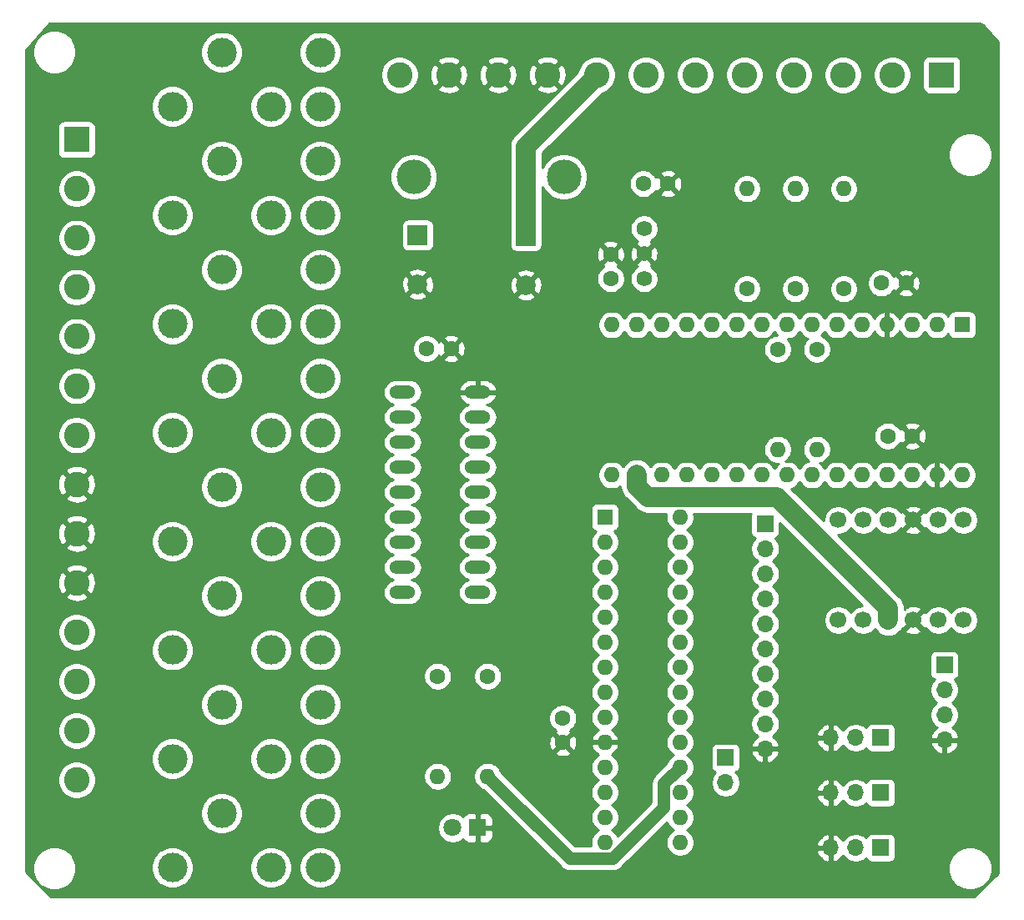
<source format=gbr>
%TF.GenerationSoftware,KiCad,Pcbnew,(5.1.9)-1*%
%TF.CreationDate,2021-01-19T10:58:21-06:00*%
%TF.ProjectId,RC5,5243352e-6b69-4636-9164-5f7063625858,rev?*%
%TF.SameCoordinates,Original*%
%TF.FileFunction,Copper,L2,Bot*%
%TF.FilePolarity,Positive*%
%FSLAX46Y46*%
G04 Gerber Fmt 4.6, Leading zero omitted, Abs format (unit mm)*
G04 Created by KiCad (PCBNEW (5.1.9)-1) date 2021-01-19 10:58:21*
%MOMM*%
%LPD*%
G01*
G04 APERTURE LIST*
%TA.AperFunction,ComponentPad*%
%ADD10O,1.700000X1.700000*%
%TD*%
%TA.AperFunction,ComponentPad*%
%ADD11R,1.700000X1.700000*%
%TD*%
%TA.AperFunction,ComponentPad*%
%ADD12O,1.600000X1.600000*%
%TD*%
%TA.AperFunction,ComponentPad*%
%ADD13C,1.600000*%
%TD*%
%TA.AperFunction,ComponentPad*%
%ADD14C,2.600000*%
%TD*%
%TA.AperFunction,ComponentPad*%
%ADD15R,2.600000X2.600000*%
%TD*%
%TA.AperFunction,ComponentPad*%
%ADD16C,2.000000*%
%TD*%
%TA.AperFunction,ComponentPad*%
%ADD17R,2.000000X2.000000*%
%TD*%
%TA.AperFunction,ComponentPad*%
%ADD18R,1.600000X1.600000*%
%TD*%
%TA.AperFunction,ComponentPad*%
%ADD19O,2.641600X1.320800*%
%TD*%
%TA.AperFunction,ComponentPad*%
%ADD20C,3.000000*%
%TD*%
%TA.AperFunction,ComponentPad*%
%ADD21C,1.590000*%
%TD*%
%TA.AperFunction,ComponentPad*%
%ADD22C,1.700000*%
%TD*%
%TA.AperFunction,ComponentPad*%
%ADD23C,3.500000*%
%TD*%
%TA.AperFunction,ComponentPad*%
%ADD24C,1.800000*%
%TD*%
%TA.AperFunction,ComponentPad*%
%ADD25R,1.800000X1.800000*%
%TD*%
%TA.AperFunction,Conductor*%
%ADD26C,2.032000*%
%TD*%
%TA.AperFunction,Conductor*%
%ADD27C,1.270000*%
%TD*%
%TA.AperFunction,Conductor*%
%ADD28C,0.254000*%
%TD*%
%TA.AperFunction,Conductor*%
%ADD29C,0.100000*%
%TD*%
G04 APERTURE END LIST*
D10*
%TO.P,J6,3*%
%TO.N,GND*%
X132334000Y-123190000D03*
%TO.P,J6,2*%
%TO.N,Net-(J6-Pad2)*%
X134874000Y-123190000D03*
D11*
%TO.P,J6,1*%
%TO.N,Net-(A1-Pad27)*%
X137414000Y-123190000D03*
%TD*%
D10*
%TO.P,J5,3*%
%TO.N,GND*%
X132334000Y-128778000D03*
%TO.P,J5,2*%
%TO.N,Net-(J5-Pad2)*%
X134874000Y-128778000D03*
D11*
%TO.P,J5,1*%
%TO.N,Net-(A1-Pad27)*%
X137414000Y-128778000D03*
%TD*%
D10*
%TO.P,J4,3*%
%TO.N,GND*%
X132334000Y-134366000D03*
%TO.P,J4,2*%
%TO.N,Net-(J4-Pad2)*%
X134874000Y-134366000D03*
D11*
%TO.P,J4,1*%
%TO.N,Net-(A1-Pad27)*%
X137414000Y-134366000D03*
%TD*%
D12*
%TO.P,R7,2*%
%TO.N,Net-(J8-Pad5)*%
X128739900Y-67467480D03*
D13*
%TO.P,R7,1*%
%TO.N,Net-(A1-Pad9)*%
X128739900Y-77627480D03*
%TD*%
D12*
%TO.P,R6,2*%
%TO.N,Net-(J8-Pad2)*%
X133649720Y-67467480D03*
D13*
%TO.P,R6,1*%
%TO.N,Net-(A1-Pad6)*%
X133649720Y-77627480D03*
%TD*%
D12*
%TO.P,R5,2*%
%TO.N,Net-(J8-Pad6)*%
X123830080Y-67467480D03*
D13*
%TO.P,R5,1*%
%TO.N,Net-(A1-Pad12)*%
X123830080Y-77627480D03*
%TD*%
D14*
%TO.P,J8,12*%
%TO.N,Net-(D2-PadA)*%
X88586200Y-55905400D03*
%TO.P,J8,11*%
%TO.N,GND*%
X93586200Y-55905400D03*
%TO.P,J8,10*%
X98586200Y-55905400D03*
%TO.P,J8,9*%
X103586200Y-55905400D03*
%TO.P,J8,8*%
%TO.N,Net-(A1-Pad27)*%
X108586200Y-55905400D03*
%TO.P,J8,7*%
X113586200Y-55905400D03*
%TO.P,J8,6*%
%TO.N,Net-(J8-Pad6)*%
X118586200Y-55905400D03*
%TO.P,J8,5*%
%TO.N,Net-(J8-Pad5)*%
X123586200Y-55905400D03*
%TO.P,J8,4*%
%TO.N,Net-(A1-Pad8)*%
X128586200Y-55905400D03*
%TO.P,J8,3*%
%TO.N,Net-(A1-Pad7)*%
X133586200Y-55905400D03*
%TO.P,J8,2*%
%TO.N,Net-(J8-Pad2)*%
X138586200Y-55905400D03*
D15*
%TO.P,J8,1*%
%TO.N,Net-(A1-Pad5)*%
X143586200Y-55905400D03*
%TD*%
D13*
%TO.P,C7,2*%
%TO.N,Net-(A1-Pad5)*%
X137474320Y-77038200D03*
%TO.P,C7,1*%
%TO.N,GND*%
X139974320Y-77038200D03*
%TD*%
D10*
%TO.P,J2,10*%
%TO.N,GND*%
X125679200Y-124307600D03*
%TO.P,J2,9*%
%TO.N,Net-(J2-Pad9)*%
X125679200Y-121767600D03*
%TO.P,J2,8*%
%TO.N,Net-(J2-Pad8)*%
X125679200Y-119227600D03*
%TO.P,J2,7*%
%TO.N,Net-(J2-Pad7)*%
X125679200Y-116687600D03*
%TO.P,J2,6*%
%TO.N,Net-(J2-Pad6)*%
X125679200Y-114147600D03*
%TO.P,J2,5*%
%TO.N,Net-(J2-Pad5)*%
X125679200Y-111607600D03*
%TO.P,J2,4*%
%TO.N,Net-(J2-Pad4)*%
X125679200Y-109067600D03*
%TO.P,J2,3*%
%TO.N,Net-(J2-Pad3)*%
X125679200Y-106527600D03*
%TO.P,J2,2*%
%TO.N,Net-(J2-Pad2)*%
X125679200Y-103987600D03*
D11*
%TO.P,J2,1*%
%TO.N,Net-(A1-Pad27)*%
X125679200Y-101447600D03*
%TD*%
D16*
%TO.P,C2,2*%
%TO.N,GND*%
X101422200Y-77237600D03*
D17*
%TO.P,C2,1*%
%TO.N,Net-(A1-Pad27)*%
X101422200Y-72237600D03*
%TD*%
D12*
%TO.P,U2,28*%
%TO.N,Net-(J2-Pad2)*%
X117043200Y-100787200D03*
%TO.P,U2,14*%
%TO.N,Net-(U2-Pad14)*%
X109423200Y-133807200D03*
%TO.P,U2,27*%
%TO.N,Net-(J2-Pad3)*%
X117043200Y-103327200D03*
%TO.P,U2,13*%
%TO.N,Net-(A1-Pad23)*%
X109423200Y-131267200D03*
%TO.P,U2,26*%
%TO.N,Net-(J2-Pad4)*%
X117043200Y-105867200D03*
%TO.P,U2,12*%
%TO.N,Net-(A1-Pad24)*%
X109423200Y-128727200D03*
%TO.P,U2,25*%
%TO.N,Net-(J2-Pad5)*%
X117043200Y-108407200D03*
%TO.P,U2,11*%
%TO.N,Net-(U2-Pad11)*%
X109423200Y-126187200D03*
%TO.P,U2,24*%
%TO.N,Net-(J2-Pad6)*%
X117043200Y-110947200D03*
%TO.P,U2,10*%
%TO.N,GND*%
X109423200Y-123647200D03*
%TO.P,U2,23*%
%TO.N,Net-(J2-Pad7)*%
X117043200Y-113487200D03*
%TO.P,U2,9*%
%TO.N,Net-(A1-Pad27)*%
X109423200Y-121107200D03*
%TO.P,U2,22*%
%TO.N,Net-(J2-Pad8)*%
X117043200Y-116027200D03*
%TO.P,U2,8*%
%TO.N,Net-(U1-Pad1)*%
X109423200Y-118567200D03*
%TO.P,U2,21*%
%TO.N,Net-(J2-Pad9)*%
X117043200Y-118567200D03*
%TO.P,U2,7*%
%TO.N,Net-(U1-Pad2)*%
X109423200Y-116027200D03*
%TO.P,U2,20*%
%TO.N,Net-(J3-Pad1)*%
X117043200Y-121107200D03*
%TO.P,U2,6*%
%TO.N,Net-(U1-Pad3)*%
X109423200Y-113487200D03*
%TO.P,U2,19*%
%TO.N,Net-(J3-Pad2)*%
X117043200Y-123647200D03*
%TO.P,U2,5*%
%TO.N,Net-(U1-Pad4)*%
X109423200Y-110947200D03*
%TO.P,U2,18*%
%TO.N,Net-(R2-Pad2)*%
X117043200Y-126187200D03*
%TO.P,U2,4*%
%TO.N,Net-(U1-Pad5)*%
X109423200Y-108407200D03*
%TO.P,U2,17*%
%TO.N,Net-(J6-Pad2)*%
X117043200Y-128727200D03*
%TO.P,U2,3*%
%TO.N,Net-(U1-Pad6)*%
X109423200Y-105867200D03*
%TO.P,U2,16*%
%TO.N,Net-(J5-Pad2)*%
X117043200Y-131267200D03*
%TO.P,U2,2*%
%TO.N,Net-(U1-Pad7)*%
X109423200Y-103327200D03*
%TO.P,U2,15*%
%TO.N,Net-(J4-Pad2)*%
X117043200Y-133807200D03*
D18*
%TO.P,U2,1*%
%TO.N,Net-(U1-Pad8)*%
X109423200Y-100787200D03*
%TD*%
D19*
%TO.P,U1,18*%
%TO.N,Net-(RLY8-Pad5)*%
X88900000Y-108432600D03*
%TO.P,U1,17*%
%TO.N,Net-(RLY7-Pad5)*%
X88900000Y-105892600D03*
%TO.P,U1,16*%
%TO.N,Net-(RLY6-Pad5)*%
X88900000Y-103352600D03*
%TO.P,U1,15*%
%TO.N,Net-(RLY5-Pad5)*%
X88900000Y-100812600D03*
%TO.P,U1,14*%
%TO.N,Net-(RLY4-Pad5)*%
X88900000Y-98272600D03*
%TO.P,U1,13*%
%TO.N,Net-(RLY3-Pad5)*%
X88900000Y-95732600D03*
%TO.P,U1,12*%
%TO.N,Net-(RLY2-Pad5)*%
X88900000Y-93192600D03*
%TO.P,U1,11*%
%TO.N,Net-(RLY1-Pad5)*%
X88900000Y-90652600D03*
%TO.P,U1,10*%
%TO.N,Net-(C1-Pad2)*%
X88900000Y-88112600D03*
%TO.P,U1,9*%
%TO.N,GND*%
X96520000Y-88112600D03*
%TO.P,U1,5*%
%TO.N,Net-(U1-Pad5)*%
X96520000Y-98272600D03*
%TO.P,U1,6*%
%TO.N,Net-(U1-Pad6)*%
X96520000Y-95732600D03*
%TO.P,U1,4*%
%TO.N,Net-(U1-Pad4)*%
X96520000Y-100812600D03*
%TO.P,U1,3*%
%TO.N,Net-(U1-Pad3)*%
X96520000Y-103352600D03*
%TO.P,U1,8*%
%TO.N,Net-(U1-Pad8)*%
X96520000Y-90652600D03*
%TO.P,U1,7*%
%TO.N,Net-(U1-Pad7)*%
X96520000Y-93192600D03*
%TO.P,U1,2*%
%TO.N,Net-(U1-Pad2)*%
X96520000Y-105892600D03*
%TO.P,U1,1*%
%TO.N,Net-(U1-Pad1)*%
X96520000Y-108432600D03*
%TD*%
D20*
%TO.P,RLY8,2*%
%TO.N,Net-(J1-Pad14)*%
X70543400Y-130850000D03*
%TO.P,RLY8,3*%
%TO.N,Net-(RLY8-Pad3)*%
X65543400Y-136350000D03*
%TO.P,RLY8,4*%
%TO.N,Net-(C1-Pad2)*%
X75543400Y-136350000D03*
%TO.P,RLY8,5*%
%TO.N,Net-(RLY8-Pad5)*%
X80543400Y-136350000D03*
%TO.P,RLY8,1*%
%TO.N,Net-(C1-Pad2)*%
X80543400Y-130850000D03*
%TD*%
%TO.P,RLY7,2*%
%TO.N,Net-(J1-Pad13)*%
X70543400Y-119816452D03*
%TO.P,RLY7,3*%
%TO.N,Net-(RLY7-Pad3)*%
X65543400Y-125316452D03*
%TO.P,RLY7,4*%
%TO.N,Net-(C1-Pad2)*%
X75543400Y-125316452D03*
%TO.P,RLY7,5*%
%TO.N,Net-(RLY7-Pad5)*%
X80543400Y-125316452D03*
%TO.P,RLY7,1*%
%TO.N,Net-(C1-Pad2)*%
X80543400Y-119816452D03*
%TD*%
%TO.P,RLY6,2*%
%TO.N,Net-(J1-Pad12)*%
X70543400Y-108782910D03*
%TO.P,RLY6,3*%
%TO.N,Net-(RLY6-Pad3)*%
X65543400Y-114282910D03*
%TO.P,RLY6,4*%
%TO.N,Net-(C1-Pad2)*%
X75543400Y-114282910D03*
%TO.P,RLY6,5*%
%TO.N,Net-(RLY6-Pad5)*%
X80543400Y-114282910D03*
%TO.P,RLY6,1*%
%TO.N,Net-(C1-Pad2)*%
X80543400Y-108782910D03*
%TD*%
%TO.P,RLY5,2*%
%TO.N,Net-(J1-Pad11)*%
X70543400Y-97749368D03*
%TO.P,RLY5,3*%
%TO.N,Net-(RLY5-Pad3)*%
X65543400Y-103249368D03*
%TO.P,RLY5,4*%
%TO.N,Net-(C1-Pad2)*%
X75543400Y-103249368D03*
%TO.P,RLY5,5*%
%TO.N,Net-(RLY5-Pad5)*%
X80543400Y-103249368D03*
%TO.P,RLY5,1*%
%TO.N,Net-(C1-Pad2)*%
X80543400Y-97749368D03*
%TD*%
%TO.P,RLY4,2*%
%TO.N,Net-(J1-Pad4)*%
X70543400Y-86715826D03*
%TO.P,RLY4,3*%
%TO.N,Net-(RLY4-Pad3)*%
X65543400Y-92215826D03*
%TO.P,RLY4,4*%
%TO.N,Net-(C1-Pad2)*%
X75543400Y-92215826D03*
%TO.P,RLY4,5*%
%TO.N,Net-(RLY4-Pad5)*%
X80543400Y-92215826D03*
%TO.P,RLY4,1*%
%TO.N,Net-(C1-Pad2)*%
X80543400Y-86715826D03*
%TD*%
%TO.P,RLY3,2*%
%TO.N,Net-(J1-Pad3)*%
X70543400Y-75682284D03*
%TO.P,RLY3,3*%
%TO.N,Net-(RLY3-Pad3)*%
X65543400Y-81182284D03*
%TO.P,RLY3,4*%
%TO.N,Net-(C1-Pad2)*%
X75543400Y-81182284D03*
%TO.P,RLY3,5*%
%TO.N,Net-(RLY3-Pad5)*%
X80543400Y-81182284D03*
%TO.P,RLY3,1*%
%TO.N,Net-(C1-Pad2)*%
X80543400Y-75682284D03*
%TD*%
%TO.P,RLY2,2*%
%TO.N,Net-(J1-Pad2)*%
X70543400Y-64648742D03*
%TO.P,RLY2,3*%
%TO.N,Net-(RLY2-Pad3)*%
X65543400Y-70148742D03*
%TO.P,RLY2,4*%
%TO.N,Net-(C1-Pad2)*%
X75543400Y-70148742D03*
%TO.P,RLY2,5*%
%TO.N,Net-(RLY2-Pad5)*%
X80543400Y-70148742D03*
%TO.P,RLY2,1*%
%TO.N,Net-(C1-Pad2)*%
X80543400Y-64648742D03*
%TD*%
%TO.P,RLY1,2*%
%TO.N,Net-(J1-Pad1)*%
X70543400Y-53615200D03*
%TO.P,RLY1,3*%
%TO.N,Net-(RLY1-Pad3)*%
X65543400Y-59115200D03*
%TO.P,RLY1,4*%
%TO.N,Net-(C1-Pad2)*%
X75543400Y-59115200D03*
%TO.P,RLY1,5*%
%TO.N,Net-(RLY1-Pad5)*%
X80543400Y-59115200D03*
%TO.P,RLY1,1*%
%TO.N,Net-(C1-Pad2)*%
X80543400Y-53615200D03*
%TD*%
D21*
%TO.P,RG1,3*%
%TO.N,Net-(A1-Pad27)*%
X113394600Y-76606400D03*
%TO.P,RG1,2*%
%TO.N,GND*%
X113394600Y-74066400D03*
%TO.P,RG1,1*%
%TO.N,Net-(C1-Pad2)*%
X113394600Y-71526400D03*
%TD*%
D12*
%TO.P,R3,2*%
%TO.N,Net-(A1-Pad23)*%
X126949200Y-93903800D03*
D13*
%TO.P,R3,1*%
%TO.N,Net-(A1-Pad27)*%
X126949200Y-83743800D03*
%TD*%
D12*
%TO.P,R4,2*%
%TO.N,Net-(A1-Pad24)*%
X130911600Y-93903800D03*
D13*
%TO.P,R4,1*%
%TO.N,Net-(A1-Pad27)*%
X130911600Y-83743800D03*
%TD*%
D12*
%TO.P,R2,2*%
%TO.N,Net-(R2-Pad2)*%
X97536000Y-127098000D03*
D13*
%TO.P,R2,1*%
%TO.N,Net-(A1-Pad27)*%
X97536000Y-116938000D03*
%TD*%
D12*
%TO.P,R1,2*%
%TO.N,Net-(D1-Pad2)*%
X92456000Y-127098000D03*
D13*
%TO.P,R1,1*%
%TO.N,Net-(A1-Pad27)*%
X92456000Y-116938000D03*
%TD*%
D22*
%TO.P,L1,12*%
%TO.N,Net-(L1-Pad12)*%
X145796000Y-101092000D03*
%TO.P,L1,11*%
%TO.N,Net-(L1-Pad11)*%
X143256000Y-101092000D03*
%TO.P,L1,10*%
%TO.N,GND*%
X140716000Y-101092000D03*
%TO.P,L1,9*%
%TO.N,Net-(A1-Pad27)*%
X138176000Y-101092000D03*
%TO.P,L1,8*%
%TO.N,Net-(A1-Pad24)*%
X135636000Y-101092000D03*
%TO.P,L1,7*%
%TO.N,Net-(A1-Pad23)*%
X133096000Y-101092000D03*
%TO.P,L1,6*%
%TO.N,Net-(L1-Pad6)*%
X145796000Y-111252000D03*
%TO.P,L1,5*%
%TO.N,Net-(L1-Pad5)*%
X143256000Y-111252000D03*
%TO.P,L1,4*%
%TO.N,GND*%
X140716000Y-111252000D03*
%TO.P,L1,3*%
%TO.N,Net-(A1-Pad17)*%
X138176000Y-111252000D03*
%TO.P,L1,2*%
%TO.N,Net-(J7-Pad1)*%
X135636000Y-111252000D03*
%TO.P,L1,1*%
%TO.N,Net-(J7-Pad2)*%
X133096000Y-111252000D03*
%TD*%
D10*
%TO.P,J7,4*%
%TO.N,GND*%
X143865600Y-123418600D03*
%TO.P,J7,3*%
%TO.N,Net-(A1-Pad17)*%
X143865600Y-120878600D03*
%TO.P,J7,2*%
%TO.N,Net-(J7-Pad2)*%
X143865600Y-118338600D03*
D11*
%TO.P,J7,1*%
%TO.N,Net-(J7-Pad1)*%
X143865600Y-115798600D03*
%TD*%
D10*
%TO.P,J3,2*%
%TO.N,Net-(J3-Pad2)*%
X121666000Y-127762000D03*
D11*
%TO.P,J3,1*%
%TO.N,Net-(J3-Pad1)*%
X121666000Y-125222000D03*
%TD*%
D14*
%TO.P,J1,14*%
%TO.N,Net-(J1-Pad14)*%
X55829200Y-127464250D03*
%TO.P,J1,13*%
%TO.N,Net-(J1-Pad13)*%
X55829200Y-122464250D03*
%TO.P,J1,12*%
%TO.N,Net-(J1-Pad12)*%
X55829200Y-117464250D03*
%TO.P,J1,11*%
%TO.N,Net-(J1-Pad11)*%
X55829200Y-112464250D03*
%TO.P,J1,10*%
%TO.N,GND*%
X55829200Y-107464250D03*
%TO.P,J1,9*%
X55829200Y-102464250D03*
%TO.P,J1,8*%
X55829200Y-97464250D03*
%TO.P,J1,7*%
%TO.N,Net-(C1-Pad2)*%
X55829200Y-92464250D03*
%TO.P,J1,6*%
X55829200Y-87464250D03*
%TO.P,J1,5*%
X55829200Y-82464250D03*
%TO.P,J1,4*%
%TO.N,Net-(J1-Pad4)*%
X55829200Y-77464250D03*
%TO.P,J1,3*%
%TO.N,Net-(J1-Pad3)*%
X55829200Y-72464250D03*
%TO.P,J1,2*%
%TO.N,Net-(J1-Pad2)*%
X55829200Y-67464250D03*
D15*
%TO.P,J1,1*%
%TO.N,Net-(J1-Pad1)*%
X55829200Y-62464250D03*
%TD*%
D23*
%TO.P,D2,C*%
%TO.N,Net-(C1-Pad2)*%
X105257600Y-66268600D03*
%TO.P,D2,A*%
%TO.N,Net-(D2-PadA)*%
X90017600Y-66268600D03*
%TD*%
D24*
%TO.P,D1,2*%
%TO.N,Net-(D1-Pad2)*%
X93980000Y-132334000D03*
D25*
%TO.P,D1,1*%
%TO.N,GND*%
X96520000Y-132334000D03*
%TD*%
D13*
%TO.P,C8,2*%
%TO.N,Net-(A1-Pad27)*%
X138114400Y-92557600D03*
%TO.P,C8,1*%
%TO.N,GND*%
X140614400Y-92557600D03*
%TD*%
D16*
%TO.P,C6,2*%
%TO.N,GND*%
X90424000Y-77161400D03*
D17*
%TO.P,C6,1*%
%TO.N,Net-(C1-Pad2)*%
X90424000Y-72161400D03*
%TD*%
D13*
%TO.P,C5,2*%
%TO.N,GND*%
X115809400Y-66954400D03*
%TO.P,C5,1*%
%TO.N,Net-(C1-Pad2)*%
X113309400Y-66954400D03*
%TD*%
%TO.P,C4,2*%
%TO.N,Net-(A1-Pad27)*%
X105156000Y-121198000D03*
%TO.P,C4,1*%
%TO.N,GND*%
X105156000Y-123698000D03*
%TD*%
%TO.P,C3,2*%
%TO.N,GND*%
X110007400Y-74106400D03*
%TO.P,C3,1*%
%TO.N,Net-(A1-Pad27)*%
X110007400Y-76606400D03*
%TD*%
%TO.P,C1,1*%
%TO.N,GND*%
X93827600Y-83693000D03*
%TO.P,C1,2*%
%TO.N,Net-(C1-Pad2)*%
X91327600Y-83693000D03*
%TD*%
D12*
%TO.P,A1,16*%
%TO.N,Net-(A1-Pad16)*%
X110109000Y-96520000D03*
%TO.P,A1,15*%
%TO.N,Net-(A1-Pad15)*%
X110109000Y-81280000D03*
%TO.P,A1,30*%
%TO.N,Net-(A1-Pad30)*%
X145669000Y-96520000D03*
%TO.P,A1,14*%
%TO.N,Net-(A1-Pad14)*%
X112649000Y-81280000D03*
%TO.P,A1,29*%
%TO.N,GND*%
X143129000Y-96520000D03*
%TO.P,A1,13*%
%TO.N,Net-(A1-Pad13)*%
X115189000Y-81280000D03*
%TO.P,A1,28*%
%TO.N,Net-(A1-Pad28)*%
X140589000Y-96520000D03*
%TO.P,A1,12*%
%TO.N,Net-(A1-Pad12)*%
X117729000Y-81280000D03*
%TO.P,A1,27*%
%TO.N,Net-(A1-Pad27)*%
X138049000Y-96520000D03*
%TO.P,A1,11*%
%TO.N,Net-(A1-Pad11)*%
X120269000Y-81280000D03*
%TO.P,A1,26*%
%TO.N,Net-(A1-Pad26)*%
X135509000Y-96520000D03*
%TO.P,A1,10*%
%TO.N,Net-(A1-Pad10)*%
X122809000Y-81280000D03*
%TO.P,A1,25*%
%TO.N,Net-(A1-Pad25)*%
X132969000Y-96520000D03*
%TO.P,A1,9*%
%TO.N,Net-(A1-Pad9)*%
X125349000Y-81280000D03*
%TO.P,A1,24*%
%TO.N,Net-(A1-Pad24)*%
X130429000Y-96520000D03*
%TO.P,A1,8*%
%TO.N,Net-(A1-Pad8)*%
X127889000Y-81280000D03*
%TO.P,A1,23*%
%TO.N,Net-(A1-Pad23)*%
X127889000Y-96520000D03*
%TO.P,A1,7*%
%TO.N,Net-(A1-Pad7)*%
X130429000Y-81280000D03*
%TO.P,A1,22*%
%TO.N,Net-(A1-Pad22)*%
X125349000Y-96520000D03*
%TO.P,A1,6*%
%TO.N,Net-(A1-Pad6)*%
X132969000Y-81280000D03*
%TO.P,A1,21*%
%TO.N,Net-(A1-Pad21)*%
X122809000Y-96520000D03*
%TO.P,A1,5*%
%TO.N,Net-(A1-Pad5)*%
X135509000Y-81280000D03*
%TO.P,A1,20*%
%TO.N,Net-(A1-Pad20)*%
X120269000Y-96520000D03*
%TO.P,A1,4*%
%TO.N,GND*%
X138049000Y-81280000D03*
%TO.P,A1,19*%
%TO.N,Net-(A1-Pad19)*%
X117729000Y-96520000D03*
%TO.P,A1,3*%
%TO.N,Net-(A1-Pad3)*%
X140589000Y-81280000D03*
%TO.P,A1,18*%
%TO.N,Net-(A1-Pad18)*%
X115189000Y-96520000D03*
%TO.P,A1,2*%
%TO.N,Net-(A1-Pad2)*%
X143129000Y-81280000D03*
%TO.P,A1,17*%
%TO.N,Net-(A1-Pad17)*%
X112649000Y-96520000D03*
D18*
%TO.P,A1,1*%
%TO.N,Net-(A1-Pad1)*%
X145669000Y-81280000D03*
%TD*%
D26*
%TO.N,Net-(A1-Pad27)*%
X101422200Y-72237600D02*
X101422200Y-63169800D01*
X101422200Y-63169800D02*
X108559600Y-56032400D01*
%TO.N,Net-(A1-Pad17)*%
X138176000Y-110055598D02*
X138176000Y-111252000D01*
X126891601Y-98771199D02*
X138176000Y-110055598D01*
X113768829Y-98771199D02*
X126891601Y-98771199D01*
X112649000Y-97651370D02*
X113768829Y-98771199D01*
X112649000Y-96520000D02*
X112649000Y-97651370D01*
D27*
%TO.N,Net-(R2-Pad2)*%
X115408199Y-127822201D02*
X117043200Y-126187200D01*
X115408199Y-130242003D02*
X115408199Y-127822201D01*
X110208001Y-135442201D02*
X115408199Y-130242003D01*
X105880201Y-135442201D02*
X110208001Y-135442201D01*
X97536000Y-127098000D02*
X105880201Y-135442201D01*
%TD*%
D28*
%TO.N,GND*%
X147453893Y-50707670D02*
X147799965Y-50812155D01*
X149273002Y-52478090D01*
X149289106Y-52530113D01*
X149340000Y-53014344D01*
X149340001Y-136955709D01*
X146834245Y-139340000D01*
X53211935Y-139340000D01*
X50660000Y-136778507D01*
X50660000Y-136228672D01*
X51333600Y-136228672D01*
X51333600Y-136668928D01*
X51419490Y-137100725D01*
X51587969Y-137507469D01*
X51832562Y-137873529D01*
X52143871Y-138184838D01*
X52509931Y-138429431D01*
X52916675Y-138597910D01*
X53348472Y-138683800D01*
X53788728Y-138683800D01*
X54220525Y-138597910D01*
X54627269Y-138429431D01*
X54993329Y-138184838D01*
X55304638Y-137873529D01*
X55549231Y-137507469D01*
X55717710Y-137100725D01*
X55803600Y-136668928D01*
X55803600Y-136228672D01*
X55785907Y-136139721D01*
X63408400Y-136139721D01*
X63408400Y-136560279D01*
X63490447Y-136972756D01*
X63651388Y-137361302D01*
X63885037Y-137710983D01*
X64182417Y-138008363D01*
X64532098Y-138242012D01*
X64920644Y-138402953D01*
X65333121Y-138485000D01*
X65753679Y-138485000D01*
X66166156Y-138402953D01*
X66554702Y-138242012D01*
X66904383Y-138008363D01*
X67201763Y-137710983D01*
X67435412Y-137361302D01*
X67596353Y-136972756D01*
X67678400Y-136560279D01*
X67678400Y-136139721D01*
X73408400Y-136139721D01*
X73408400Y-136560279D01*
X73490447Y-136972756D01*
X73651388Y-137361302D01*
X73885037Y-137710983D01*
X74182417Y-138008363D01*
X74532098Y-138242012D01*
X74920644Y-138402953D01*
X75333121Y-138485000D01*
X75753679Y-138485000D01*
X76166156Y-138402953D01*
X76554702Y-138242012D01*
X76904383Y-138008363D01*
X77201763Y-137710983D01*
X77435412Y-137361302D01*
X77596353Y-136972756D01*
X77678400Y-136560279D01*
X77678400Y-136139721D01*
X78408400Y-136139721D01*
X78408400Y-136560279D01*
X78490447Y-136972756D01*
X78651388Y-137361302D01*
X78885037Y-137710983D01*
X79182417Y-138008363D01*
X79532098Y-138242012D01*
X79920644Y-138402953D01*
X80333121Y-138485000D01*
X80753679Y-138485000D01*
X81166156Y-138402953D01*
X81554702Y-138242012D01*
X81904383Y-138008363D01*
X82201763Y-137710983D01*
X82435412Y-137361302D01*
X82596353Y-136972756D01*
X82678400Y-136560279D01*
X82678400Y-136139721D01*
X82596353Y-135727244D01*
X82435412Y-135338698D01*
X82201763Y-134989017D01*
X81904383Y-134691637D01*
X81554702Y-134457988D01*
X81166156Y-134297047D01*
X80753679Y-134215000D01*
X80333121Y-134215000D01*
X79920644Y-134297047D01*
X79532098Y-134457988D01*
X79182417Y-134691637D01*
X78885037Y-134989017D01*
X78651388Y-135338698D01*
X78490447Y-135727244D01*
X78408400Y-136139721D01*
X77678400Y-136139721D01*
X77596353Y-135727244D01*
X77435412Y-135338698D01*
X77201763Y-134989017D01*
X76904383Y-134691637D01*
X76554702Y-134457988D01*
X76166156Y-134297047D01*
X75753679Y-134215000D01*
X75333121Y-134215000D01*
X74920644Y-134297047D01*
X74532098Y-134457988D01*
X74182417Y-134691637D01*
X73885037Y-134989017D01*
X73651388Y-135338698D01*
X73490447Y-135727244D01*
X73408400Y-136139721D01*
X67678400Y-136139721D01*
X67596353Y-135727244D01*
X67435412Y-135338698D01*
X67201763Y-134989017D01*
X66904383Y-134691637D01*
X66554702Y-134457988D01*
X66166156Y-134297047D01*
X65753679Y-134215000D01*
X65333121Y-134215000D01*
X64920644Y-134297047D01*
X64532098Y-134457988D01*
X64182417Y-134691637D01*
X63885037Y-134989017D01*
X63651388Y-135338698D01*
X63490447Y-135727244D01*
X63408400Y-136139721D01*
X55785907Y-136139721D01*
X55717710Y-135796875D01*
X55549231Y-135390131D01*
X55304638Y-135024071D01*
X54993329Y-134712762D01*
X54627269Y-134468169D01*
X54220525Y-134299690D01*
X53788728Y-134213800D01*
X53348472Y-134213800D01*
X52916675Y-134299690D01*
X52509931Y-134468169D01*
X52143871Y-134712762D01*
X51832562Y-135024071D01*
X51587969Y-135390131D01*
X51419490Y-135796875D01*
X51333600Y-136228672D01*
X50660000Y-136228672D01*
X50660000Y-130639721D01*
X68408400Y-130639721D01*
X68408400Y-131060279D01*
X68490447Y-131472756D01*
X68651388Y-131861302D01*
X68885037Y-132210983D01*
X69182417Y-132508363D01*
X69532098Y-132742012D01*
X69920644Y-132902953D01*
X70333121Y-132985000D01*
X70753679Y-132985000D01*
X71166156Y-132902953D01*
X71554702Y-132742012D01*
X71904383Y-132508363D01*
X72201763Y-132210983D01*
X72435412Y-131861302D01*
X72596353Y-131472756D01*
X72678400Y-131060279D01*
X72678400Y-130639721D01*
X78408400Y-130639721D01*
X78408400Y-131060279D01*
X78490447Y-131472756D01*
X78651388Y-131861302D01*
X78885037Y-132210983D01*
X79182417Y-132508363D01*
X79532098Y-132742012D01*
X79920644Y-132902953D01*
X80333121Y-132985000D01*
X80753679Y-132985000D01*
X81166156Y-132902953D01*
X81554702Y-132742012D01*
X81904383Y-132508363D01*
X82201763Y-132210983D01*
X82220583Y-132182816D01*
X92445000Y-132182816D01*
X92445000Y-132485184D01*
X92503989Y-132781743D01*
X92619701Y-133061095D01*
X92787688Y-133312505D01*
X93001495Y-133526312D01*
X93252905Y-133694299D01*
X93532257Y-133810011D01*
X93828816Y-133869000D01*
X94131184Y-133869000D01*
X94427743Y-133810011D01*
X94707095Y-133694299D01*
X94958505Y-133526312D01*
X95024944Y-133459873D01*
X95030498Y-133478180D01*
X95089463Y-133588494D01*
X95168815Y-133685185D01*
X95265506Y-133764537D01*
X95375820Y-133823502D01*
X95495518Y-133859812D01*
X95620000Y-133872072D01*
X96234250Y-133869000D01*
X96393000Y-133710250D01*
X96393000Y-132461000D01*
X96647000Y-132461000D01*
X96647000Y-133710250D01*
X96805750Y-133869000D01*
X97420000Y-133872072D01*
X97544482Y-133859812D01*
X97664180Y-133823502D01*
X97774494Y-133764537D01*
X97871185Y-133685185D01*
X97950537Y-133588494D01*
X98009502Y-133478180D01*
X98045812Y-133358482D01*
X98058072Y-133234000D01*
X98055000Y-132619750D01*
X97896250Y-132461000D01*
X96647000Y-132461000D01*
X96393000Y-132461000D01*
X96373000Y-132461000D01*
X96373000Y-132207000D01*
X96393000Y-132207000D01*
X96393000Y-130957750D01*
X96647000Y-130957750D01*
X96647000Y-132207000D01*
X97896250Y-132207000D01*
X98055000Y-132048250D01*
X98058072Y-131434000D01*
X98045812Y-131309518D01*
X98009502Y-131189820D01*
X97950537Y-131079506D01*
X97871185Y-130982815D01*
X97774494Y-130903463D01*
X97664180Y-130844498D01*
X97544482Y-130808188D01*
X97420000Y-130795928D01*
X96805750Y-130799000D01*
X96647000Y-130957750D01*
X96393000Y-130957750D01*
X96234250Y-130799000D01*
X95620000Y-130795928D01*
X95495518Y-130808188D01*
X95375820Y-130844498D01*
X95265506Y-130903463D01*
X95168815Y-130982815D01*
X95089463Y-131079506D01*
X95030498Y-131189820D01*
X95024944Y-131208127D01*
X94958505Y-131141688D01*
X94707095Y-130973701D01*
X94427743Y-130857989D01*
X94131184Y-130799000D01*
X93828816Y-130799000D01*
X93532257Y-130857989D01*
X93252905Y-130973701D01*
X93001495Y-131141688D01*
X92787688Y-131355495D01*
X92619701Y-131606905D01*
X92503989Y-131886257D01*
X92445000Y-132182816D01*
X82220583Y-132182816D01*
X82435412Y-131861302D01*
X82596353Y-131472756D01*
X82678400Y-131060279D01*
X82678400Y-130639721D01*
X82596353Y-130227244D01*
X82435412Y-129838698D01*
X82201763Y-129489017D01*
X81904383Y-129191637D01*
X81554702Y-128957988D01*
X81166156Y-128797047D01*
X80753679Y-128715000D01*
X80333121Y-128715000D01*
X79920644Y-128797047D01*
X79532098Y-128957988D01*
X79182417Y-129191637D01*
X78885037Y-129489017D01*
X78651388Y-129838698D01*
X78490447Y-130227244D01*
X78408400Y-130639721D01*
X72678400Y-130639721D01*
X72596353Y-130227244D01*
X72435412Y-129838698D01*
X72201763Y-129489017D01*
X71904383Y-129191637D01*
X71554702Y-128957988D01*
X71166156Y-128797047D01*
X70753679Y-128715000D01*
X70333121Y-128715000D01*
X69920644Y-128797047D01*
X69532098Y-128957988D01*
X69182417Y-129191637D01*
X68885037Y-129489017D01*
X68651388Y-129838698D01*
X68490447Y-130227244D01*
X68408400Y-130639721D01*
X50660000Y-130639721D01*
X50660000Y-127273669D01*
X53894200Y-127273669D01*
X53894200Y-127654831D01*
X53968561Y-128028669D01*
X54114425Y-128380816D01*
X54326187Y-128697741D01*
X54595709Y-128967263D01*
X54912634Y-129179025D01*
X55264781Y-129324889D01*
X55638619Y-129399250D01*
X56019781Y-129399250D01*
X56393619Y-129324889D01*
X56745766Y-129179025D01*
X57062691Y-128967263D01*
X57332213Y-128697741D01*
X57543975Y-128380816D01*
X57689839Y-128028669D01*
X57764200Y-127654831D01*
X57764200Y-127273669D01*
X57689839Y-126899831D01*
X57543975Y-126547684D01*
X57332213Y-126230759D01*
X57062691Y-125961237D01*
X56745766Y-125749475D01*
X56393619Y-125603611D01*
X56019781Y-125529250D01*
X55638619Y-125529250D01*
X55264781Y-125603611D01*
X54912634Y-125749475D01*
X54595709Y-125961237D01*
X54326187Y-126230759D01*
X54114425Y-126547684D01*
X53968561Y-126899831D01*
X53894200Y-127273669D01*
X50660000Y-127273669D01*
X50660000Y-125106173D01*
X63408400Y-125106173D01*
X63408400Y-125526731D01*
X63490447Y-125939208D01*
X63651388Y-126327754D01*
X63885037Y-126677435D01*
X64182417Y-126974815D01*
X64532098Y-127208464D01*
X64920644Y-127369405D01*
X65333121Y-127451452D01*
X65753679Y-127451452D01*
X66166156Y-127369405D01*
X66554702Y-127208464D01*
X66904383Y-126974815D01*
X67201763Y-126677435D01*
X67435412Y-126327754D01*
X67596353Y-125939208D01*
X67678400Y-125526731D01*
X67678400Y-125106173D01*
X73408400Y-125106173D01*
X73408400Y-125526731D01*
X73490447Y-125939208D01*
X73651388Y-126327754D01*
X73885037Y-126677435D01*
X74182417Y-126974815D01*
X74532098Y-127208464D01*
X74920644Y-127369405D01*
X75333121Y-127451452D01*
X75753679Y-127451452D01*
X76166156Y-127369405D01*
X76554702Y-127208464D01*
X76904383Y-126974815D01*
X77201763Y-126677435D01*
X77435412Y-126327754D01*
X77596353Y-125939208D01*
X77678400Y-125526731D01*
X77678400Y-125106173D01*
X78408400Y-125106173D01*
X78408400Y-125526731D01*
X78490447Y-125939208D01*
X78651388Y-126327754D01*
X78885037Y-126677435D01*
X79182417Y-126974815D01*
X79532098Y-127208464D01*
X79920644Y-127369405D01*
X80333121Y-127451452D01*
X80753679Y-127451452D01*
X81166156Y-127369405D01*
X81554702Y-127208464D01*
X81904383Y-126974815D01*
X81922533Y-126956665D01*
X91021000Y-126956665D01*
X91021000Y-127239335D01*
X91076147Y-127516574D01*
X91184320Y-127777727D01*
X91341363Y-128012759D01*
X91541241Y-128212637D01*
X91776273Y-128369680D01*
X92037426Y-128477853D01*
X92314665Y-128533000D01*
X92597335Y-128533000D01*
X92874574Y-128477853D01*
X93135727Y-128369680D01*
X93370759Y-128212637D01*
X93570637Y-128012759D01*
X93727680Y-127777727D01*
X93835853Y-127516574D01*
X93891000Y-127239335D01*
X93891000Y-126956665D01*
X96101000Y-126956665D01*
X96101000Y-127239335D01*
X96156147Y-127516574D01*
X96264320Y-127777727D01*
X96421363Y-128012759D01*
X96621241Y-128212637D01*
X96856273Y-128369680D01*
X97117426Y-128477853D01*
X97120393Y-128478443D01*
X104938064Y-136296115D01*
X104977831Y-136344571D01*
X105171213Y-136503276D01*
X105391842Y-136621204D01*
X105549167Y-136668928D01*
X105631237Y-136693824D01*
X105656956Y-136696357D01*
X105817821Y-136712201D01*
X105817827Y-136712201D01*
X105880200Y-136718344D01*
X105942573Y-136712201D01*
X110145628Y-136712201D01*
X110208001Y-136718344D01*
X110270374Y-136712201D01*
X110270381Y-136712201D01*
X110456964Y-136693824D01*
X110696360Y-136621204D01*
X110916989Y-136503276D01*
X111110371Y-136344571D01*
X111150142Y-136296110D01*
X111217580Y-136228672D01*
X144221400Y-136228672D01*
X144221400Y-136668928D01*
X144307290Y-137100725D01*
X144475769Y-137507469D01*
X144720362Y-137873529D01*
X145031671Y-138184838D01*
X145397731Y-138429431D01*
X145804475Y-138597910D01*
X146236272Y-138683800D01*
X146676528Y-138683800D01*
X147108325Y-138597910D01*
X147515069Y-138429431D01*
X147881129Y-138184838D01*
X148192438Y-137873529D01*
X148437031Y-137507469D01*
X148605510Y-137100725D01*
X148691400Y-136668928D01*
X148691400Y-136228672D01*
X148605510Y-135796875D01*
X148437031Y-135390131D01*
X148192438Y-135024071D01*
X147881129Y-134712762D01*
X147515069Y-134468169D01*
X147108325Y-134299690D01*
X146676528Y-134213800D01*
X146236272Y-134213800D01*
X145804475Y-134299690D01*
X145397731Y-134468169D01*
X145031671Y-134712762D01*
X144720362Y-135024071D01*
X144475769Y-135390131D01*
X144307290Y-135796875D01*
X144221400Y-136228672D01*
X111217580Y-136228672D01*
X115691796Y-131754457D01*
X115771520Y-131946927D01*
X115928563Y-132181959D01*
X116128441Y-132381837D01*
X116360959Y-132537200D01*
X116128441Y-132692563D01*
X115928563Y-132892441D01*
X115771520Y-133127473D01*
X115663347Y-133388626D01*
X115608200Y-133665865D01*
X115608200Y-133948535D01*
X115663347Y-134225774D01*
X115771520Y-134486927D01*
X115928563Y-134721959D01*
X116128441Y-134921837D01*
X116363473Y-135078880D01*
X116624626Y-135187053D01*
X116901865Y-135242200D01*
X117184535Y-135242200D01*
X117461774Y-135187053D01*
X117722927Y-135078880D01*
X117957959Y-134921837D01*
X118156905Y-134722891D01*
X130892519Y-134722891D01*
X130989843Y-134997252D01*
X131138822Y-135247355D01*
X131333731Y-135463588D01*
X131567080Y-135637641D01*
X131829901Y-135762825D01*
X131977110Y-135807476D01*
X132207000Y-135686155D01*
X132207000Y-134493000D01*
X131013186Y-134493000D01*
X130892519Y-134722891D01*
X118156905Y-134722891D01*
X118157837Y-134721959D01*
X118314880Y-134486927D01*
X118423053Y-134225774D01*
X118466150Y-134009109D01*
X130892519Y-134009109D01*
X131013186Y-134239000D01*
X132207000Y-134239000D01*
X132207000Y-133045845D01*
X132461000Y-133045845D01*
X132461000Y-134239000D01*
X132481000Y-134239000D01*
X132481000Y-134493000D01*
X132461000Y-134493000D01*
X132461000Y-135686155D01*
X132690890Y-135807476D01*
X132838099Y-135762825D01*
X133100920Y-135637641D01*
X133334269Y-135463588D01*
X133529178Y-135247355D01*
X133598805Y-135130466D01*
X133720525Y-135312632D01*
X133927368Y-135519475D01*
X134170589Y-135681990D01*
X134440842Y-135793932D01*
X134727740Y-135851000D01*
X135020260Y-135851000D01*
X135307158Y-135793932D01*
X135577411Y-135681990D01*
X135820632Y-135519475D01*
X135952487Y-135387620D01*
X135974498Y-135460180D01*
X136033463Y-135570494D01*
X136112815Y-135667185D01*
X136209506Y-135746537D01*
X136319820Y-135805502D01*
X136439518Y-135841812D01*
X136564000Y-135854072D01*
X138264000Y-135854072D01*
X138388482Y-135841812D01*
X138508180Y-135805502D01*
X138618494Y-135746537D01*
X138715185Y-135667185D01*
X138794537Y-135570494D01*
X138853502Y-135460180D01*
X138889812Y-135340482D01*
X138902072Y-135216000D01*
X138902072Y-133516000D01*
X138889812Y-133391518D01*
X138853502Y-133271820D01*
X138794537Y-133161506D01*
X138715185Y-133064815D01*
X138618494Y-132985463D01*
X138508180Y-132926498D01*
X138388482Y-132890188D01*
X138264000Y-132877928D01*
X136564000Y-132877928D01*
X136439518Y-132890188D01*
X136319820Y-132926498D01*
X136209506Y-132985463D01*
X136112815Y-133064815D01*
X136033463Y-133161506D01*
X135974498Y-133271820D01*
X135952487Y-133344380D01*
X135820632Y-133212525D01*
X135577411Y-133050010D01*
X135307158Y-132938068D01*
X135020260Y-132881000D01*
X134727740Y-132881000D01*
X134440842Y-132938068D01*
X134170589Y-133050010D01*
X133927368Y-133212525D01*
X133720525Y-133419368D01*
X133598805Y-133601534D01*
X133529178Y-133484645D01*
X133334269Y-133268412D01*
X133100920Y-133094359D01*
X132838099Y-132969175D01*
X132690890Y-132924524D01*
X132461000Y-133045845D01*
X132207000Y-133045845D01*
X131977110Y-132924524D01*
X131829901Y-132969175D01*
X131567080Y-133094359D01*
X131333731Y-133268412D01*
X131138822Y-133484645D01*
X130989843Y-133734748D01*
X130892519Y-134009109D01*
X118466150Y-134009109D01*
X118478200Y-133948535D01*
X118478200Y-133665865D01*
X118423053Y-133388626D01*
X118314880Y-133127473D01*
X118157837Y-132892441D01*
X117957959Y-132692563D01*
X117725441Y-132537200D01*
X117957959Y-132381837D01*
X118157837Y-132181959D01*
X118314880Y-131946927D01*
X118423053Y-131685774D01*
X118478200Y-131408535D01*
X118478200Y-131125865D01*
X118423053Y-130848626D01*
X118314880Y-130587473D01*
X118157837Y-130352441D01*
X117957959Y-130152563D01*
X117725441Y-129997200D01*
X117957959Y-129841837D01*
X118157837Y-129641959D01*
X118314880Y-129406927D01*
X118423053Y-129145774D01*
X118478200Y-128868535D01*
X118478200Y-128585865D01*
X118423053Y-128308626D01*
X118314880Y-128047473D01*
X118157837Y-127812441D01*
X117957959Y-127612563D01*
X117725441Y-127457200D01*
X117957959Y-127301837D01*
X118157837Y-127101959D01*
X118314880Y-126866927D01*
X118423053Y-126605774D01*
X118478200Y-126328535D01*
X118478200Y-126045865D01*
X118423053Y-125768626D01*
X118314880Y-125507473D01*
X118157837Y-125272441D01*
X117957959Y-125072563D01*
X117725441Y-124917200D01*
X117957959Y-124761837D01*
X118157837Y-124561959D01*
X118284763Y-124372000D01*
X120177928Y-124372000D01*
X120177928Y-126072000D01*
X120190188Y-126196482D01*
X120226498Y-126316180D01*
X120285463Y-126426494D01*
X120364815Y-126523185D01*
X120461506Y-126602537D01*
X120571820Y-126661502D01*
X120644380Y-126683513D01*
X120512525Y-126815368D01*
X120350010Y-127058589D01*
X120238068Y-127328842D01*
X120181000Y-127615740D01*
X120181000Y-127908260D01*
X120238068Y-128195158D01*
X120350010Y-128465411D01*
X120512525Y-128708632D01*
X120719368Y-128915475D01*
X120962589Y-129077990D01*
X121232842Y-129189932D01*
X121519740Y-129247000D01*
X121812260Y-129247000D01*
X122099158Y-129189932D01*
X122232039Y-129134891D01*
X130892519Y-129134891D01*
X130989843Y-129409252D01*
X131138822Y-129659355D01*
X131333731Y-129875588D01*
X131567080Y-130049641D01*
X131829901Y-130174825D01*
X131977110Y-130219476D01*
X132207000Y-130098155D01*
X132207000Y-128905000D01*
X131013186Y-128905000D01*
X130892519Y-129134891D01*
X122232039Y-129134891D01*
X122369411Y-129077990D01*
X122612632Y-128915475D01*
X122819475Y-128708632D01*
X122981990Y-128465411D01*
X123000340Y-128421109D01*
X130892519Y-128421109D01*
X131013186Y-128651000D01*
X132207000Y-128651000D01*
X132207000Y-127457845D01*
X132461000Y-127457845D01*
X132461000Y-128651000D01*
X132481000Y-128651000D01*
X132481000Y-128905000D01*
X132461000Y-128905000D01*
X132461000Y-130098155D01*
X132690890Y-130219476D01*
X132838099Y-130174825D01*
X133100920Y-130049641D01*
X133334269Y-129875588D01*
X133529178Y-129659355D01*
X133598805Y-129542466D01*
X133720525Y-129724632D01*
X133927368Y-129931475D01*
X134170589Y-130093990D01*
X134440842Y-130205932D01*
X134727740Y-130263000D01*
X135020260Y-130263000D01*
X135307158Y-130205932D01*
X135577411Y-130093990D01*
X135820632Y-129931475D01*
X135952487Y-129799620D01*
X135974498Y-129872180D01*
X136033463Y-129982494D01*
X136112815Y-130079185D01*
X136209506Y-130158537D01*
X136319820Y-130217502D01*
X136439518Y-130253812D01*
X136564000Y-130266072D01*
X138264000Y-130266072D01*
X138388482Y-130253812D01*
X138508180Y-130217502D01*
X138618494Y-130158537D01*
X138715185Y-130079185D01*
X138794537Y-129982494D01*
X138853502Y-129872180D01*
X138889812Y-129752482D01*
X138902072Y-129628000D01*
X138902072Y-127928000D01*
X138889812Y-127803518D01*
X138853502Y-127683820D01*
X138794537Y-127573506D01*
X138715185Y-127476815D01*
X138618494Y-127397463D01*
X138508180Y-127338498D01*
X138388482Y-127302188D01*
X138264000Y-127289928D01*
X136564000Y-127289928D01*
X136439518Y-127302188D01*
X136319820Y-127338498D01*
X136209506Y-127397463D01*
X136112815Y-127476815D01*
X136033463Y-127573506D01*
X135974498Y-127683820D01*
X135952487Y-127756380D01*
X135820632Y-127624525D01*
X135577411Y-127462010D01*
X135307158Y-127350068D01*
X135020260Y-127293000D01*
X134727740Y-127293000D01*
X134440842Y-127350068D01*
X134170589Y-127462010D01*
X133927368Y-127624525D01*
X133720525Y-127831368D01*
X133598805Y-128013534D01*
X133529178Y-127896645D01*
X133334269Y-127680412D01*
X133100920Y-127506359D01*
X132838099Y-127381175D01*
X132690890Y-127336524D01*
X132461000Y-127457845D01*
X132207000Y-127457845D01*
X131977110Y-127336524D01*
X131829901Y-127381175D01*
X131567080Y-127506359D01*
X131333731Y-127680412D01*
X131138822Y-127896645D01*
X130989843Y-128146748D01*
X130892519Y-128421109D01*
X123000340Y-128421109D01*
X123093932Y-128195158D01*
X123151000Y-127908260D01*
X123151000Y-127615740D01*
X123093932Y-127328842D01*
X122981990Y-127058589D01*
X122819475Y-126815368D01*
X122687620Y-126683513D01*
X122760180Y-126661502D01*
X122870494Y-126602537D01*
X122967185Y-126523185D01*
X123046537Y-126426494D01*
X123105502Y-126316180D01*
X123141812Y-126196482D01*
X123154072Y-126072000D01*
X123154072Y-124664490D01*
X124237724Y-124664490D01*
X124282375Y-124811699D01*
X124407559Y-125074520D01*
X124581612Y-125307869D01*
X124797845Y-125502778D01*
X125047948Y-125651757D01*
X125322309Y-125749081D01*
X125552200Y-125628414D01*
X125552200Y-124434600D01*
X125806200Y-124434600D01*
X125806200Y-125628414D01*
X126036091Y-125749081D01*
X126310452Y-125651757D01*
X126560555Y-125502778D01*
X126776788Y-125307869D01*
X126950841Y-125074520D01*
X127076025Y-124811699D01*
X127120676Y-124664490D01*
X126999355Y-124434600D01*
X125806200Y-124434600D01*
X125552200Y-124434600D01*
X124359045Y-124434600D01*
X124237724Y-124664490D01*
X123154072Y-124664490D01*
X123154072Y-124372000D01*
X123141812Y-124247518D01*
X123105502Y-124127820D01*
X123046537Y-124017506D01*
X122967185Y-123920815D01*
X122870494Y-123841463D01*
X122760180Y-123782498D01*
X122640482Y-123746188D01*
X122516000Y-123733928D01*
X120816000Y-123733928D01*
X120691518Y-123746188D01*
X120571820Y-123782498D01*
X120461506Y-123841463D01*
X120364815Y-123920815D01*
X120285463Y-124017506D01*
X120226498Y-124127820D01*
X120190188Y-124247518D01*
X120177928Y-124372000D01*
X118284763Y-124372000D01*
X118314880Y-124326927D01*
X118423053Y-124065774D01*
X118478200Y-123788535D01*
X118478200Y-123505865D01*
X118423053Y-123228626D01*
X118314880Y-122967473D01*
X118157837Y-122732441D01*
X117957959Y-122532563D01*
X117725441Y-122377200D01*
X117957959Y-122221837D01*
X118157837Y-122021959D01*
X118314880Y-121786927D01*
X118423053Y-121525774D01*
X118478200Y-121248535D01*
X118478200Y-120965865D01*
X118423053Y-120688626D01*
X118314880Y-120427473D01*
X118157837Y-120192441D01*
X117957959Y-119992563D01*
X117725441Y-119837200D01*
X117957959Y-119681837D01*
X118157837Y-119481959D01*
X118314880Y-119246927D01*
X118423053Y-118985774D01*
X118478200Y-118708535D01*
X118478200Y-118425865D01*
X118423053Y-118148626D01*
X118314880Y-117887473D01*
X118157837Y-117652441D01*
X117957959Y-117452563D01*
X117725441Y-117297200D01*
X117957959Y-117141837D01*
X118157837Y-116941959D01*
X118314880Y-116706927D01*
X118423053Y-116445774D01*
X118478200Y-116168535D01*
X118478200Y-115885865D01*
X118423053Y-115608626D01*
X118314880Y-115347473D01*
X118157837Y-115112441D01*
X117957959Y-114912563D01*
X117725441Y-114757200D01*
X117957959Y-114601837D01*
X118157837Y-114401959D01*
X118314880Y-114166927D01*
X118423053Y-113905774D01*
X118478200Y-113628535D01*
X118478200Y-113345865D01*
X118423053Y-113068626D01*
X118314880Y-112807473D01*
X118157837Y-112572441D01*
X117957959Y-112372563D01*
X117725441Y-112217200D01*
X117957959Y-112061837D01*
X118157837Y-111861959D01*
X118314880Y-111626927D01*
X118423053Y-111365774D01*
X118478200Y-111088535D01*
X118478200Y-110805865D01*
X118423053Y-110528626D01*
X118314880Y-110267473D01*
X118157837Y-110032441D01*
X117957959Y-109832563D01*
X117725441Y-109677200D01*
X117957959Y-109521837D01*
X118157837Y-109321959D01*
X118314880Y-109086927D01*
X118423053Y-108825774D01*
X118478200Y-108548535D01*
X118478200Y-108265865D01*
X118423053Y-107988626D01*
X118314880Y-107727473D01*
X118157837Y-107492441D01*
X117957959Y-107292563D01*
X117725441Y-107137200D01*
X117957959Y-106981837D01*
X118157837Y-106781959D01*
X118314880Y-106546927D01*
X118423053Y-106285774D01*
X118478200Y-106008535D01*
X118478200Y-105725865D01*
X118423053Y-105448626D01*
X118314880Y-105187473D01*
X118157837Y-104952441D01*
X117957959Y-104752563D01*
X117725441Y-104597200D01*
X117957959Y-104441837D01*
X118157837Y-104241959D01*
X118314880Y-104006927D01*
X118423053Y-103745774D01*
X118478200Y-103468535D01*
X118478200Y-103185865D01*
X118423053Y-102908626D01*
X118314880Y-102647473D01*
X118157837Y-102412441D01*
X117957959Y-102212563D01*
X117725441Y-102057200D01*
X117957959Y-101901837D01*
X118157837Y-101701959D01*
X118314880Y-101466927D01*
X118423053Y-101205774D01*
X118478200Y-100928535D01*
X118478200Y-100645865D01*
X118433709Y-100422199D01*
X124218834Y-100422199D01*
X124203388Y-100473118D01*
X124191128Y-100597600D01*
X124191128Y-102297600D01*
X124203388Y-102422082D01*
X124239698Y-102541780D01*
X124298663Y-102652094D01*
X124378015Y-102748785D01*
X124474706Y-102828137D01*
X124585020Y-102887102D01*
X124657580Y-102909113D01*
X124525725Y-103040968D01*
X124363210Y-103284189D01*
X124251268Y-103554442D01*
X124194200Y-103841340D01*
X124194200Y-104133860D01*
X124251268Y-104420758D01*
X124363210Y-104691011D01*
X124525725Y-104934232D01*
X124732568Y-105141075D01*
X124906960Y-105257600D01*
X124732568Y-105374125D01*
X124525725Y-105580968D01*
X124363210Y-105824189D01*
X124251268Y-106094442D01*
X124194200Y-106381340D01*
X124194200Y-106673860D01*
X124251268Y-106960758D01*
X124363210Y-107231011D01*
X124525725Y-107474232D01*
X124732568Y-107681075D01*
X124906960Y-107797600D01*
X124732568Y-107914125D01*
X124525725Y-108120968D01*
X124363210Y-108364189D01*
X124251268Y-108634442D01*
X124194200Y-108921340D01*
X124194200Y-109213860D01*
X124251268Y-109500758D01*
X124363210Y-109771011D01*
X124525725Y-110014232D01*
X124732568Y-110221075D01*
X124906960Y-110337600D01*
X124732568Y-110454125D01*
X124525725Y-110660968D01*
X124363210Y-110904189D01*
X124251268Y-111174442D01*
X124194200Y-111461340D01*
X124194200Y-111753860D01*
X124251268Y-112040758D01*
X124363210Y-112311011D01*
X124525725Y-112554232D01*
X124732568Y-112761075D01*
X124906960Y-112877600D01*
X124732568Y-112994125D01*
X124525725Y-113200968D01*
X124363210Y-113444189D01*
X124251268Y-113714442D01*
X124194200Y-114001340D01*
X124194200Y-114293860D01*
X124251268Y-114580758D01*
X124363210Y-114851011D01*
X124525725Y-115094232D01*
X124732568Y-115301075D01*
X124906960Y-115417600D01*
X124732568Y-115534125D01*
X124525725Y-115740968D01*
X124363210Y-115984189D01*
X124251268Y-116254442D01*
X124194200Y-116541340D01*
X124194200Y-116833860D01*
X124251268Y-117120758D01*
X124363210Y-117391011D01*
X124525725Y-117634232D01*
X124732568Y-117841075D01*
X124906960Y-117957600D01*
X124732568Y-118074125D01*
X124525725Y-118280968D01*
X124363210Y-118524189D01*
X124251268Y-118794442D01*
X124194200Y-119081340D01*
X124194200Y-119373860D01*
X124251268Y-119660758D01*
X124363210Y-119931011D01*
X124525725Y-120174232D01*
X124732568Y-120381075D01*
X124906960Y-120497600D01*
X124732568Y-120614125D01*
X124525725Y-120820968D01*
X124363210Y-121064189D01*
X124251268Y-121334442D01*
X124194200Y-121621340D01*
X124194200Y-121913860D01*
X124251268Y-122200758D01*
X124363210Y-122471011D01*
X124525725Y-122714232D01*
X124732568Y-122921075D01*
X124914734Y-123042795D01*
X124797845Y-123112422D01*
X124581612Y-123307331D01*
X124407559Y-123540680D01*
X124282375Y-123803501D01*
X124237724Y-123950710D01*
X124359045Y-124180600D01*
X125552200Y-124180600D01*
X125552200Y-124160600D01*
X125806200Y-124160600D01*
X125806200Y-124180600D01*
X126999355Y-124180600D01*
X127120676Y-123950710D01*
X127076025Y-123803501D01*
X126953800Y-123546891D01*
X130892519Y-123546891D01*
X130989843Y-123821252D01*
X131138822Y-124071355D01*
X131333731Y-124287588D01*
X131567080Y-124461641D01*
X131829901Y-124586825D01*
X131977110Y-124631476D01*
X132207000Y-124510155D01*
X132207000Y-123317000D01*
X131013186Y-123317000D01*
X130892519Y-123546891D01*
X126953800Y-123546891D01*
X126950841Y-123540680D01*
X126776788Y-123307331D01*
X126560555Y-123112422D01*
X126443666Y-123042795D01*
X126625832Y-122921075D01*
X126713798Y-122833109D01*
X130892519Y-122833109D01*
X131013186Y-123063000D01*
X132207000Y-123063000D01*
X132207000Y-121869845D01*
X132461000Y-121869845D01*
X132461000Y-123063000D01*
X132481000Y-123063000D01*
X132481000Y-123317000D01*
X132461000Y-123317000D01*
X132461000Y-124510155D01*
X132690890Y-124631476D01*
X132838099Y-124586825D01*
X133100920Y-124461641D01*
X133334269Y-124287588D01*
X133529178Y-124071355D01*
X133598805Y-123954466D01*
X133720525Y-124136632D01*
X133927368Y-124343475D01*
X134170589Y-124505990D01*
X134440842Y-124617932D01*
X134727740Y-124675000D01*
X135020260Y-124675000D01*
X135307158Y-124617932D01*
X135577411Y-124505990D01*
X135820632Y-124343475D01*
X135952487Y-124211620D01*
X135974498Y-124284180D01*
X136033463Y-124394494D01*
X136112815Y-124491185D01*
X136209506Y-124570537D01*
X136319820Y-124629502D01*
X136439518Y-124665812D01*
X136564000Y-124678072D01*
X138264000Y-124678072D01*
X138388482Y-124665812D01*
X138508180Y-124629502D01*
X138618494Y-124570537D01*
X138715185Y-124491185D01*
X138794537Y-124394494D01*
X138853502Y-124284180D01*
X138889812Y-124164482D01*
X138902072Y-124040000D01*
X138902072Y-123775490D01*
X142424124Y-123775490D01*
X142468775Y-123922699D01*
X142593959Y-124185520D01*
X142768012Y-124418869D01*
X142984245Y-124613778D01*
X143234348Y-124762757D01*
X143508709Y-124860081D01*
X143738600Y-124739414D01*
X143738600Y-123545600D01*
X143992600Y-123545600D01*
X143992600Y-124739414D01*
X144222491Y-124860081D01*
X144496852Y-124762757D01*
X144746955Y-124613778D01*
X144963188Y-124418869D01*
X145137241Y-124185520D01*
X145262425Y-123922699D01*
X145307076Y-123775490D01*
X145185755Y-123545600D01*
X143992600Y-123545600D01*
X143738600Y-123545600D01*
X142545445Y-123545600D01*
X142424124Y-123775490D01*
X138902072Y-123775490D01*
X138902072Y-122340000D01*
X138889812Y-122215518D01*
X138853502Y-122095820D01*
X138794537Y-121985506D01*
X138715185Y-121888815D01*
X138618494Y-121809463D01*
X138508180Y-121750498D01*
X138388482Y-121714188D01*
X138264000Y-121701928D01*
X136564000Y-121701928D01*
X136439518Y-121714188D01*
X136319820Y-121750498D01*
X136209506Y-121809463D01*
X136112815Y-121888815D01*
X136033463Y-121985506D01*
X135974498Y-122095820D01*
X135952487Y-122168380D01*
X135820632Y-122036525D01*
X135577411Y-121874010D01*
X135307158Y-121762068D01*
X135020260Y-121705000D01*
X134727740Y-121705000D01*
X134440842Y-121762068D01*
X134170589Y-121874010D01*
X133927368Y-122036525D01*
X133720525Y-122243368D01*
X133598805Y-122425534D01*
X133529178Y-122308645D01*
X133334269Y-122092412D01*
X133100920Y-121918359D01*
X132838099Y-121793175D01*
X132690890Y-121748524D01*
X132461000Y-121869845D01*
X132207000Y-121869845D01*
X131977110Y-121748524D01*
X131829901Y-121793175D01*
X131567080Y-121918359D01*
X131333731Y-122092412D01*
X131138822Y-122308645D01*
X130989843Y-122558748D01*
X130892519Y-122833109D01*
X126713798Y-122833109D01*
X126832675Y-122714232D01*
X126995190Y-122471011D01*
X127107132Y-122200758D01*
X127164200Y-121913860D01*
X127164200Y-121621340D01*
X127107132Y-121334442D01*
X126995190Y-121064189D01*
X126832675Y-120820968D01*
X126625832Y-120614125D01*
X126451440Y-120497600D01*
X126625832Y-120381075D01*
X126832675Y-120174232D01*
X126995190Y-119931011D01*
X127107132Y-119660758D01*
X127164200Y-119373860D01*
X127164200Y-119081340D01*
X127107132Y-118794442D01*
X126995190Y-118524189D01*
X126832675Y-118280968D01*
X126625832Y-118074125D01*
X126451440Y-117957600D01*
X126625832Y-117841075D01*
X126832675Y-117634232D01*
X126995190Y-117391011D01*
X127107132Y-117120758D01*
X127164200Y-116833860D01*
X127164200Y-116541340D01*
X127107132Y-116254442D01*
X126995190Y-115984189D01*
X126832675Y-115740968D01*
X126625832Y-115534125D01*
X126451440Y-115417600D01*
X126625832Y-115301075D01*
X126832675Y-115094232D01*
X126929983Y-114948600D01*
X142377528Y-114948600D01*
X142377528Y-116648600D01*
X142389788Y-116773082D01*
X142426098Y-116892780D01*
X142485063Y-117003094D01*
X142564415Y-117099785D01*
X142661106Y-117179137D01*
X142771420Y-117238102D01*
X142843980Y-117260113D01*
X142712125Y-117391968D01*
X142549610Y-117635189D01*
X142437668Y-117905442D01*
X142380600Y-118192340D01*
X142380600Y-118484860D01*
X142437668Y-118771758D01*
X142549610Y-119042011D01*
X142712125Y-119285232D01*
X142918968Y-119492075D01*
X143093360Y-119608600D01*
X142918968Y-119725125D01*
X142712125Y-119931968D01*
X142549610Y-120175189D01*
X142437668Y-120445442D01*
X142380600Y-120732340D01*
X142380600Y-121024860D01*
X142437668Y-121311758D01*
X142549610Y-121582011D01*
X142712125Y-121825232D01*
X142918968Y-122032075D01*
X143101134Y-122153795D01*
X142984245Y-122223422D01*
X142768012Y-122418331D01*
X142593959Y-122651680D01*
X142468775Y-122914501D01*
X142424124Y-123061710D01*
X142545445Y-123291600D01*
X143738600Y-123291600D01*
X143738600Y-123271600D01*
X143992600Y-123271600D01*
X143992600Y-123291600D01*
X145185755Y-123291600D01*
X145307076Y-123061710D01*
X145262425Y-122914501D01*
X145137241Y-122651680D01*
X144963188Y-122418331D01*
X144746955Y-122223422D01*
X144630066Y-122153795D01*
X144812232Y-122032075D01*
X145019075Y-121825232D01*
X145181590Y-121582011D01*
X145293532Y-121311758D01*
X145350600Y-121024860D01*
X145350600Y-120732340D01*
X145293532Y-120445442D01*
X145181590Y-120175189D01*
X145019075Y-119931968D01*
X144812232Y-119725125D01*
X144637840Y-119608600D01*
X144812232Y-119492075D01*
X145019075Y-119285232D01*
X145181590Y-119042011D01*
X145293532Y-118771758D01*
X145350600Y-118484860D01*
X145350600Y-118192340D01*
X145293532Y-117905442D01*
X145181590Y-117635189D01*
X145019075Y-117391968D01*
X144887220Y-117260113D01*
X144959780Y-117238102D01*
X145070094Y-117179137D01*
X145166785Y-117099785D01*
X145246137Y-117003094D01*
X145305102Y-116892780D01*
X145341412Y-116773082D01*
X145353672Y-116648600D01*
X145353672Y-114948600D01*
X145341412Y-114824118D01*
X145305102Y-114704420D01*
X145246137Y-114594106D01*
X145166785Y-114497415D01*
X145070094Y-114418063D01*
X144959780Y-114359098D01*
X144840082Y-114322788D01*
X144715600Y-114310528D01*
X143015600Y-114310528D01*
X142891118Y-114322788D01*
X142771420Y-114359098D01*
X142661106Y-114418063D01*
X142564415Y-114497415D01*
X142485063Y-114594106D01*
X142426098Y-114704420D01*
X142389788Y-114824118D01*
X142377528Y-114948600D01*
X126929983Y-114948600D01*
X126995190Y-114851011D01*
X127107132Y-114580758D01*
X127164200Y-114293860D01*
X127164200Y-114001340D01*
X127107132Y-113714442D01*
X126995190Y-113444189D01*
X126832675Y-113200968D01*
X126625832Y-112994125D01*
X126451440Y-112877600D01*
X126625832Y-112761075D01*
X126832675Y-112554232D01*
X126995190Y-112311011D01*
X127107132Y-112040758D01*
X127164200Y-111753860D01*
X127164200Y-111461340D01*
X127107132Y-111174442D01*
X126995190Y-110904189D01*
X126832675Y-110660968D01*
X126625832Y-110454125D01*
X126451440Y-110337600D01*
X126625832Y-110221075D01*
X126832675Y-110014232D01*
X126995190Y-109771011D01*
X127107132Y-109500758D01*
X127164200Y-109213860D01*
X127164200Y-108921340D01*
X127107132Y-108634442D01*
X126995190Y-108364189D01*
X126832675Y-108120968D01*
X126625832Y-107914125D01*
X126451440Y-107797600D01*
X126625832Y-107681075D01*
X126832675Y-107474232D01*
X126995190Y-107231011D01*
X127107132Y-106960758D01*
X127164200Y-106673860D01*
X127164200Y-106381340D01*
X127107132Y-106094442D01*
X126995190Y-105824189D01*
X126832675Y-105580968D01*
X126625832Y-105374125D01*
X126451440Y-105257600D01*
X126625832Y-105141075D01*
X126832675Y-104934232D01*
X126995190Y-104691011D01*
X127107132Y-104420758D01*
X127164200Y-104133860D01*
X127164200Y-103841340D01*
X127107132Y-103554442D01*
X126995190Y-103284189D01*
X126832675Y-103040968D01*
X126700820Y-102909113D01*
X126773380Y-102887102D01*
X126883694Y-102828137D01*
X126980385Y-102748785D01*
X127059737Y-102652094D01*
X127118702Y-102541780D01*
X127155012Y-102422082D01*
X127167272Y-102297600D01*
X127167272Y-101381736D01*
X135552535Y-109767000D01*
X135489740Y-109767000D01*
X135202842Y-109824068D01*
X134932589Y-109936010D01*
X134689368Y-110098525D01*
X134482525Y-110305368D01*
X134366000Y-110479760D01*
X134249475Y-110305368D01*
X134042632Y-110098525D01*
X133799411Y-109936010D01*
X133529158Y-109824068D01*
X133242260Y-109767000D01*
X132949740Y-109767000D01*
X132662842Y-109824068D01*
X132392589Y-109936010D01*
X132149368Y-110098525D01*
X131942525Y-110305368D01*
X131780010Y-110548589D01*
X131668068Y-110818842D01*
X131611000Y-111105740D01*
X131611000Y-111398260D01*
X131668068Y-111685158D01*
X131780010Y-111955411D01*
X131942525Y-112198632D01*
X132149368Y-112405475D01*
X132392589Y-112567990D01*
X132662842Y-112679932D01*
X132949740Y-112737000D01*
X133242260Y-112737000D01*
X133529158Y-112679932D01*
X133799411Y-112567990D01*
X134042632Y-112405475D01*
X134249475Y-112198632D01*
X134366000Y-112024240D01*
X134482525Y-112198632D01*
X134689368Y-112405475D01*
X134932589Y-112567990D01*
X135202842Y-112679932D01*
X135489740Y-112737000D01*
X135782260Y-112737000D01*
X136069158Y-112679932D01*
X136339411Y-112567990D01*
X136582632Y-112405475D01*
X136789475Y-112198632D01*
X136801863Y-112180093D01*
X137002919Y-112425082D01*
X137254317Y-112631398D01*
X137541134Y-112784705D01*
X137852348Y-112879111D01*
X138176000Y-112910988D01*
X138499653Y-112879111D01*
X138810867Y-112784705D01*
X139097684Y-112631398D01*
X139349082Y-112425082D01*
X139467821Y-112280397D01*
X139867208Y-112280397D01*
X139944843Y-112529472D01*
X140208883Y-112655371D01*
X140492411Y-112727339D01*
X140784531Y-112742611D01*
X141074019Y-112700599D01*
X141349747Y-112602919D01*
X141487157Y-112529472D01*
X141564792Y-112280397D01*
X140716000Y-111431605D01*
X139867208Y-112280397D01*
X139467821Y-112280397D01*
X139555398Y-112173684D01*
X139607676Y-112075879D01*
X139687603Y-112100792D01*
X140536395Y-111252000D01*
X140895605Y-111252000D01*
X141744397Y-112100792D01*
X141986689Y-112025271D01*
X142102525Y-112198632D01*
X142309368Y-112405475D01*
X142552589Y-112567990D01*
X142822842Y-112679932D01*
X143109740Y-112737000D01*
X143402260Y-112737000D01*
X143689158Y-112679932D01*
X143959411Y-112567990D01*
X144202632Y-112405475D01*
X144409475Y-112198632D01*
X144526000Y-112024240D01*
X144642525Y-112198632D01*
X144849368Y-112405475D01*
X145092589Y-112567990D01*
X145362842Y-112679932D01*
X145649740Y-112737000D01*
X145942260Y-112737000D01*
X146229158Y-112679932D01*
X146499411Y-112567990D01*
X146742632Y-112405475D01*
X146949475Y-112198632D01*
X147111990Y-111955411D01*
X147223932Y-111685158D01*
X147281000Y-111398260D01*
X147281000Y-111105740D01*
X147223932Y-110818842D01*
X147111990Y-110548589D01*
X146949475Y-110305368D01*
X146742632Y-110098525D01*
X146499411Y-109936010D01*
X146229158Y-109824068D01*
X145942260Y-109767000D01*
X145649740Y-109767000D01*
X145362842Y-109824068D01*
X145092589Y-109936010D01*
X144849368Y-110098525D01*
X144642525Y-110305368D01*
X144526000Y-110479760D01*
X144409475Y-110305368D01*
X144202632Y-110098525D01*
X143959411Y-109936010D01*
X143689158Y-109824068D01*
X143402260Y-109767000D01*
X143109740Y-109767000D01*
X142822842Y-109824068D01*
X142552589Y-109936010D01*
X142309368Y-110098525D01*
X142102525Y-110305368D01*
X141986689Y-110478729D01*
X141744397Y-110403208D01*
X140895605Y-111252000D01*
X140536395Y-111252000D01*
X140522253Y-111237858D01*
X140701858Y-111058253D01*
X140716000Y-111072395D01*
X141564792Y-110223603D01*
X141487157Y-109974528D01*
X141223117Y-109848629D01*
X140939589Y-109776661D01*
X140647469Y-109761389D01*
X140357981Y-109803401D01*
X140082253Y-109901081D01*
X139944843Y-109974528D01*
X139867209Y-110223601D01*
X139827000Y-110183392D01*
X139827000Y-110136698D01*
X139834988Y-110055597D01*
X139827000Y-109974494D01*
X139803111Y-109731945D01*
X139708705Y-109420731D01*
X139555399Y-109133915D01*
X139555398Y-109133913D01*
X139400782Y-108945513D01*
X139349082Y-108882516D01*
X139286086Y-108830817D01*
X133032268Y-102577000D01*
X133242260Y-102577000D01*
X133529158Y-102519932D01*
X133799411Y-102407990D01*
X134042632Y-102245475D01*
X134249475Y-102038632D01*
X134366000Y-101864240D01*
X134482525Y-102038632D01*
X134689368Y-102245475D01*
X134932589Y-102407990D01*
X135202842Y-102519932D01*
X135489740Y-102577000D01*
X135782260Y-102577000D01*
X136069158Y-102519932D01*
X136339411Y-102407990D01*
X136582632Y-102245475D01*
X136789475Y-102038632D01*
X136906000Y-101864240D01*
X137022525Y-102038632D01*
X137229368Y-102245475D01*
X137472589Y-102407990D01*
X137742842Y-102519932D01*
X138029740Y-102577000D01*
X138322260Y-102577000D01*
X138609158Y-102519932D01*
X138879411Y-102407990D01*
X139122632Y-102245475D01*
X139247710Y-102120397D01*
X139867208Y-102120397D01*
X139944843Y-102369472D01*
X140208883Y-102495371D01*
X140492411Y-102567339D01*
X140784531Y-102582611D01*
X141074019Y-102540599D01*
X141349747Y-102442919D01*
X141487157Y-102369472D01*
X141564792Y-102120397D01*
X140716000Y-101271605D01*
X139867208Y-102120397D01*
X139247710Y-102120397D01*
X139329475Y-102038632D01*
X139445311Y-101865271D01*
X139687603Y-101940792D01*
X140536395Y-101092000D01*
X140895605Y-101092000D01*
X141744397Y-101940792D01*
X141986689Y-101865271D01*
X142102525Y-102038632D01*
X142309368Y-102245475D01*
X142552589Y-102407990D01*
X142822842Y-102519932D01*
X143109740Y-102577000D01*
X143402260Y-102577000D01*
X143689158Y-102519932D01*
X143959411Y-102407990D01*
X144202632Y-102245475D01*
X144409475Y-102038632D01*
X144526000Y-101864240D01*
X144642525Y-102038632D01*
X144849368Y-102245475D01*
X145092589Y-102407990D01*
X145362842Y-102519932D01*
X145649740Y-102577000D01*
X145942260Y-102577000D01*
X146229158Y-102519932D01*
X146499411Y-102407990D01*
X146742632Y-102245475D01*
X146949475Y-102038632D01*
X147111990Y-101795411D01*
X147223932Y-101525158D01*
X147281000Y-101238260D01*
X147281000Y-100945740D01*
X147223932Y-100658842D01*
X147111990Y-100388589D01*
X146949475Y-100145368D01*
X146742632Y-99938525D01*
X146499411Y-99776010D01*
X146229158Y-99664068D01*
X145942260Y-99607000D01*
X145649740Y-99607000D01*
X145362842Y-99664068D01*
X145092589Y-99776010D01*
X144849368Y-99938525D01*
X144642525Y-100145368D01*
X144526000Y-100319760D01*
X144409475Y-100145368D01*
X144202632Y-99938525D01*
X143959411Y-99776010D01*
X143689158Y-99664068D01*
X143402260Y-99607000D01*
X143109740Y-99607000D01*
X142822842Y-99664068D01*
X142552589Y-99776010D01*
X142309368Y-99938525D01*
X142102525Y-100145368D01*
X141986689Y-100318729D01*
X141744397Y-100243208D01*
X140895605Y-101092000D01*
X140536395Y-101092000D01*
X139687603Y-100243208D01*
X139445311Y-100318729D01*
X139329475Y-100145368D01*
X139247710Y-100063603D01*
X139867208Y-100063603D01*
X140716000Y-100912395D01*
X141564792Y-100063603D01*
X141487157Y-99814528D01*
X141223117Y-99688629D01*
X140939589Y-99616661D01*
X140647469Y-99601389D01*
X140357981Y-99643401D01*
X140082253Y-99741081D01*
X139944843Y-99814528D01*
X139867208Y-100063603D01*
X139247710Y-100063603D01*
X139122632Y-99938525D01*
X138879411Y-99776010D01*
X138609158Y-99664068D01*
X138322260Y-99607000D01*
X138029740Y-99607000D01*
X137742842Y-99664068D01*
X137472589Y-99776010D01*
X137229368Y-99938525D01*
X137022525Y-100145368D01*
X136906000Y-100319760D01*
X136789475Y-100145368D01*
X136582632Y-99938525D01*
X136339411Y-99776010D01*
X136069158Y-99664068D01*
X135782260Y-99607000D01*
X135489740Y-99607000D01*
X135202842Y-99664068D01*
X134932589Y-99776010D01*
X134689368Y-99938525D01*
X134482525Y-100145368D01*
X134366000Y-100319760D01*
X134249475Y-100145368D01*
X134042632Y-99938525D01*
X133799411Y-99776010D01*
X133529158Y-99664068D01*
X133242260Y-99607000D01*
X132949740Y-99607000D01*
X132662842Y-99664068D01*
X132392589Y-99776010D01*
X132149368Y-99938525D01*
X131942525Y-100145368D01*
X131780010Y-100388589D01*
X131668068Y-100658842D01*
X131611000Y-100945740D01*
X131611000Y-101155732D01*
X128341195Y-97885927D01*
X128568727Y-97791680D01*
X128803759Y-97634637D01*
X129003637Y-97434759D01*
X129159000Y-97202241D01*
X129314363Y-97434759D01*
X129514241Y-97634637D01*
X129749273Y-97791680D01*
X130010426Y-97899853D01*
X130287665Y-97955000D01*
X130570335Y-97955000D01*
X130847574Y-97899853D01*
X131108727Y-97791680D01*
X131343759Y-97634637D01*
X131543637Y-97434759D01*
X131699000Y-97202241D01*
X131854363Y-97434759D01*
X132054241Y-97634637D01*
X132289273Y-97791680D01*
X132550426Y-97899853D01*
X132827665Y-97955000D01*
X133110335Y-97955000D01*
X133387574Y-97899853D01*
X133648727Y-97791680D01*
X133883759Y-97634637D01*
X134083637Y-97434759D01*
X134239000Y-97202241D01*
X134394363Y-97434759D01*
X134594241Y-97634637D01*
X134829273Y-97791680D01*
X135090426Y-97899853D01*
X135367665Y-97955000D01*
X135650335Y-97955000D01*
X135927574Y-97899853D01*
X136188727Y-97791680D01*
X136423759Y-97634637D01*
X136623637Y-97434759D01*
X136779000Y-97202241D01*
X136934363Y-97434759D01*
X137134241Y-97634637D01*
X137369273Y-97791680D01*
X137630426Y-97899853D01*
X137907665Y-97955000D01*
X138190335Y-97955000D01*
X138467574Y-97899853D01*
X138728727Y-97791680D01*
X138963759Y-97634637D01*
X139163637Y-97434759D01*
X139319000Y-97202241D01*
X139474363Y-97434759D01*
X139674241Y-97634637D01*
X139909273Y-97791680D01*
X140170426Y-97899853D01*
X140447665Y-97955000D01*
X140730335Y-97955000D01*
X141007574Y-97899853D01*
X141268727Y-97791680D01*
X141503759Y-97634637D01*
X141703637Y-97434759D01*
X141860680Y-97199727D01*
X141865067Y-97189135D01*
X141976615Y-97375131D01*
X142165586Y-97583519D01*
X142391580Y-97751037D01*
X142645913Y-97871246D01*
X142779961Y-97911904D01*
X143002000Y-97789915D01*
X143002000Y-96647000D01*
X142982000Y-96647000D01*
X142982000Y-96393000D01*
X143002000Y-96393000D01*
X143002000Y-95250085D01*
X143256000Y-95250085D01*
X143256000Y-96393000D01*
X143276000Y-96393000D01*
X143276000Y-96647000D01*
X143256000Y-96647000D01*
X143256000Y-97789915D01*
X143478039Y-97911904D01*
X143612087Y-97871246D01*
X143866420Y-97751037D01*
X144092414Y-97583519D01*
X144281385Y-97375131D01*
X144392933Y-97189135D01*
X144397320Y-97199727D01*
X144554363Y-97434759D01*
X144754241Y-97634637D01*
X144989273Y-97791680D01*
X145250426Y-97899853D01*
X145527665Y-97955000D01*
X145810335Y-97955000D01*
X146087574Y-97899853D01*
X146348727Y-97791680D01*
X146583759Y-97634637D01*
X146783637Y-97434759D01*
X146940680Y-97199727D01*
X147048853Y-96938574D01*
X147104000Y-96661335D01*
X147104000Y-96378665D01*
X147048853Y-96101426D01*
X146940680Y-95840273D01*
X146783637Y-95605241D01*
X146583759Y-95405363D01*
X146348727Y-95248320D01*
X146087574Y-95140147D01*
X145810335Y-95085000D01*
X145527665Y-95085000D01*
X145250426Y-95140147D01*
X144989273Y-95248320D01*
X144754241Y-95405363D01*
X144554363Y-95605241D01*
X144397320Y-95840273D01*
X144392933Y-95850865D01*
X144281385Y-95664869D01*
X144092414Y-95456481D01*
X143866420Y-95288963D01*
X143612087Y-95168754D01*
X143478039Y-95128096D01*
X143256000Y-95250085D01*
X143002000Y-95250085D01*
X142779961Y-95128096D01*
X142645913Y-95168754D01*
X142391580Y-95288963D01*
X142165586Y-95456481D01*
X141976615Y-95664869D01*
X141865067Y-95850865D01*
X141860680Y-95840273D01*
X141703637Y-95605241D01*
X141503759Y-95405363D01*
X141268727Y-95248320D01*
X141007574Y-95140147D01*
X140730335Y-95085000D01*
X140447665Y-95085000D01*
X140170426Y-95140147D01*
X139909273Y-95248320D01*
X139674241Y-95405363D01*
X139474363Y-95605241D01*
X139319000Y-95837759D01*
X139163637Y-95605241D01*
X138963759Y-95405363D01*
X138728727Y-95248320D01*
X138467574Y-95140147D01*
X138190335Y-95085000D01*
X137907665Y-95085000D01*
X137630426Y-95140147D01*
X137369273Y-95248320D01*
X137134241Y-95405363D01*
X136934363Y-95605241D01*
X136779000Y-95837759D01*
X136623637Y-95605241D01*
X136423759Y-95405363D01*
X136188727Y-95248320D01*
X135927574Y-95140147D01*
X135650335Y-95085000D01*
X135367665Y-95085000D01*
X135090426Y-95140147D01*
X134829273Y-95248320D01*
X134594241Y-95405363D01*
X134394363Y-95605241D01*
X134239000Y-95837759D01*
X134083637Y-95605241D01*
X133883759Y-95405363D01*
X133648727Y-95248320D01*
X133387574Y-95140147D01*
X133110335Y-95085000D01*
X132827665Y-95085000D01*
X132550426Y-95140147D01*
X132289273Y-95248320D01*
X132054241Y-95405363D01*
X131854363Y-95605241D01*
X131699000Y-95837759D01*
X131543637Y-95605241D01*
X131343759Y-95405363D01*
X131200277Y-95309491D01*
X131330174Y-95283653D01*
X131591327Y-95175480D01*
X131826359Y-95018437D01*
X132026237Y-94818559D01*
X132183280Y-94583527D01*
X132291453Y-94322374D01*
X132346600Y-94045135D01*
X132346600Y-93762465D01*
X132291453Y-93485226D01*
X132183280Y-93224073D01*
X132026237Y-92989041D01*
X131826359Y-92789163D01*
X131591327Y-92632120D01*
X131330174Y-92523947D01*
X131052935Y-92468800D01*
X130770265Y-92468800D01*
X130493026Y-92523947D01*
X130231873Y-92632120D01*
X129996841Y-92789163D01*
X129796963Y-92989041D01*
X129639920Y-93224073D01*
X129531747Y-93485226D01*
X129476600Y-93762465D01*
X129476600Y-94045135D01*
X129531747Y-94322374D01*
X129639920Y-94583527D01*
X129796963Y-94818559D01*
X129996841Y-95018437D01*
X130140323Y-95114309D01*
X130010426Y-95140147D01*
X129749273Y-95248320D01*
X129514241Y-95405363D01*
X129314363Y-95605241D01*
X129159000Y-95837759D01*
X129003637Y-95605241D01*
X128803759Y-95405363D01*
X128568727Y-95248320D01*
X128307574Y-95140147D01*
X128030335Y-95085000D01*
X127764340Y-95085000D01*
X127863959Y-95018437D01*
X128063837Y-94818559D01*
X128220880Y-94583527D01*
X128329053Y-94322374D01*
X128384200Y-94045135D01*
X128384200Y-93762465D01*
X128329053Y-93485226D01*
X128220880Y-93224073D01*
X128063837Y-92989041D01*
X127863959Y-92789163D01*
X127628927Y-92632120D01*
X127367774Y-92523947D01*
X127090535Y-92468800D01*
X126807865Y-92468800D01*
X126530626Y-92523947D01*
X126269473Y-92632120D01*
X126034441Y-92789163D01*
X125834563Y-92989041D01*
X125677520Y-93224073D01*
X125569347Y-93485226D01*
X125514200Y-93762465D01*
X125514200Y-94045135D01*
X125569347Y-94322374D01*
X125677520Y-94583527D01*
X125834563Y-94818559D01*
X126034441Y-95018437D01*
X126269473Y-95175480D01*
X126530626Y-95283653D01*
X126807865Y-95338800D01*
X127073860Y-95338800D01*
X126974241Y-95405363D01*
X126774363Y-95605241D01*
X126619000Y-95837759D01*
X126463637Y-95605241D01*
X126263759Y-95405363D01*
X126028727Y-95248320D01*
X125767574Y-95140147D01*
X125490335Y-95085000D01*
X125207665Y-95085000D01*
X124930426Y-95140147D01*
X124669273Y-95248320D01*
X124434241Y-95405363D01*
X124234363Y-95605241D01*
X124079000Y-95837759D01*
X123923637Y-95605241D01*
X123723759Y-95405363D01*
X123488727Y-95248320D01*
X123227574Y-95140147D01*
X122950335Y-95085000D01*
X122667665Y-95085000D01*
X122390426Y-95140147D01*
X122129273Y-95248320D01*
X121894241Y-95405363D01*
X121694363Y-95605241D01*
X121539000Y-95837759D01*
X121383637Y-95605241D01*
X121183759Y-95405363D01*
X120948727Y-95248320D01*
X120687574Y-95140147D01*
X120410335Y-95085000D01*
X120127665Y-95085000D01*
X119850426Y-95140147D01*
X119589273Y-95248320D01*
X119354241Y-95405363D01*
X119154363Y-95605241D01*
X118999000Y-95837759D01*
X118843637Y-95605241D01*
X118643759Y-95405363D01*
X118408727Y-95248320D01*
X118147574Y-95140147D01*
X117870335Y-95085000D01*
X117587665Y-95085000D01*
X117310426Y-95140147D01*
X117049273Y-95248320D01*
X116814241Y-95405363D01*
X116614363Y-95605241D01*
X116459000Y-95837759D01*
X116303637Y-95605241D01*
X116103759Y-95405363D01*
X115868727Y-95248320D01*
X115607574Y-95140147D01*
X115330335Y-95085000D01*
X115047665Y-95085000D01*
X114770426Y-95140147D01*
X114509273Y-95248320D01*
X114274241Y-95405363D01*
X114074363Y-95605241D01*
X114050883Y-95640382D01*
X114028398Y-95598316D01*
X113822082Y-95346918D01*
X113570683Y-95140602D01*
X113283866Y-94987295D01*
X112972652Y-94892889D01*
X112649000Y-94861012D01*
X112325347Y-94892889D01*
X112014133Y-94987295D01*
X111727316Y-95140602D01*
X111475918Y-95346918D01*
X111269602Y-95598317D01*
X111247118Y-95640382D01*
X111223637Y-95605241D01*
X111023759Y-95405363D01*
X110788727Y-95248320D01*
X110527574Y-95140147D01*
X110250335Y-95085000D01*
X109967665Y-95085000D01*
X109690426Y-95140147D01*
X109429273Y-95248320D01*
X109194241Y-95405363D01*
X108994363Y-95605241D01*
X108837320Y-95840273D01*
X108729147Y-96101426D01*
X108674000Y-96378665D01*
X108674000Y-96661335D01*
X108729147Y-96938574D01*
X108837320Y-97199727D01*
X108994363Y-97434759D01*
X109194241Y-97634637D01*
X109429273Y-97791680D01*
X109690426Y-97899853D01*
X109967665Y-97955000D01*
X110250335Y-97955000D01*
X110527574Y-97899853D01*
X110788727Y-97791680D01*
X110990549Y-97656827D01*
X110998000Y-97732471D01*
X110998000Y-97732474D01*
X111021889Y-97975023D01*
X111116295Y-98286237D01*
X111269603Y-98573054D01*
X111475919Y-98824452D01*
X111538916Y-98876152D01*
X112544046Y-99881283D01*
X112595747Y-99944281D01*
X112658744Y-99995981D01*
X112847144Y-100150597D01*
X113000451Y-100232541D01*
X113133962Y-100303904D01*
X113445176Y-100398310D01*
X113687725Y-100422199D01*
X113687727Y-100422199D01*
X113768828Y-100430187D01*
X113849929Y-100422199D01*
X115652691Y-100422199D01*
X115608200Y-100645865D01*
X115608200Y-100928535D01*
X115663347Y-101205774D01*
X115771520Y-101466927D01*
X115928563Y-101701959D01*
X116128441Y-101901837D01*
X116360959Y-102057200D01*
X116128441Y-102212563D01*
X115928563Y-102412441D01*
X115771520Y-102647473D01*
X115663347Y-102908626D01*
X115608200Y-103185865D01*
X115608200Y-103468535D01*
X115663347Y-103745774D01*
X115771520Y-104006927D01*
X115928563Y-104241959D01*
X116128441Y-104441837D01*
X116360959Y-104597200D01*
X116128441Y-104752563D01*
X115928563Y-104952441D01*
X115771520Y-105187473D01*
X115663347Y-105448626D01*
X115608200Y-105725865D01*
X115608200Y-106008535D01*
X115663347Y-106285774D01*
X115771520Y-106546927D01*
X115928563Y-106781959D01*
X116128441Y-106981837D01*
X116360959Y-107137200D01*
X116128441Y-107292563D01*
X115928563Y-107492441D01*
X115771520Y-107727473D01*
X115663347Y-107988626D01*
X115608200Y-108265865D01*
X115608200Y-108548535D01*
X115663347Y-108825774D01*
X115771520Y-109086927D01*
X115928563Y-109321959D01*
X116128441Y-109521837D01*
X116360959Y-109677200D01*
X116128441Y-109832563D01*
X115928563Y-110032441D01*
X115771520Y-110267473D01*
X115663347Y-110528626D01*
X115608200Y-110805865D01*
X115608200Y-111088535D01*
X115663347Y-111365774D01*
X115771520Y-111626927D01*
X115928563Y-111861959D01*
X116128441Y-112061837D01*
X116360959Y-112217200D01*
X116128441Y-112372563D01*
X115928563Y-112572441D01*
X115771520Y-112807473D01*
X115663347Y-113068626D01*
X115608200Y-113345865D01*
X115608200Y-113628535D01*
X115663347Y-113905774D01*
X115771520Y-114166927D01*
X115928563Y-114401959D01*
X116128441Y-114601837D01*
X116360959Y-114757200D01*
X116128441Y-114912563D01*
X115928563Y-115112441D01*
X115771520Y-115347473D01*
X115663347Y-115608626D01*
X115608200Y-115885865D01*
X115608200Y-116168535D01*
X115663347Y-116445774D01*
X115771520Y-116706927D01*
X115928563Y-116941959D01*
X116128441Y-117141837D01*
X116360959Y-117297200D01*
X116128441Y-117452563D01*
X115928563Y-117652441D01*
X115771520Y-117887473D01*
X115663347Y-118148626D01*
X115608200Y-118425865D01*
X115608200Y-118708535D01*
X115663347Y-118985774D01*
X115771520Y-119246927D01*
X115928563Y-119481959D01*
X116128441Y-119681837D01*
X116360959Y-119837200D01*
X116128441Y-119992563D01*
X115928563Y-120192441D01*
X115771520Y-120427473D01*
X115663347Y-120688626D01*
X115608200Y-120965865D01*
X115608200Y-121248535D01*
X115663347Y-121525774D01*
X115771520Y-121786927D01*
X115928563Y-122021959D01*
X116128441Y-122221837D01*
X116360959Y-122377200D01*
X116128441Y-122532563D01*
X115928563Y-122732441D01*
X115771520Y-122967473D01*
X115663347Y-123228626D01*
X115608200Y-123505865D01*
X115608200Y-123788535D01*
X115663347Y-124065774D01*
X115771520Y-124326927D01*
X115928563Y-124561959D01*
X116128441Y-124761837D01*
X116360959Y-124917200D01*
X116128441Y-125072563D01*
X115928563Y-125272441D01*
X115771520Y-125507473D01*
X115663347Y-125768626D01*
X115662757Y-125771591D01*
X114554285Y-126880065D01*
X114505830Y-126919831D01*
X114347125Y-127113213D01*
X114296213Y-127208464D01*
X114229197Y-127333842D01*
X114156576Y-127573238D01*
X114132056Y-127822201D01*
X114138200Y-127884583D01*
X114138199Y-129715952D01*
X110704194Y-133149958D01*
X110694880Y-133127473D01*
X110537837Y-132892441D01*
X110337959Y-132692563D01*
X110105441Y-132537200D01*
X110337959Y-132381837D01*
X110537837Y-132181959D01*
X110694880Y-131946927D01*
X110803053Y-131685774D01*
X110858200Y-131408535D01*
X110858200Y-131125865D01*
X110803053Y-130848626D01*
X110694880Y-130587473D01*
X110537837Y-130352441D01*
X110337959Y-130152563D01*
X110105441Y-129997200D01*
X110337959Y-129841837D01*
X110537837Y-129641959D01*
X110694880Y-129406927D01*
X110803053Y-129145774D01*
X110858200Y-128868535D01*
X110858200Y-128585865D01*
X110803053Y-128308626D01*
X110694880Y-128047473D01*
X110537837Y-127812441D01*
X110337959Y-127612563D01*
X110105441Y-127457200D01*
X110337959Y-127301837D01*
X110537837Y-127101959D01*
X110694880Y-126866927D01*
X110803053Y-126605774D01*
X110858200Y-126328535D01*
X110858200Y-126045865D01*
X110803053Y-125768626D01*
X110694880Y-125507473D01*
X110537837Y-125272441D01*
X110337959Y-125072563D01*
X110102927Y-124915520D01*
X110092335Y-124911133D01*
X110278331Y-124799585D01*
X110486719Y-124610614D01*
X110654237Y-124384620D01*
X110774446Y-124130287D01*
X110815104Y-123996239D01*
X110693115Y-123774200D01*
X109550200Y-123774200D01*
X109550200Y-123794200D01*
X109296200Y-123794200D01*
X109296200Y-123774200D01*
X108153285Y-123774200D01*
X108031296Y-123996239D01*
X108071954Y-124130287D01*
X108192163Y-124384620D01*
X108359681Y-124610614D01*
X108568069Y-124799585D01*
X108754065Y-124911133D01*
X108743473Y-124915520D01*
X108508441Y-125072563D01*
X108308563Y-125272441D01*
X108151520Y-125507473D01*
X108043347Y-125768626D01*
X107988200Y-126045865D01*
X107988200Y-126328535D01*
X108043347Y-126605774D01*
X108151520Y-126866927D01*
X108308563Y-127101959D01*
X108508441Y-127301837D01*
X108740959Y-127457200D01*
X108508441Y-127612563D01*
X108308563Y-127812441D01*
X108151520Y-128047473D01*
X108043347Y-128308626D01*
X107988200Y-128585865D01*
X107988200Y-128868535D01*
X108043347Y-129145774D01*
X108151520Y-129406927D01*
X108308563Y-129641959D01*
X108508441Y-129841837D01*
X108740959Y-129997200D01*
X108508441Y-130152563D01*
X108308563Y-130352441D01*
X108151520Y-130587473D01*
X108043347Y-130848626D01*
X107988200Y-131125865D01*
X107988200Y-131408535D01*
X108043347Y-131685774D01*
X108151520Y-131946927D01*
X108308563Y-132181959D01*
X108508441Y-132381837D01*
X108740959Y-132537200D01*
X108508441Y-132692563D01*
X108308563Y-132892441D01*
X108151520Y-133127473D01*
X108043347Y-133388626D01*
X107988200Y-133665865D01*
X107988200Y-133948535D01*
X108032691Y-134172201D01*
X106406252Y-134172201D01*
X98916443Y-126682393D01*
X98915853Y-126679426D01*
X98807680Y-126418273D01*
X98650637Y-126183241D01*
X98450759Y-125983363D01*
X98215727Y-125826320D01*
X97954574Y-125718147D01*
X97677335Y-125663000D01*
X97394665Y-125663000D01*
X97117426Y-125718147D01*
X96856273Y-125826320D01*
X96621241Y-125983363D01*
X96421363Y-126183241D01*
X96264320Y-126418273D01*
X96156147Y-126679426D01*
X96101000Y-126956665D01*
X93891000Y-126956665D01*
X93835853Y-126679426D01*
X93727680Y-126418273D01*
X93570637Y-126183241D01*
X93370759Y-125983363D01*
X93135727Y-125826320D01*
X92874574Y-125718147D01*
X92597335Y-125663000D01*
X92314665Y-125663000D01*
X92037426Y-125718147D01*
X91776273Y-125826320D01*
X91541241Y-125983363D01*
X91341363Y-126183241D01*
X91184320Y-126418273D01*
X91076147Y-126679426D01*
X91021000Y-126956665D01*
X81922533Y-126956665D01*
X82201763Y-126677435D01*
X82435412Y-126327754D01*
X82596353Y-125939208D01*
X82678400Y-125526731D01*
X82678400Y-125106173D01*
X82596353Y-124693696D01*
X82595113Y-124690702D01*
X104342903Y-124690702D01*
X104414486Y-124934671D01*
X104669996Y-125055571D01*
X104944184Y-125124300D01*
X105226512Y-125138217D01*
X105506130Y-125096787D01*
X105772292Y-125001603D01*
X105897514Y-124934671D01*
X105969097Y-124690702D01*
X105156000Y-123877605D01*
X104342903Y-124690702D01*
X82595113Y-124690702D01*
X82435412Y-124305150D01*
X82201763Y-123955469D01*
X82014806Y-123768512D01*
X103715783Y-123768512D01*
X103757213Y-124048130D01*
X103852397Y-124314292D01*
X103919329Y-124439514D01*
X104163298Y-124511097D01*
X104976395Y-123698000D01*
X105335605Y-123698000D01*
X106148702Y-124511097D01*
X106392671Y-124439514D01*
X106513571Y-124184004D01*
X106582300Y-123909816D01*
X106596217Y-123627488D01*
X106554787Y-123347870D01*
X106459603Y-123081708D01*
X106392671Y-122956486D01*
X106148702Y-122884903D01*
X105335605Y-123698000D01*
X104976395Y-123698000D01*
X104163298Y-122884903D01*
X103919329Y-122956486D01*
X103798429Y-123211996D01*
X103729700Y-123486184D01*
X103715783Y-123768512D01*
X82014806Y-123768512D01*
X81904383Y-123658089D01*
X81554702Y-123424440D01*
X81166156Y-123263499D01*
X80753679Y-123181452D01*
X80333121Y-123181452D01*
X79920644Y-123263499D01*
X79532098Y-123424440D01*
X79182417Y-123658089D01*
X78885037Y-123955469D01*
X78651388Y-124305150D01*
X78490447Y-124693696D01*
X78408400Y-125106173D01*
X77678400Y-125106173D01*
X77596353Y-124693696D01*
X77435412Y-124305150D01*
X77201763Y-123955469D01*
X76904383Y-123658089D01*
X76554702Y-123424440D01*
X76166156Y-123263499D01*
X75753679Y-123181452D01*
X75333121Y-123181452D01*
X74920644Y-123263499D01*
X74532098Y-123424440D01*
X74182417Y-123658089D01*
X73885037Y-123955469D01*
X73651388Y-124305150D01*
X73490447Y-124693696D01*
X73408400Y-125106173D01*
X67678400Y-125106173D01*
X67596353Y-124693696D01*
X67435412Y-124305150D01*
X67201763Y-123955469D01*
X66904383Y-123658089D01*
X66554702Y-123424440D01*
X66166156Y-123263499D01*
X65753679Y-123181452D01*
X65333121Y-123181452D01*
X64920644Y-123263499D01*
X64532098Y-123424440D01*
X64182417Y-123658089D01*
X63885037Y-123955469D01*
X63651388Y-124305150D01*
X63490447Y-124693696D01*
X63408400Y-125106173D01*
X50660000Y-125106173D01*
X50660000Y-122273669D01*
X53894200Y-122273669D01*
X53894200Y-122654831D01*
X53968561Y-123028669D01*
X54114425Y-123380816D01*
X54326187Y-123697741D01*
X54595709Y-123967263D01*
X54912634Y-124179025D01*
X55264781Y-124324889D01*
X55638619Y-124399250D01*
X56019781Y-124399250D01*
X56393619Y-124324889D01*
X56745766Y-124179025D01*
X57062691Y-123967263D01*
X57332213Y-123697741D01*
X57543975Y-123380816D01*
X57689839Y-123028669D01*
X57764200Y-122654831D01*
X57764200Y-122273669D01*
X57689839Y-121899831D01*
X57543975Y-121547684D01*
X57332213Y-121230759D01*
X57062691Y-120961237D01*
X56745766Y-120749475D01*
X56393619Y-120603611D01*
X56019781Y-120529250D01*
X55638619Y-120529250D01*
X55264781Y-120603611D01*
X54912634Y-120749475D01*
X54595709Y-120961237D01*
X54326187Y-121230759D01*
X54114425Y-121547684D01*
X53968561Y-121899831D01*
X53894200Y-122273669D01*
X50660000Y-122273669D01*
X50660000Y-119606173D01*
X68408400Y-119606173D01*
X68408400Y-120026731D01*
X68490447Y-120439208D01*
X68651388Y-120827754D01*
X68885037Y-121177435D01*
X69182417Y-121474815D01*
X69532098Y-121708464D01*
X69920644Y-121869405D01*
X70333121Y-121951452D01*
X70753679Y-121951452D01*
X71166156Y-121869405D01*
X71554702Y-121708464D01*
X71904383Y-121474815D01*
X72201763Y-121177435D01*
X72435412Y-120827754D01*
X72596353Y-120439208D01*
X72678400Y-120026731D01*
X72678400Y-119606173D01*
X78408400Y-119606173D01*
X78408400Y-120026731D01*
X78490447Y-120439208D01*
X78651388Y-120827754D01*
X78885037Y-121177435D01*
X79182417Y-121474815D01*
X79532098Y-121708464D01*
X79920644Y-121869405D01*
X80333121Y-121951452D01*
X80753679Y-121951452D01*
X81166156Y-121869405D01*
X81554702Y-121708464D01*
X81904383Y-121474815D01*
X82201763Y-121177435D01*
X82282458Y-121056665D01*
X103721000Y-121056665D01*
X103721000Y-121339335D01*
X103776147Y-121616574D01*
X103884320Y-121877727D01*
X104041363Y-122112759D01*
X104241241Y-122312637D01*
X104441869Y-122446692D01*
X104414486Y-122461329D01*
X104342903Y-122705298D01*
X105156000Y-123518395D01*
X105969097Y-122705298D01*
X105897514Y-122461329D01*
X105868659Y-122447676D01*
X106070759Y-122312637D01*
X106270637Y-122112759D01*
X106427680Y-121877727D01*
X106535853Y-121616574D01*
X106591000Y-121339335D01*
X106591000Y-121056665D01*
X106535853Y-120779426D01*
X106427680Y-120518273D01*
X106270637Y-120283241D01*
X106070759Y-120083363D01*
X105835727Y-119926320D01*
X105574574Y-119818147D01*
X105297335Y-119763000D01*
X105014665Y-119763000D01*
X104737426Y-119818147D01*
X104476273Y-119926320D01*
X104241241Y-120083363D01*
X104041363Y-120283241D01*
X103884320Y-120518273D01*
X103776147Y-120779426D01*
X103721000Y-121056665D01*
X82282458Y-121056665D01*
X82435412Y-120827754D01*
X82596353Y-120439208D01*
X82678400Y-120026731D01*
X82678400Y-119606173D01*
X82596353Y-119193696D01*
X82435412Y-118805150D01*
X82201763Y-118455469D01*
X81904383Y-118158089D01*
X81554702Y-117924440D01*
X81166156Y-117763499D01*
X80753679Y-117681452D01*
X80333121Y-117681452D01*
X79920644Y-117763499D01*
X79532098Y-117924440D01*
X79182417Y-118158089D01*
X78885037Y-118455469D01*
X78651388Y-118805150D01*
X78490447Y-119193696D01*
X78408400Y-119606173D01*
X72678400Y-119606173D01*
X72596353Y-119193696D01*
X72435412Y-118805150D01*
X72201763Y-118455469D01*
X71904383Y-118158089D01*
X71554702Y-117924440D01*
X71166156Y-117763499D01*
X70753679Y-117681452D01*
X70333121Y-117681452D01*
X69920644Y-117763499D01*
X69532098Y-117924440D01*
X69182417Y-118158089D01*
X68885037Y-118455469D01*
X68651388Y-118805150D01*
X68490447Y-119193696D01*
X68408400Y-119606173D01*
X50660000Y-119606173D01*
X50660000Y-117273669D01*
X53894200Y-117273669D01*
X53894200Y-117654831D01*
X53968561Y-118028669D01*
X54114425Y-118380816D01*
X54326187Y-118697741D01*
X54595709Y-118967263D01*
X54912634Y-119179025D01*
X55264781Y-119324889D01*
X55638619Y-119399250D01*
X56019781Y-119399250D01*
X56393619Y-119324889D01*
X56745766Y-119179025D01*
X57062691Y-118967263D01*
X57332213Y-118697741D01*
X57543975Y-118380816D01*
X57689839Y-118028669D01*
X57764200Y-117654831D01*
X57764200Y-117273669D01*
X57689839Y-116899831D01*
X57647107Y-116796665D01*
X91021000Y-116796665D01*
X91021000Y-117079335D01*
X91076147Y-117356574D01*
X91184320Y-117617727D01*
X91341363Y-117852759D01*
X91541241Y-118052637D01*
X91776273Y-118209680D01*
X92037426Y-118317853D01*
X92314665Y-118373000D01*
X92597335Y-118373000D01*
X92874574Y-118317853D01*
X93135727Y-118209680D01*
X93370759Y-118052637D01*
X93570637Y-117852759D01*
X93727680Y-117617727D01*
X93835853Y-117356574D01*
X93891000Y-117079335D01*
X93891000Y-116796665D01*
X96101000Y-116796665D01*
X96101000Y-117079335D01*
X96156147Y-117356574D01*
X96264320Y-117617727D01*
X96421363Y-117852759D01*
X96621241Y-118052637D01*
X96856273Y-118209680D01*
X97117426Y-118317853D01*
X97394665Y-118373000D01*
X97677335Y-118373000D01*
X97954574Y-118317853D01*
X98215727Y-118209680D01*
X98450759Y-118052637D01*
X98650637Y-117852759D01*
X98807680Y-117617727D01*
X98915853Y-117356574D01*
X98971000Y-117079335D01*
X98971000Y-116796665D01*
X98915853Y-116519426D01*
X98807680Y-116258273D01*
X98650637Y-116023241D01*
X98450759Y-115823363D01*
X98215727Y-115666320D01*
X97954574Y-115558147D01*
X97677335Y-115503000D01*
X97394665Y-115503000D01*
X97117426Y-115558147D01*
X96856273Y-115666320D01*
X96621241Y-115823363D01*
X96421363Y-116023241D01*
X96264320Y-116258273D01*
X96156147Y-116519426D01*
X96101000Y-116796665D01*
X93891000Y-116796665D01*
X93835853Y-116519426D01*
X93727680Y-116258273D01*
X93570637Y-116023241D01*
X93370759Y-115823363D01*
X93135727Y-115666320D01*
X92874574Y-115558147D01*
X92597335Y-115503000D01*
X92314665Y-115503000D01*
X92037426Y-115558147D01*
X91776273Y-115666320D01*
X91541241Y-115823363D01*
X91341363Y-116023241D01*
X91184320Y-116258273D01*
X91076147Y-116519426D01*
X91021000Y-116796665D01*
X57647107Y-116796665D01*
X57543975Y-116547684D01*
X57332213Y-116230759D01*
X57062691Y-115961237D01*
X56745766Y-115749475D01*
X56393619Y-115603611D01*
X56019781Y-115529250D01*
X55638619Y-115529250D01*
X55264781Y-115603611D01*
X54912634Y-115749475D01*
X54595709Y-115961237D01*
X54326187Y-116230759D01*
X54114425Y-116547684D01*
X53968561Y-116899831D01*
X53894200Y-117273669D01*
X50660000Y-117273669D01*
X50660000Y-112273669D01*
X53894200Y-112273669D01*
X53894200Y-112654831D01*
X53968561Y-113028669D01*
X54114425Y-113380816D01*
X54326187Y-113697741D01*
X54595709Y-113967263D01*
X54912634Y-114179025D01*
X55264781Y-114324889D01*
X55638619Y-114399250D01*
X56019781Y-114399250D01*
X56393619Y-114324889D01*
X56745766Y-114179025D01*
X56904996Y-114072631D01*
X63408400Y-114072631D01*
X63408400Y-114493189D01*
X63490447Y-114905666D01*
X63651388Y-115294212D01*
X63885037Y-115643893D01*
X64182417Y-115941273D01*
X64532098Y-116174922D01*
X64920644Y-116335863D01*
X65333121Y-116417910D01*
X65753679Y-116417910D01*
X66166156Y-116335863D01*
X66554702Y-116174922D01*
X66904383Y-115941273D01*
X67201763Y-115643893D01*
X67435412Y-115294212D01*
X67596353Y-114905666D01*
X67678400Y-114493189D01*
X67678400Y-114072631D01*
X73408400Y-114072631D01*
X73408400Y-114493189D01*
X73490447Y-114905666D01*
X73651388Y-115294212D01*
X73885037Y-115643893D01*
X74182417Y-115941273D01*
X74532098Y-116174922D01*
X74920644Y-116335863D01*
X75333121Y-116417910D01*
X75753679Y-116417910D01*
X76166156Y-116335863D01*
X76554702Y-116174922D01*
X76904383Y-115941273D01*
X77201763Y-115643893D01*
X77435412Y-115294212D01*
X77596353Y-114905666D01*
X77678400Y-114493189D01*
X77678400Y-114072631D01*
X78408400Y-114072631D01*
X78408400Y-114493189D01*
X78490447Y-114905666D01*
X78651388Y-115294212D01*
X78885037Y-115643893D01*
X79182417Y-115941273D01*
X79532098Y-116174922D01*
X79920644Y-116335863D01*
X80333121Y-116417910D01*
X80753679Y-116417910D01*
X81166156Y-116335863D01*
X81554702Y-116174922D01*
X81904383Y-115941273D01*
X82201763Y-115643893D01*
X82435412Y-115294212D01*
X82596353Y-114905666D01*
X82678400Y-114493189D01*
X82678400Y-114072631D01*
X82596353Y-113660154D01*
X82435412Y-113271608D01*
X82201763Y-112921927D01*
X81904383Y-112624547D01*
X81554702Y-112390898D01*
X81166156Y-112229957D01*
X80753679Y-112147910D01*
X80333121Y-112147910D01*
X79920644Y-112229957D01*
X79532098Y-112390898D01*
X79182417Y-112624547D01*
X78885037Y-112921927D01*
X78651388Y-113271608D01*
X78490447Y-113660154D01*
X78408400Y-114072631D01*
X77678400Y-114072631D01*
X77596353Y-113660154D01*
X77435412Y-113271608D01*
X77201763Y-112921927D01*
X76904383Y-112624547D01*
X76554702Y-112390898D01*
X76166156Y-112229957D01*
X75753679Y-112147910D01*
X75333121Y-112147910D01*
X74920644Y-112229957D01*
X74532098Y-112390898D01*
X74182417Y-112624547D01*
X73885037Y-112921927D01*
X73651388Y-113271608D01*
X73490447Y-113660154D01*
X73408400Y-114072631D01*
X67678400Y-114072631D01*
X67596353Y-113660154D01*
X67435412Y-113271608D01*
X67201763Y-112921927D01*
X66904383Y-112624547D01*
X66554702Y-112390898D01*
X66166156Y-112229957D01*
X65753679Y-112147910D01*
X65333121Y-112147910D01*
X64920644Y-112229957D01*
X64532098Y-112390898D01*
X64182417Y-112624547D01*
X63885037Y-112921927D01*
X63651388Y-113271608D01*
X63490447Y-113660154D01*
X63408400Y-114072631D01*
X56904996Y-114072631D01*
X57062691Y-113967263D01*
X57332213Y-113697741D01*
X57543975Y-113380816D01*
X57689839Y-113028669D01*
X57764200Y-112654831D01*
X57764200Y-112273669D01*
X57689839Y-111899831D01*
X57543975Y-111547684D01*
X57332213Y-111230759D01*
X57062691Y-110961237D01*
X56745766Y-110749475D01*
X56393619Y-110603611D01*
X56019781Y-110529250D01*
X55638619Y-110529250D01*
X55264781Y-110603611D01*
X54912634Y-110749475D01*
X54595709Y-110961237D01*
X54326187Y-111230759D01*
X54114425Y-111547684D01*
X53968561Y-111899831D01*
X53894200Y-112273669D01*
X50660000Y-112273669D01*
X50660000Y-108813474D01*
X54659581Y-108813474D01*
X54791517Y-109108562D01*
X55132245Y-109279409D01*
X55499757Y-109380500D01*
X55879929Y-109407951D01*
X56258151Y-109360707D01*
X56619890Y-109240583D01*
X56866883Y-109108562D01*
X56998819Y-108813474D01*
X55829200Y-107643855D01*
X54659581Y-108813474D01*
X50660000Y-108813474D01*
X50660000Y-107514979D01*
X53885499Y-107514979D01*
X53932743Y-107893201D01*
X54052867Y-108254940D01*
X54184888Y-108501933D01*
X54479976Y-108633869D01*
X55649595Y-107464250D01*
X56008805Y-107464250D01*
X57178424Y-108633869D01*
X57315388Y-108572631D01*
X68408400Y-108572631D01*
X68408400Y-108993189D01*
X68490447Y-109405666D01*
X68651388Y-109794212D01*
X68885037Y-110143893D01*
X69182417Y-110441273D01*
X69532098Y-110674922D01*
X69920644Y-110835863D01*
X70333121Y-110917910D01*
X70753679Y-110917910D01*
X71166156Y-110835863D01*
X71554702Y-110674922D01*
X71904383Y-110441273D01*
X72201763Y-110143893D01*
X72435412Y-109794212D01*
X72596353Y-109405666D01*
X72678400Y-108993189D01*
X72678400Y-108572631D01*
X78408400Y-108572631D01*
X78408400Y-108993189D01*
X78490447Y-109405666D01*
X78651388Y-109794212D01*
X78885037Y-110143893D01*
X79182417Y-110441273D01*
X79532098Y-110674922D01*
X79920644Y-110835863D01*
X80333121Y-110917910D01*
X80753679Y-110917910D01*
X81166156Y-110835863D01*
X81554702Y-110674922D01*
X81904383Y-110441273D01*
X82201763Y-110143893D01*
X82435412Y-109794212D01*
X82596353Y-109405666D01*
X82678400Y-108993189D01*
X82678400Y-108572631D01*
X82596353Y-108160154D01*
X82435412Y-107771608D01*
X82201763Y-107421927D01*
X81904383Y-107124547D01*
X81554702Y-106890898D01*
X81166156Y-106729957D01*
X80753679Y-106647910D01*
X80333121Y-106647910D01*
X79920644Y-106729957D01*
X79532098Y-106890898D01*
X79182417Y-107124547D01*
X78885037Y-107421927D01*
X78651388Y-107771608D01*
X78490447Y-108160154D01*
X78408400Y-108572631D01*
X72678400Y-108572631D01*
X72596353Y-108160154D01*
X72435412Y-107771608D01*
X72201763Y-107421927D01*
X71904383Y-107124547D01*
X71554702Y-106890898D01*
X71166156Y-106729957D01*
X70753679Y-106647910D01*
X70333121Y-106647910D01*
X69920644Y-106729957D01*
X69532098Y-106890898D01*
X69182417Y-107124547D01*
X68885037Y-107421927D01*
X68651388Y-107771608D01*
X68490447Y-108160154D01*
X68408400Y-108572631D01*
X57315388Y-108572631D01*
X57473512Y-108501933D01*
X57644359Y-108161205D01*
X57745450Y-107793693D01*
X57772901Y-107413521D01*
X57725657Y-107035299D01*
X57605533Y-106673560D01*
X57473512Y-106426567D01*
X57178424Y-106294631D01*
X56008805Y-107464250D01*
X55649595Y-107464250D01*
X54479976Y-106294631D01*
X54184888Y-106426567D01*
X54014041Y-106767295D01*
X53912950Y-107134807D01*
X53885499Y-107514979D01*
X50660000Y-107514979D01*
X50660000Y-106115026D01*
X54659581Y-106115026D01*
X55829200Y-107284645D01*
X56998819Y-106115026D01*
X56866883Y-105819938D01*
X56526155Y-105649091D01*
X56158643Y-105548000D01*
X55778471Y-105520549D01*
X55400249Y-105567793D01*
X55038510Y-105687917D01*
X54791517Y-105819938D01*
X54659581Y-106115026D01*
X50660000Y-106115026D01*
X50660000Y-103813474D01*
X54659581Y-103813474D01*
X54791517Y-104108562D01*
X55132245Y-104279409D01*
X55499757Y-104380500D01*
X55879929Y-104407951D01*
X56258151Y-104360707D01*
X56619890Y-104240583D01*
X56866883Y-104108562D01*
X56998819Y-103813474D01*
X55829200Y-102643855D01*
X54659581Y-103813474D01*
X50660000Y-103813474D01*
X50660000Y-102514979D01*
X53885499Y-102514979D01*
X53932743Y-102893201D01*
X54052867Y-103254940D01*
X54184888Y-103501933D01*
X54479976Y-103633869D01*
X55649595Y-102464250D01*
X56008805Y-102464250D01*
X57178424Y-103633869D01*
X57473512Y-103501933D01*
X57644359Y-103161205D01*
X57677949Y-103039089D01*
X63408400Y-103039089D01*
X63408400Y-103459647D01*
X63490447Y-103872124D01*
X63651388Y-104260670D01*
X63885037Y-104610351D01*
X64182417Y-104907731D01*
X64532098Y-105141380D01*
X64920644Y-105302321D01*
X65333121Y-105384368D01*
X65753679Y-105384368D01*
X66166156Y-105302321D01*
X66554702Y-105141380D01*
X66904383Y-104907731D01*
X67201763Y-104610351D01*
X67435412Y-104260670D01*
X67596353Y-103872124D01*
X67678400Y-103459647D01*
X67678400Y-103039089D01*
X73408400Y-103039089D01*
X73408400Y-103459647D01*
X73490447Y-103872124D01*
X73651388Y-104260670D01*
X73885037Y-104610351D01*
X74182417Y-104907731D01*
X74532098Y-105141380D01*
X74920644Y-105302321D01*
X75333121Y-105384368D01*
X75753679Y-105384368D01*
X76166156Y-105302321D01*
X76554702Y-105141380D01*
X76904383Y-104907731D01*
X77201763Y-104610351D01*
X77435412Y-104260670D01*
X77596353Y-103872124D01*
X77678400Y-103459647D01*
X77678400Y-103039089D01*
X78408400Y-103039089D01*
X78408400Y-103459647D01*
X78490447Y-103872124D01*
X78651388Y-104260670D01*
X78885037Y-104610351D01*
X79182417Y-104907731D01*
X79532098Y-105141380D01*
X79920644Y-105302321D01*
X80333121Y-105384368D01*
X80753679Y-105384368D01*
X81166156Y-105302321D01*
X81554702Y-105141380D01*
X81904383Y-104907731D01*
X82201763Y-104610351D01*
X82435412Y-104260670D01*
X82596353Y-103872124D01*
X82678400Y-103459647D01*
X82678400Y-103039089D01*
X82596353Y-102626612D01*
X82435412Y-102238066D01*
X82201763Y-101888385D01*
X81904383Y-101591005D01*
X81554702Y-101357356D01*
X81166156Y-101196415D01*
X80753679Y-101114368D01*
X80333121Y-101114368D01*
X79920644Y-101196415D01*
X79532098Y-101357356D01*
X79182417Y-101591005D01*
X78885037Y-101888385D01*
X78651388Y-102238066D01*
X78490447Y-102626612D01*
X78408400Y-103039089D01*
X77678400Y-103039089D01*
X77596353Y-102626612D01*
X77435412Y-102238066D01*
X77201763Y-101888385D01*
X76904383Y-101591005D01*
X76554702Y-101357356D01*
X76166156Y-101196415D01*
X75753679Y-101114368D01*
X75333121Y-101114368D01*
X74920644Y-101196415D01*
X74532098Y-101357356D01*
X74182417Y-101591005D01*
X73885037Y-101888385D01*
X73651388Y-102238066D01*
X73490447Y-102626612D01*
X73408400Y-103039089D01*
X67678400Y-103039089D01*
X67596353Y-102626612D01*
X67435412Y-102238066D01*
X67201763Y-101888385D01*
X66904383Y-101591005D01*
X66554702Y-101357356D01*
X66166156Y-101196415D01*
X65753679Y-101114368D01*
X65333121Y-101114368D01*
X64920644Y-101196415D01*
X64532098Y-101357356D01*
X64182417Y-101591005D01*
X63885037Y-101888385D01*
X63651388Y-102238066D01*
X63490447Y-102626612D01*
X63408400Y-103039089D01*
X57677949Y-103039089D01*
X57745450Y-102793693D01*
X57772901Y-102413521D01*
X57725657Y-102035299D01*
X57605533Y-101673560D01*
X57473512Y-101426567D01*
X57178424Y-101294631D01*
X56008805Y-102464250D01*
X55649595Y-102464250D01*
X54479976Y-101294631D01*
X54184888Y-101426567D01*
X54014041Y-101767295D01*
X53912950Y-102134807D01*
X53885499Y-102514979D01*
X50660000Y-102514979D01*
X50660000Y-101115026D01*
X54659581Y-101115026D01*
X55829200Y-102284645D01*
X56998819Y-101115026D01*
X56866883Y-100819938D01*
X56526155Y-100649091D01*
X56158643Y-100548000D01*
X55778471Y-100520549D01*
X55400249Y-100567793D01*
X55038510Y-100687917D01*
X54791517Y-100819938D01*
X54659581Y-101115026D01*
X50660000Y-101115026D01*
X50660000Y-98813474D01*
X54659581Y-98813474D01*
X54791517Y-99108562D01*
X55132245Y-99279409D01*
X55499757Y-99380500D01*
X55879929Y-99407951D01*
X56258151Y-99360707D01*
X56619890Y-99240583D01*
X56866883Y-99108562D01*
X56998819Y-98813474D01*
X55829200Y-97643855D01*
X54659581Y-98813474D01*
X50660000Y-98813474D01*
X50660000Y-97514979D01*
X53885499Y-97514979D01*
X53932743Y-97893201D01*
X54052867Y-98254940D01*
X54184888Y-98501933D01*
X54479976Y-98633869D01*
X55649595Y-97464250D01*
X56008805Y-97464250D01*
X57178424Y-98633869D01*
X57473512Y-98501933D01*
X57644359Y-98161205D01*
X57745450Y-97793693D01*
X57763834Y-97539089D01*
X68408400Y-97539089D01*
X68408400Y-97959647D01*
X68490447Y-98372124D01*
X68651388Y-98760670D01*
X68885037Y-99110351D01*
X69182417Y-99407731D01*
X69532098Y-99641380D01*
X69920644Y-99802321D01*
X70333121Y-99884368D01*
X70753679Y-99884368D01*
X71166156Y-99802321D01*
X71554702Y-99641380D01*
X71904383Y-99407731D01*
X72201763Y-99110351D01*
X72435412Y-98760670D01*
X72596353Y-98372124D01*
X72678400Y-97959647D01*
X72678400Y-97539089D01*
X78408400Y-97539089D01*
X78408400Y-97959647D01*
X78490447Y-98372124D01*
X78651388Y-98760670D01*
X78885037Y-99110351D01*
X79182417Y-99407731D01*
X79532098Y-99641380D01*
X79920644Y-99802321D01*
X80333121Y-99884368D01*
X80753679Y-99884368D01*
X81166156Y-99802321D01*
X81554702Y-99641380D01*
X81904383Y-99407731D01*
X82201763Y-99110351D01*
X82435412Y-98760670D01*
X82596353Y-98372124D01*
X82678400Y-97959647D01*
X82678400Y-97539089D01*
X82596353Y-97126612D01*
X82435412Y-96738066D01*
X82201763Y-96388385D01*
X81904383Y-96091005D01*
X81554702Y-95857356D01*
X81166156Y-95696415D01*
X80753679Y-95614368D01*
X80333121Y-95614368D01*
X79920644Y-95696415D01*
X79532098Y-95857356D01*
X79182417Y-96091005D01*
X78885037Y-96388385D01*
X78651388Y-96738066D01*
X78490447Y-97126612D01*
X78408400Y-97539089D01*
X72678400Y-97539089D01*
X72596353Y-97126612D01*
X72435412Y-96738066D01*
X72201763Y-96388385D01*
X71904383Y-96091005D01*
X71554702Y-95857356D01*
X71166156Y-95696415D01*
X70753679Y-95614368D01*
X70333121Y-95614368D01*
X69920644Y-95696415D01*
X69532098Y-95857356D01*
X69182417Y-96091005D01*
X68885037Y-96388385D01*
X68651388Y-96738066D01*
X68490447Y-97126612D01*
X68408400Y-97539089D01*
X57763834Y-97539089D01*
X57772901Y-97413521D01*
X57725657Y-97035299D01*
X57605533Y-96673560D01*
X57473512Y-96426567D01*
X57178424Y-96294631D01*
X56008805Y-97464250D01*
X55649595Y-97464250D01*
X54479976Y-96294631D01*
X54184888Y-96426567D01*
X54014041Y-96767295D01*
X53912950Y-97134807D01*
X53885499Y-97514979D01*
X50660000Y-97514979D01*
X50660000Y-96115026D01*
X54659581Y-96115026D01*
X55829200Y-97284645D01*
X56998819Y-96115026D01*
X56866883Y-95819938D01*
X56526155Y-95649091D01*
X56158643Y-95548000D01*
X55778471Y-95520549D01*
X55400249Y-95567793D01*
X55038510Y-95687917D01*
X54791517Y-95819938D01*
X54659581Y-96115026D01*
X50660000Y-96115026D01*
X50660000Y-92273669D01*
X53894200Y-92273669D01*
X53894200Y-92654831D01*
X53968561Y-93028669D01*
X54114425Y-93380816D01*
X54326187Y-93697741D01*
X54595709Y-93967263D01*
X54912634Y-94179025D01*
X55264781Y-94324889D01*
X55638619Y-94399250D01*
X56019781Y-94399250D01*
X56393619Y-94324889D01*
X56745766Y-94179025D01*
X57062691Y-93967263D01*
X57332213Y-93697741D01*
X57543975Y-93380816D01*
X57689839Y-93028669D01*
X57764200Y-92654831D01*
X57764200Y-92273669D01*
X57710868Y-92005547D01*
X63408400Y-92005547D01*
X63408400Y-92426105D01*
X63490447Y-92838582D01*
X63651388Y-93227128D01*
X63885037Y-93576809D01*
X64182417Y-93874189D01*
X64532098Y-94107838D01*
X64920644Y-94268779D01*
X65333121Y-94350826D01*
X65753679Y-94350826D01*
X66166156Y-94268779D01*
X66554702Y-94107838D01*
X66904383Y-93874189D01*
X67201763Y-93576809D01*
X67435412Y-93227128D01*
X67596353Y-92838582D01*
X67678400Y-92426105D01*
X67678400Y-92005547D01*
X73408400Y-92005547D01*
X73408400Y-92426105D01*
X73490447Y-92838582D01*
X73651388Y-93227128D01*
X73885037Y-93576809D01*
X74182417Y-93874189D01*
X74532098Y-94107838D01*
X74920644Y-94268779D01*
X75333121Y-94350826D01*
X75753679Y-94350826D01*
X76166156Y-94268779D01*
X76554702Y-94107838D01*
X76904383Y-93874189D01*
X77201763Y-93576809D01*
X77435412Y-93227128D01*
X77596353Y-92838582D01*
X77678400Y-92426105D01*
X77678400Y-92005547D01*
X78408400Y-92005547D01*
X78408400Y-92426105D01*
X78490447Y-92838582D01*
X78651388Y-93227128D01*
X78885037Y-93576809D01*
X79182417Y-93874189D01*
X79532098Y-94107838D01*
X79920644Y-94268779D01*
X80333121Y-94350826D01*
X80753679Y-94350826D01*
X81166156Y-94268779D01*
X81554702Y-94107838D01*
X81904383Y-93874189D01*
X82201763Y-93576809D01*
X82435412Y-93227128D01*
X82596353Y-92838582D01*
X82678400Y-92426105D01*
X82678400Y-92005547D01*
X82596353Y-91593070D01*
X82435412Y-91204524D01*
X82201763Y-90854843D01*
X81904383Y-90557463D01*
X81554702Y-90323814D01*
X81166156Y-90162873D01*
X80753679Y-90080826D01*
X80333121Y-90080826D01*
X79920644Y-90162873D01*
X79532098Y-90323814D01*
X79182417Y-90557463D01*
X78885037Y-90854843D01*
X78651388Y-91204524D01*
X78490447Y-91593070D01*
X78408400Y-92005547D01*
X77678400Y-92005547D01*
X77596353Y-91593070D01*
X77435412Y-91204524D01*
X77201763Y-90854843D01*
X76904383Y-90557463D01*
X76554702Y-90323814D01*
X76166156Y-90162873D01*
X75753679Y-90080826D01*
X75333121Y-90080826D01*
X74920644Y-90162873D01*
X74532098Y-90323814D01*
X74182417Y-90557463D01*
X73885037Y-90854843D01*
X73651388Y-91204524D01*
X73490447Y-91593070D01*
X73408400Y-92005547D01*
X67678400Y-92005547D01*
X67596353Y-91593070D01*
X67435412Y-91204524D01*
X67201763Y-90854843D01*
X66904383Y-90557463D01*
X66554702Y-90323814D01*
X66166156Y-90162873D01*
X65753679Y-90080826D01*
X65333121Y-90080826D01*
X64920644Y-90162873D01*
X64532098Y-90323814D01*
X64182417Y-90557463D01*
X63885037Y-90854843D01*
X63651388Y-91204524D01*
X63490447Y-91593070D01*
X63408400Y-92005547D01*
X57710868Y-92005547D01*
X57689839Y-91899831D01*
X57543975Y-91547684D01*
X57332213Y-91230759D01*
X57062691Y-90961237D01*
X56745766Y-90749475D01*
X56393619Y-90603611D01*
X56019781Y-90529250D01*
X55638619Y-90529250D01*
X55264781Y-90603611D01*
X54912634Y-90749475D01*
X54595709Y-90961237D01*
X54326187Y-91230759D01*
X54114425Y-91547684D01*
X53968561Y-91899831D01*
X53894200Y-92273669D01*
X50660000Y-92273669D01*
X50660000Y-87273669D01*
X53894200Y-87273669D01*
X53894200Y-87654831D01*
X53968561Y-88028669D01*
X54114425Y-88380816D01*
X54326187Y-88697741D01*
X54595709Y-88967263D01*
X54912634Y-89179025D01*
X55264781Y-89324889D01*
X55638619Y-89399250D01*
X56019781Y-89399250D01*
X56393619Y-89324889D01*
X56745766Y-89179025D01*
X57062691Y-88967263D01*
X57332213Y-88697741D01*
X57543975Y-88380816D01*
X57689839Y-88028669D01*
X57764200Y-87654831D01*
X57764200Y-87273669D01*
X57689839Y-86899831D01*
X57543975Y-86547684D01*
X57515821Y-86505547D01*
X68408400Y-86505547D01*
X68408400Y-86926105D01*
X68490447Y-87338582D01*
X68651388Y-87727128D01*
X68885037Y-88076809D01*
X69182417Y-88374189D01*
X69532098Y-88607838D01*
X69920644Y-88768779D01*
X70333121Y-88850826D01*
X70753679Y-88850826D01*
X71166156Y-88768779D01*
X71554702Y-88607838D01*
X71904383Y-88374189D01*
X72201763Y-88076809D01*
X72435412Y-87727128D01*
X72596353Y-87338582D01*
X72678400Y-86926105D01*
X72678400Y-86505547D01*
X78408400Y-86505547D01*
X78408400Y-86926105D01*
X78490447Y-87338582D01*
X78651388Y-87727128D01*
X78885037Y-88076809D01*
X79182417Y-88374189D01*
X79532098Y-88607838D01*
X79920644Y-88768779D01*
X80333121Y-88850826D01*
X80753679Y-88850826D01*
X81166156Y-88768779D01*
X81554702Y-88607838D01*
X81904383Y-88374189D01*
X82165972Y-88112600D01*
X86937933Y-88112600D01*
X86962944Y-88366543D01*
X87037017Y-88610726D01*
X87157303Y-88835767D01*
X87319182Y-89033018D01*
X87516433Y-89194897D01*
X87741474Y-89315183D01*
X87963715Y-89382600D01*
X87741474Y-89450017D01*
X87516433Y-89570303D01*
X87319182Y-89732182D01*
X87157303Y-89929433D01*
X87037017Y-90154474D01*
X86962944Y-90398657D01*
X86937933Y-90652600D01*
X86962944Y-90906543D01*
X87037017Y-91150726D01*
X87157303Y-91375767D01*
X87319182Y-91573018D01*
X87516433Y-91734897D01*
X87741474Y-91855183D01*
X87963715Y-91922600D01*
X87741474Y-91990017D01*
X87516433Y-92110303D01*
X87319182Y-92272182D01*
X87157303Y-92469433D01*
X87037017Y-92694474D01*
X86962944Y-92938657D01*
X86937933Y-93192600D01*
X86962944Y-93446543D01*
X87037017Y-93690726D01*
X87157303Y-93915767D01*
X87319182Y-94113018D01*
X87516433Y-94274897D01*
X87741474Y-94395183D01*
X87963715Y-94462600D01*
X87741474Y-94530017D01*
X87516433Y-94650303D01*
X87319182Y-94812182D01*
X87157303Y-95009433D01*
X87037017Y-95234474D01*
X86962944Y-95478657D01*
X86937933Y-95732600D01*
X86962944Y-95986543D01*
X87037017Y-96230726D01*
X87157303Y-96455767D01*
X87319182Y-96653018D01*
X87516433Y-96814897D01*
X87741474Y-96935183D01*
X87963715Y-97002600D01*
X87741474Y-97070017D01*
X87516433Y-97190303D01*
X87319182Y-97352182D01*
X87157303Y-97549433D01*
X87037017Y-97774474D01*
X86962944Y-98018657D01*
X86937933Y-98272600D01*
X86962944Y-98526543D01*
X87037017Y-98770726D01*
X87157303Y-98995767D01*
X87319182Y-99193018D01*
X87516433Y-99354897D01*
X87741474Y-99475183D01*
X87963715Y-99542600D01*
X87741474Y-99610017D01*
X87516433Y-99730303D01*
X87319182Y-99892182D01*
X87157303Y-100089433D01*
X87037017Y-100314474D01*
X86962944Y-100558657D01*
X86937933Y-100812600D01*
X86962944Y-101066543D01*
X87037017Y-101310726D01*
X87157303Y-101535767D01*
X87319182Y-101733018D01*
X87516433Y-101894897D01*
X87741474Y-102015183D01*
X87963715Y-102082600D01*
X87741474Y-102150017D01*
X87516433Y-102270303D01*
X87319182Y-102432182D01*
X87157303Y-102629433D01*
X87037017Y-102854474D01*
X86962944Y-103098657D01*
X86937933Y-103352600D01*
X86962944Y-103606543D01*
X87037017Y-103850726D01*
X87157303Y-104075767D01*
X87319182Y-104273018D01*
X87516433Y-104434897D01*
X87741474Y-104555183D01*
X87963715Y-104622600D01*
X87741474Y-104690017D01*
X87516433Y-104810303D01*
X87319182Y-104972182D01*
X87157303Y-105169433D01*
X87037017Y-105394474D01*
X86962944Y-105638657D01*
X86937933Y-105892600D01*
X86962944Y-106146543D01*
X87037017Y-106390726D01*
X87157303Y-106615767D01*
X87319182Y-106813018D01*
X87516433Y-106974897D01*
X87741474Y-107095183D01*
X87963715Y-107162600D01*
X87741474Y-107230017D01*
X87516433Y-107350303D01*
X87319182Y-107512182D01*
X87157303Y-107709433D01*
X87037017Y-107934474D01*
X86962944Y-108178657D01*
X86937933Y-108432600D01*
X86962944Y-108686543D01*
X87037017Y-108930726D01*
X87157303Y-109155767D01*
X87319182Y-109353018D01*
X87516433Y-109514897D01*
X87741474Y-109635183D01*
X87985657Y-109709256D01*
X88175970Y-109728000D01*
X89624030Y-109728000D01*
X89814343Y-109709256D01*
X90058526Y-109635183D01*
X90283567Y-109514897D01*
X90480818Y-109353018D01*
X90642697Y-109155767D01*
X90762983Y-108930726D01*
X90837056Y-108686543D01*
X90862067Y-108432600D01*
X90837056Y-108178657D01*
X90762983Y-107934474D01*
X90642697Y-107709433D01*
X90480818Y-107512182D01*
X90283567Y-107350303D01*
X90058526Y-107230017D01*
X89836285Y-107162600D01*
X90058526Y-107095183D01*
X90283567Y-106974897D01*
X90480818Y-106813018D01*
X90642697Y-106615767D01*
X90762983Y-106390726D01*
X90837056Y-106146543D01*
X90862067Y-105892600D01*
X90837056Y-105638657D01*
X90762983Y-105394474D01*
X90642697Y-105169433D01*
X90480818Y-104972182D01*
X90283567Y-104810303D01*
X90058526Y-104690017D01*
X89836285Y-104622600D01*
X90058526Y-104555183D01*
X90283567Y-104434897D01*
X90480818Y-104273018D01*
X90642697Y-104075767D01*
X90762983Y-103850726D01*
X90837056Y-103606543D01*
X90862067Y-103352600D01*
X90837056Y-103098657D01*
X90762983Y-102854474D01*
X90642697Y-102629433D01*
X90480818Y-102432182D01*
X90283567Y-102270303D01*
X90058526Y-102150017D01*
X89836285Y-102082600D01*
X90058526Y-102015183D01*
X90283567Y-101894897D01*
X90480818Y-101733018D01*
X90642697Y-101535767D01*
X90762983Y-101310726D01*
X90837056Y-101066543D01*
X90862067Y-100812600D01*
X90837056Y-100558657D01*
X90762983Y-100314474D01*
X90642697Y-100089433D01*
X90480818Y-99892182D01*
X90283567Y-99730303D01*
X90058526Y-99610017D01*
X89836285Y-99542600D01*
X90058526Y-99475183D01*
X90283567Y-99354897D01*
X90480818Y-99193018D01*
X90642697Y-98995767D01*
X90762983Y-98770726D01*
X90837056Y-98526543D01*
X90862067Y-98272600D01*
X90837056Y-98018657D01*
X90762983Y-97774474D01*
X90642697Y-97549433D01*
X90480818Y-97352182D01*
X90283567Y-97190303D01*
X90058526Y-97070017D01*
X89836285Y-97002600D01*
X90058526Y-96935183D01*
X90283567Y-96814897D01*
X90480818Y-96653018D01*
X90642697Y-96455767D01*
X90762983Y-96230726D01*
X90837056Y-95986543D01*
X90862067Y-95732600D01*
X90837056Y-95478657D01*
X90762983Y-95234474D01*
X90642697Y-95009433D01*
X90480818Y-94812182D01*
X90283567Y-94650303D01*
X90058526Y-94530017D01*
X89836285Y-94462600D01*
X90058526Y-94395183D01*
X90283567Y-94274897D01*
X90480818Y-94113018D01*
X90642697Y-93915767D01*
X90762983Y-93690726D01*
X90837056Y-93446543D01*
X90862067Y-93192600D01*
X90837056Y-92938657D01*
X90762983Y-92694474D01*
X90642697Y-92469433D01*
X90480818Y-92272182D01*
X90283567Y-92110303D01*
X90058526Y-91990017D01*
X89836285Y-91922600D01*
X90058526Y-91855183D01*
X90283567Y-91734897D01*
X90480818Y-91573018D01*
X90642697Y-91375767D01*
X90762983Y-91150726D01*
X90837056Y-90906543D01*
X90862067Y-90652600D01*
X94557933Y-90652600D01*
X94582944Y-90906543D01*
X94657017Y-91150726D01*
X94777303Y-91375767D01*
X94939182Y-91573018D01*
X95136433Y-91734897D01*
X95361474Y-91855183D01*
X95583715Y-91922600D01*
X95361474Y-91990017D01*
X95136433Y-92110303D01*
X94939182Y-92272182D01*
X94777303Y-92469433D01*
X94657017Y-92694474D01*
X94582944Y-92938657D01*
X94557933Y-93192600D01*
X94582944Y-93446543D01*
X94657017Y-93690726D01*
X94777303Y-93915767D01*
X94939182Y-94113018D01*
X95136433Y-94274897D01*
X95361474Y-94395183D01*
X95583715Y-94462600D01*
X95361474Y-94530017D01*
X95136433Y-94650303D01*
X94939182Y-94812182D01*
X94777303Y-95009433D01*
X94657017Y-95234474D01*
X94582944Y-95478657D01*
X94557933Y-95732600D01*
X94582944Y-95986543D01*
X94657017Y-96230726D01*
X94777303Y-96455767D01*
X94939182Y-96653018D01*
X95136433Y-96814897D01*
X95361474Y-96935183D01*
X95583715Y-97002600D01*
X95361474Y-97070017D01*
X95136433Y-97190303D01*
X94939182Y-97352182D01*
X94777303Y-97549433D01*
X94657017Y-97774474D01*
X94582944Y-98018657D01*
X94557933Y-98272600D01*
X94582944Y-98526543D01*
X94657017Y-98770726D01*
X94777303Y-98995767D01*
X94939182Y-99193018D01*
X95136433Y-99354897D01*
X95361474Y-99475183D01*
X95583715Y-99542600D01*
X95361474Y-99610017D01*
X95136433Y-99730303D01*
X94939182Y-99892182D01*
X94777303Y-100089433D01*
X94657017Y-100314474D01*
X94582944Y-100558657D01*
X94557933Y-100812600D01*
X94582944Y-101066543D01*
X94657017Y-101310726D01*
X94777303Y-101535767D01*
X94939182Y-101733018D01*
X95136433Y-101894897D01*
X95361474Y-102015183D01*
X95583715Y-102082600D01*
X95361474Y-102150017D01*
X95136433Y-102270303D01*
X94939182Y-102432182D01*
X94777303Y-102629433D01*
X94657017Y-102854474D01*
X94582944Y-103098657D01*
X94557933Y-103352600D01*
X94582944Y-103606543D01*
X94657017Y-103850726D01*
X94777303Y-104075767D01*
X94939182Y-104273018D01*
X95136433Y-104434897D01*
X95361474Y-104555183D01*
X95583715Y-104622600D01*
X95361474Y-104690017D01*
X95136433Y-104810303D01*
X94939182Y-104972182D01*
X94777303Y-105169433D01*
X94657017Y-105394474D01*
X94582944Y-105638657D01*
X94557933Y-105892600D01*
X94582944Y-106146543D01*
X94657017Y-106390726D01*
X94777303Y-106615767D01*
X94939182Y-106813018D01*
X95136433Y-106974897D01*
X95361474Y-107095183D01*
X95583715Y-107162600D01*
X95361474Y-107230017D01*
X95136433Y-107350303D01*
X94939182Y-107512182D01*
X94777303Y-107709433D01*
X94657017Y-107934474D01*
X94582944Y-108178657D01*
X94557933Y-108432600D01*
X94582944Y-108686543D01*
X94657017Y-108930726D01*
X94777303Y-109155767D01*
X94939182Y-109353018D01*
X95136433Y-109514897D01*
X95361474Y-109635183D01*
X95605657Y-109709256D01*
X95795970Y-109728000D01*
X97244030Y-109728000D01*
X97434343Y-109709256D01*
X97678526Y-109635183D01*
X97903567Y-109514897D01*
X98100818Y-109353018D01*
X98262697Y-109155767D01*
X98382983Y-108930726D01*
X98457056Y-108686543D01*
X98482067Y-108432600D01*
X98457056Y-108178657D01*
X98382983Y-107934474D01*
X98262697Y-107709433D01*
X98100818Y-107512182D01*
X97903567Y-107350303D01*
X97678526Y-107230017D01*
X97456285Y-107162600D01*
X97678526Y-107095183D01*
X97903567Y-106974897D01*
X98100818Y-106813018D01*
X98262697Y-106615767D01*
X98382983Y-106390726D01*
X98457056Y-106146543D01*
X98482067Y-105892600D01*
X98457056Y-105638657D01*
X98382983Y-105394474D01*
X98262697Y-105169433D01*
X98100818Y-104972182D01*
X97903567Y-104810303D01*
X97678526Y-104690017D01*
X97456285Y-104622600D01*
X97678526Y-104555183D01*
X97903567Y-104434897D01*
X98100818Y-104273018D01*
X98262697Y-104075767D01*
X98382983Y-103850726D01*
X98457056Y-103606543D01*
X98482067Y-103352600D01*
X98457056Y-103098657D01*
X98382983Y-102854474D01*
X98262697Y-102629433D01*
X98100818Y-102432182D01*
X97903567Y-102270303D01*
X97678526Y-102150017D01*
X97456285Y-102082600D01*
X97678526Y-102015183D01*
X97903567Y-101894897D01*
X98100818Y-101733018D01*
X98262697Y-101535767D01*
X98382983Y-101310726D01*
X98457056Y-101066543D01*
X98482067Y-100812600D01*
X98457056Y-100558657D01*
X98382983Y-100314474D01*
X98262697Y-100089433D01*
X98178797Y-99987200D01*
X107985128Y-99987200D01*
X107985128Y-101587200D01*
X107997388Y-101711682D01*
X108033698Y-101831380D01*
X108092663Y-101941694D01*
X108172015Y-102038385D01*
X108268706Y-102117737D01*
X108379020Y-102176702D01*
X108498718Y-102213012D01*
X108507161Y-102213843D01*
X108308563Y-102412441D01*
X108151520Y-102647473D01*
X108043347Y-102908626D01*
X107988200Y-103185865D01*
X107988200Y-103468535D01*
X108043347Y-103745774D01*
X108151520Y-104006927D01*
X108308563Y-104241959D01*
X108508441Y-104441837D01*
X108740959Y-104597200D01*
X108508441Y-104752563D01*
X108308563Y-104952441D01*
X108151520Y-105187473D01*
X108043347Y-105448626D01*
X107988200Y-105725865D01*
X107988200Y-106008535D01*
X108043347Y-106285774D01*
X108151520Y-106546927D01*
X108308563Y-106781959D01*
X108508441Y-106981837D01*
X108740959Y-107137200D01*
X108508441Y-107292563D01*
X108308563Y-107492441D01*
X108151520Y-107727473D01*
X108043347Y-107988626D01*
X107988200Y-108265865D01*
X107988200Y-108548535D01*
X108043347Y-108825774D01*
X108151520Y-109086927D01*
X108308563Y-109321959D01*
X108508441Y-109521837D01*
X108740959Y-109677200D01*
X108508441Y-109832563D01*
X108308563Y-110032441D01*
X108151520Y-110267473D01*
X108043347Y-110528626D01*
X107988200Y-110805865D01*
X107988200Y-111088535D01*
X108043347Y-111365774D01*
X108151520Y-111626927D01*
X108308563Y-111861959D01*
X108508441Y-112061837D01*
X108740959Y-112217200D01*
X108508441Y-112372563D01*
X108308563Y-112572441D01*
X108151520Y-112807473D01*
X108043347Y-113068626D01*
X107988200Y-113345865D01*
X107988200Y-113628535D01*
X108043347Y-113905774D01*
X108151520Y-114166927D01*
X108308563Y-114401959D01*
X108508441Y-114601837D01*
X108740959Y-114757200D01*
X108508441Y-114912563D01*
X108308563Y-115112441D01*
X108151520Y-115347473D01*
X108043347Y-115608626D01*
X107988200Y-115885865D01*
X107988200Y-116168535D01*
X108043347Y-116445774D01*
X108151520Y-116706927D01*
X108308563Y-116941959D01*
X108508441Y-117141837D01*
X108740959Y-117297200D01*
X108508441Y-117452563D01*
X108308563Y-117652441D01*
X108151520Y-117887473D01*
X108043347Y-118148626D01*
X107988200Y-118425865D01*
X107988200Y-118708535D01*
X108043347Y-118985774D01*
X108151520Y-119246927D01*
X108308563Y-119481959D01*
X108508441Y-119681837D01*
X108740959Y-119837200D01*
X108508441Y-119992563D01*
X108308563Y-120192441D01*
X108151520Y-120427473D01*
X108043347Y-120688626D01*
X107988200Y-120965865D01*
X107988200Y-121248535D01*
X108043347Y-121525774D01*
X108151520Y-121786927D01*
X108308563Y-122021959D01*
X108508441Y-122221837D01*
X108743473Y-122378880D01*
X108754065Y-122383267D01*
X108568069Y-122494815D01*
X108359681Y-122683786D01*
X108192163Y-122909780D01*
X108071954Y-123164113D01*
X108031296Y-123298161D01*
X108153285Y-123520200D01*
X109296200Y-123520200D01*
X109296200Y-123500200D01*
X109550200Y-123500200D01*
X109550200Y-123520200D01*
X110693115Y-123520200D01*
X110815104Y-123298161D01*
X110774446Y-123164113D01*
X110654237Y-122909780D01*
X110486719Y-122683786D01*
X110278331Y-122494815D01*
X110092335Y-122383267D01*
X110102927Y-122378880D01*
X110337959Y-122221837D01*
X110537837Y-122021959D01*
X110694880Y-121786927D01*
X110803053Y-121525774D01*
X110858200Y-121248535D01*
X110858200Y-120965865D01*
X110803053Y-120688626D01*
X110694880Y-120427473D01*
X110537837Y-120192441D01*
X110337959Y-119992563D01*
X110105441Y-119837200D01*
X110337959Y-119681837D01*
X110537837Y-119481959D01*
X110694880Y-119246927D01*
X110803053Y-118985774D01*
X110858200Y-118708535D01*
X110858200Y-118425865D01*
X110803053Y-118148626D01*
X110694880Y-117887473D01*
X110537837Y-117652441D01*
X110337959Y-117452563D01*
X110105441Y-117297200D01*
X110337959Y-117141837D01*
X110537837Y-116941959D01*
X110694880Y-116706927D01*
X110803053Y-116445774D01*
X110858200Y-116168535D01*
X110858200Y-115885865D01*
X110803053Y-115608626D01*
X110694880Y-115347473D01*
X110537837Y-115112441D01*
X110337959Y-114912563D01*
X110105441Y-114757200D01*
X110337959Y-114601837D01*
X110537837Y-114401959D01*
X110694880Y-114166927D01*
X110803053Y-113905774D01*
X110858200Y-113628535D01*
X110858200Y-113345865D01*
X110803053Y-113068626D01*
X110694880Y-112807473D01*
X110537837Y-112572441D01*
X110337959Y-112372563D01*
X110105441Y-112217200D01*
X110337959Y-112061837D01*
X110537837Y-111861959D01*
X110694880Y-111626927D01*
X110803053Y-111365774D01*
X110858200Y-111088535D01*
X110858200Y-110805865D01*
X110803053Y-110528626D01*
X110694880Y-110267473D01*
X110537837Y-110032441D01*
X110337959Y-109832563D01*
X110105441Y-109677200D01*
X110337959Y-109521837D01*
X110537837Y-109321959D01*
X110694880Y-109086927D01*
X110803053Y-108825774D01*
X110858200Y-108548535D01*
X110858200Y-108265865D01*
X110803053Y-107988626D01*
X110694880Y-107727473D01*
X110537837Y-107492441D01*
X110337959Y-107292563D01*
X110105441Y-107137200D01*
X110337959Y-106981837D01*
X110537837Y-106781959D01*
X110694880Y-106546927D01*
X110803053Y-106285774D01*
X110858200Y-106008535D01*
X110858200Y-105725865D01*
X110803053Y-105448626D01*
X110694880Y-105187473D01*
X110537837Y-104952441D01*
X110337959Y-104752563D01*
X110105441Y-104597200D01*
X110337959Y-104441837D01*
X110537837Y-104241959D01*
X110694880Y-104006927D01*
X110803053Y-103745774D01*
X110858200Y-103468535D01*
X110858200Y-103185865D01*
X110803053Y-102908626D01*
X110694880Y-102647473D01*
X110537837Y-102412441D01*
X110339239Y-102213843D01*
X110347682Y-102213012D01*
X110467380Y-102176702D01*
X110577694Y-102117737D01*
X110674385Y-102038385D01*
X110753737Y-101941694D01*
X110812702Y-101831380D01*
X110849012Y-101711682D01*
X110861272Y-101587200D01*
X110861272Y-99987200D01*
X110849012Y-99862718D01*
X110812702Y-99743020D01*
X110753737Y-99632706D01*
X110674385Y-99536015D01*
X110577694Y-99456663D01*
X110467380Y-99397698D01*
X110347682Y-99361388D01*
X110223200Y-99349128D01*
X108623200Y-99349128D01*
X108498718Y-99361388D01*
X108379020Y-99397698D01*
X108268706Y-99456663D01*
X108172015Y-99536015D01*
X108092663Y-99632706D01*
X108033698Y-99743020D01*
X107997388Y-99862718D01*
X107985128Y-99987200D01*
X98178797Y-99987200D01*
X98100818Y-99892182D01*
X97903567Y-99730303D01*
X97678526Y-99610017D01*
X97456285Y-99542600D01*
X97678526Y-99475183D01*
X97903567Y-99354897D01*
X98100818Y-99193018D01*
X98262697Y-98995767D01*
X98382983Y-98770726D01*
X98457056Y-98526543D01*
X98482067Y-98272600D01*
X98457056Y-98018657D01*
X98382983Y-97774474D01*
X98262697Y-97549433D01*
X98100818Y-97352182D01*
X97903567Y-97190303D01*
X97678526Y-97070017D01*
X97456285Y-97002600D01*
X97678526Y-96935183D01*
X97903567Y-96814897D01*
X98100818Y-96653018D01*
X98262697Y-96455767D01*
X98382983Y-96230726D01*
X98457056Y-95986543D01*
X98482067Y-95732600D01*
X98457056Y-95478657D01*
X98382983Y-95234474D01*
X98262697Y-95009433D01*
X98100818Y-94812182D01*
X97903567Y-94650303D01*
X97678526Y-94530017D01*
X97456285Y-94462600D01*
X97678526Y-94395183D01*
X97903567Y-94274897D01*
X98100818Y-94113018D01*
X98262697Y-93915767D01*
X98382983Y-93690726D01*
X98457056Y-93446543D01*
X98482067Y-93192600D01*
X98457056Y-92938657D01*
X98382983Y-92694474D01*
X98262697Y-92469433D01*
X98219064Y-92416265D01*
X136679400Y-92416265D01*
X136679400Y-92698935D01*
X136734547Y-92976174D01*
X136842720Y-93237327D01*
X136999763Y-93472359D01*
X137199641Y-93672237D01*
X137434673Y-93829280D01*
X137695826Y-93937453D01*
X137973065Y-93992600D01*
X138255735Y-93992600D01*
X138532974Y-93937453D01*
X138794127Y-93829280D01*
X139029159Y-93672237D01*
X139151094Y-93550302D01*
X139801303Y-93550302D01*
X139872886Y-93794271D01*
X140128396Y-93915171D01*
X140402584Y-93983900D01*
X140684912Y-93997817D01*
X140964530Y-93956387D01*
X141230692Y-93861203D01*
X141355914Y-93794271D01*
X141427497Y-93550302D01*
X140614400Y-92737205D01*
X139801303Y-93550302D01*
X139151094Y-93550302D01*
X139229037Y-93472359D01*
X139363092Y-93271731D01*
X139377729Y-93299114D01*
X139621698Y-93370697D01*
X140434795Y-92557600D01*
X140794005Y-92557600D01*
X141607102Y-93370697D01*
X141851071Y-93299114D01*
X141971971Y-93043604D01*
X142040700Y-92769416D01*
X142054617Y-92487088D01*
X142013187Y-92207470D01*
X141918003Y-91941308D01*
X141851071Y-91816086D01*
X141607102Y-91744503D01*
X140794005Y-92557600D01*
X140434795Y-92557600D01*
X139621698Y-91744503D01*
X139377729Y-91816086D01*
X139364076Y-91844941D01*
X139229037Y-91642841D01*
X139151094Y-91564898D01*
X139801303Y-91564898D01*
X140614400Y-92377995D01*
X141427497Y-91564898D01*
X141355914Y-91320929D01*
X141100404Y-91200029D01*
X140826216Y-91131300D01*
X140543888Y-91117383D01*
X140264270Y-91158813D01*
X139998108Y-91253997D01*
X139872886Y-91320929D01*
X139801303Y-91564898D01*
X139151094Y-91564898D01*
X139029159Y-91442963D01*
X138794127Y-91285920D01*
X138532974Y-91177747D01*
X138255735Y-91122600D01*
X137973065Y-91122600D01*
X137695826Y-91177747D01*
X137434673Y-91285920D01*
X137199641Y-91442963D01*
X136999763Y-91642841D01*
X136842720Y-91877873D01*
X136734547Y-92139026D01*
X136679400Y-92416265D01*
X98219064Y-92416265D01*
X98100818Y-92272182D01*
X97903567Y-92110303D01*
X97678526Y-91990017D01*
X97456285Y-91922600D01*
X97678526Y-91855183D01*
X97903567Y-91734897D01*
X98100818Y-91573018D01*
X98262697Y-91375767D01*
X98382983Y-91150726D01*
X98457056Y-90906543D01*
X98482067Y-90652600D01*
X98457056Y-90398657D01*
X98382983Y-90154474D01*
X98262697Y-89929433D01*
X98100818Y-89732182D01*
X97903567Y-89570303D01*
X97678526Y-89450017D01*
X97448023Y-89380094D01*
X97557680Y-89358333D01*
X97793461Y-89260793D01*
X98005683Y-89119129D01*
X98186189Y-88938784D01*
X98328044Y-88726689D01*
X98425795Y-88490995D01*
X98433820Y-88439705D01*
X98309933Y-88239600D01*
X96647000Y-88239600D01*
X96647000Y-88259600D01*
X96393000Y-88259600D01*
X96393000Y-88239600D01*
X94730067Y-88239600D01*
X94606180Y-88439705D01*
X94614205Y-88490995D01*
X94711956Y-88726689D01*
X94853811Y-88938784D01*
X95034317Y-89119129D01*
X95246539Y-89260793D01*
X95482320Y-89358333D01*
X95591977Y-89380094D01*
X95361474Y-89450017D01*
X95136433Y-89570303D01*
X94939182Y-89732182D01*
X94777303Y-89929433D01*
X94657017Y-90154474D01*
X94582944Y-90398657D01*
X94557933Y-90652600D01*
X90862067Y-90652600D01*
X90837056Y-90398657D01*
X90762983Y-90154474D01*
X90642697Y-89929433D01*
X90480818Y-89732182D01*
X90283567Y-89570303D01*
X90058526Y-89450017D01*
X89836285Y-89382600D01*
X90058526Y-89315183D01*
X90283567Y-89194897D01*
X90480818Y-89033018D01*
X90642697Y-88835767D01*
X90762983Y-88610726D01*
X90837056Y-88366543D01*
X90862067Y-88112600D01*
X90837056Y-87858657D01*
X90814863Y-87785495D01*
X94606180Y-87785495D01*
X94730067Y-87985600D01*
X96393000Y-87985600D01*
X96393000Y-86817200D01*
X96647000Y-86817200D01*
X96647000Y-87985600D01*
X98309933Y-87985600D01*
X98433820Y-87785495D01*
X98425795Y-87734205D01*
X98328044Y-87498511D01*
X98186189Y-87286416D01*
X98005683Y-87106071D01*
X97793461Y-86964407D01*
X97557680Y-86866867D01*
X97307400Y-86817200D01*
X96647000Y-86817200D01*
X96393000Y-86817200D01*
X95732600Y-86817200D01*
X95482320Y-86866867D01*
X95246539Y-86964407D01*
X95034317Y-87106071D01*
X94853811Y-87286416D01*
X94711956Y-87498511D01*
X94614205Y-87734205D01*
X94606180Y-87785495D01*
X90814863Y-87785495D01*
X90762983Y-87614474D01*
X90642697Y-87389433D01*
X90480818Y-87192182D01*
X90283567Y-87030303D01*
X90058526Y-86910017D01*
X89814343Y-86835944D01*
X89624030Y-86817200D01*
X88175970Y-86817200D01*
X87985657Y-86835944D01*
X87741474Y-86910017D01*
X87516433Y-87030303D01*
X87319182Y-87192182D01*
X87157303Y-87389433D01*
X87037017Y-87614474D01*
X86962944Y-87858657D01*
X86937933Y-88112600D01*
X82165972Y-88112600D01*
X82201763Y-88076809D01*
X82435412Y-87727128D01*
X82596353Y-87338582D01*
X82678400Y-86926105D01*
X82678400Y-86505547D01*
X82596353Y-86093070D01*
X82435412Y-85704524D01*
X82201763Y-85354843D01*
X81904383Y-85057463D01*
X81554702Y-84823814D01*
X81166156Y-84662873D01*
X80753679Y-84580826D01*
X80333121Y-84580826D01*
X79920644Y-84662873D01*
X79532098Y-84823814D01*
X79182417Y-85057463D01*
X78885037Y-85354843D01*
X78651388Y-85704524D01*
X78490447Y-86093070D01*
X78408400Y-86505547D01*
X72678400Y-86505547D01*
X72596353Y-86093070D01*
X72435412Y-85704524D01*
X72201763Y-85354843D01*
X71904383Y-85057463D01*
X71554702Y-84823814D01*
X71166156Y-84662873D01*
X70753679Y-84580826D01*
X70333121Y-84580826D01*
X69920644Y-84662873D01*
X69532098Y-84823814D01*
X69182417Y-85057463D01*
X68885037Y-85354843D01*
X68651388Y-85704524D01*
X68490447Y-86093070D01*
X68408400Y-86505547D01*
X57515821Y-86505547D01*
X57332213Y-86230759D01*
X57062691Y-85961237D01*
X56745766Y-85749475D01*
X56393619Y-85603611D01*
X56019781Y-85529250D01*
X55638619Y-85529250D01*
X55264781Y-85603611D01*
X54912634Y-85749475D01*
X54595709Y-85961237D01*
X54326187Y-86230759D01*
X54114425Y-86547684D01*
X53968561Y-86899831D01*
X53894200Y-87273669D01*
X50660000Y-87273669D01*
X50660000Y-82273669D01*
X53894200Y-82273669D01*
X53894200Y-82654831D01*
X53968561Y-83028669D01*
X54114425Y-83380816D01*
X54326187Y-83697741D01*
X54595709Y-83967263D01*
X54912634Y-84179025D01*
X55264781Y-84324889D01*
X55638619Y-84399250D01*
X56019781Y-84399250D01*
X56393619Y-84324889D01*
X56745766Y-84179025D01*
X57062691Y-83967263D01*
X57332213Y-83697741D01*
X57429817Y-83551665D01*
X89892600Y-83551665D01*
X89892600Y-83834335D01*
X89947747Y-84111574D01*
X90055920Y-84372727D01*
X90212963Y-84607759D01*
X90412841Y-84807637D01*
X90647873Y-84964680D01*
X90909026Y-85072853D01*
X91186265Y-85128000D01*
X91468935Y-85128000D01*
X91746174Y-85072853D01*
X92007327Y-84964680D01*
X92242359Y-84807637D01*
X92364294Y-84685702D01*
X93014503Y-84685702D01*
X93086086Y-84929671D01*
X93341596Y-85050571D01*
X93615784Y-85119300D01*
X93898112Y-85133217D01*
X94177730Y-85091787D01*
X94443892Y-84996603D01*
X94569114Y-84929671D01*
X94640697Y-84685702D01*
X93827600Y-83872605D01*
X93014503Y-84685702D01*
X92364294Y-84685702D01*
X92442237Y-84607759D01*
X92576292Y-84407131D01*
X92590929Y-84434514D01*
X92834898Y-84506097D01*
X93647995Y-83693000D01*
X94007205Y-83693000D01*
X94820302Y-84506097D01*
X95064271Y-84434514D01*
X95185171Y-84179004D01*
X95253900Y-83904816D01*
X95267817Y-83622488D01*
X95226387Y-83342870D01*
X95131203Y-83076708D01*
X95064271Y-82951486D01*
X94820302Y-82879903D01*
X94007205Y-83693000D01*
X93647995Y-83693000D01*
X92834898Y-82879903D01*
X92590929Y-82951486D01*
X92577276Y-82980341D01*
X92442237Y-82778241D01*
X92364294Y-82700298D01*
X93014503Y-82700298D01*
X93827600Y-83513395D01*
X94640697Y-82700298D01*
X94569114Y-82456329D01*
X94313604Y-82335429D01*
X94039416Y-82266700D01*
X93757088Y-82252783D01*
X93477470Y-82294213D01*
X93211308Y-82389397D01*
X93086086Y-82456329D01*
X93014503Y-82700298D01*
X92364294Y-82700298D01*
X92242359Y-82578363D01*
X92007327Y-82421320D01*
X91746174Y-82313147D01*
X91468935Y-82258000D01*
X91186265Y-82258000D01*
X90909026Y-82313147D01*
X90647873Y-82421320D01*
X90412841Y-82578363D01*
X90212963Y-82778241D01*
X90055920Y-83013273D01*
X89947747Y-83274426D01*
X89892600Y-83551665D01*
X57429817Y-83551665D01*
X57543975Y-83380816D01*
X57689839Y-83028669D01*
X57764200Y-82654831D01*
X57764200Y-82273669D01*
X57689839Y-81899831D01*
X57543975Y-81547684D01*
X57332213Y-81230759D01*
X57073459Y-80972005D01*
X63408400Y-80972005D01*
X63408400Y-81392563D01*
X63490447Y-81805040D01*
X63651388Y-82193586D01*
X63885037Y-82543267D01*
X64182417Y-82840647D01*
X64532098Y-83074296D01*
X64920644Y-83235237D01*
X65333121Y-83317284D01*
X65753679Y-83317284D01*
X66166156Y-83235237D01*
X66554702Y-83074296D01*
X66904383Y-82840647D01*
X67201763Y-82543267D01*
X67435412Y-82193586D01*
X67596353Y-81805040D01*
X67678400Y-81392563D01*
X67678400Y-80972005D01*
X73408400Y-80972005D01*
X73408400Y-81392563D01*
X73490447Y-81805040D01*
X73651388Y-82193586D01*
X73885037Y-82543267D01*
X74182417Y-82840647D01*
X74532098Y-83074296D01*
X74920644Y-83235237D01*
X75333121Y-83317284D01*
X75753679Y-83317284D01*
X76166156Y-83235237D01*
X76554702Y-83074296D01*
X76904383Y-82840647D01*
X77201763Y-82543267D01*
X77435412Y-82193586D01*
X77596353Y-81805040D01*
X77678400Y-81392563D01*
X77678400Y-80972005D01*
X78408400Y-80972005D01*
X78408400Y-81392563D01*
X78490447Y-81805040D01*
X78651388Y-82193586D01*
X78885037Y-82543267D01*
X79182417Y-82840647D01*
X79532098Y-83074296D01*
X79920644Y-83235237D01*
X80333121Y-83317284D01*
X80753679Y-83317284D01*
X81166156Y-83235237D01*
X81554702Y-83074296D01*
X81904383Y-82840647D01*
X82201763Y-82543267D01*
X82435412Y-82193586D01*
X82596353Y-81805040D01*
X82678400Y-81392563D01*
X82678400Y-81138665D01*
X108674000Y-81138665D01*
X108674000Y-81421335D01*
X108729147Y-81698574D01*
X108837320Y-81959727D01*
X108994363Y-82194759D01*
X109194241Y-82394637D01*
X109429273Y-82551680D01*
X109690426Y-82659853D01*
X109967665Y-82715000D01*
X110250335Y-82715000D01*
X110527574Y-82659853D01*
X110788727Y-82551680D01*
X111023759Y-82394637D01*
X111223637Y-82194759D01*
X111379000Y-81962241D01*
X111534363Y-82194759D01*
X111734241Y-82394637D01*
X111969273Y-82551680D01*
X112230426Y-82659853D01*
X112507665Y-82715000D01*
X112790335Y-82715000D01*
X113067574Y-82659853D01*
X113328727Y-82551680D01*
X113563759Y-82394637D01*
X113763637Y-82194759D01*
X113919000Y-81962241D01*
X114074363Y-82194759D01*
X114274241Y-82394637D01*
X114509273Y-82551680D01*
X114770426Y-82659853D01*
X115047665Y-82715000D01*
X115330335Y-82715000D01*
X115607574Y-82659853D01*
X115868727Y-82551680D01*
X116103759Y-82394637D01*
X116303637Y-82194759D01*
X116459000Y-81962241D01*
X116614363Y-82194759D01*
X116814241Y-82394637D01*
X117049273Y-82551680D01*
X117310426Y-82659853D01*
X117587665Y-82715000D01*
X117870335Y-82715000D01*
X118147574Y-82659853D01*
X118408727Y-82551680D01*
X118643759Y-82394637D01*
X118843637Y-82194759D01*
X118999000Y-81962241D01*
X119154363Y-82194759D01*
X119354241Y-82394637D01*
X119589273Y-82551680D01*
X119850426Y-82659853D01*
X120127665Y-82715000D01*
X120410335Y-82715000D01*
X120687574Y-82659853D01*
X120948727Y-82551680D01*
X121183759Y-82394637D01*
X121383637Y-82194759D01*
X121539000Y-81962241D01*
X121694363Y-82194759D01*
X121894241Y-82394637D01*
X122129273Y-82551680D01*
X122390426Y-82659853D01*
X122667665Y-82715000D01*
X122950335Y-82715000D01*
X123227574Y-82659853D01*
X123488727Y-82551680D01*
X123723759Y-82394637D01*
X123923637Y-82194759D01*
X124079000Y-81962241D01*
X124234363Y-82194759D01*
X124434241Y-82394637D01*
X124669273Y-82551680D01*
X124930426Y-82659853D01*
X125207665Y-82715000D01*
X125490335Y-82715000D01*
X125767574Y-82659853D01*
X126028727Y-82551680D01*
X126263759Y-82394637D01*
X126463637Y-82194759D01*
X126619000Y-81962241D01*
X126774363Y-82194759D01*
X126888404Y-82308800D01*
X126807865Y-82308800D01*
X126530626Y-82363947D01*
X126269473Y-82472120D01*
X126034441Y-82629163D01*
X125834563Y-82829041D01*
X125677520Y-83064073D01*
X125569347Y-83325226D01*
X125514200Y-83602465D01*
X125514200Y-83885135D01*
X125569347Y-84162374D01*
X125677520Y-84423527D01*
X125834563Y-84658559D01*
X126034441Y-84858437D01*
X126269473Y-85015480D01*
X126530626Y-85123653D01*
X126807865Y-85178800D01*
X127090535Y-85178800D01*
X127367774Y-85123653D01*
X127628927Y-85015480D01*
X127863959Y-84858437D01*
X128063837Y-84658559D01*
X128220880Y-84423527D01*
X128329053Y-84162374D01*
X128384200Y-83885135D01*
X128384200Y-83602465D01*
X128329053Y-83325226D01*
X128220880Y-83064073D01*
X128063837Y-82829041D01*
X127949796Y-82715000D01*
X128030335Y-82715000D01*
X128307574Y-82659853D01*
X128568727Y-82551680D01*
X128803759Y-82394637D01*
X129003637Y-82194759D01*
X129159000Y-81962241D01*
X129314363Y-82194759D01*
X129514241Y-82394637D01*
X129749273Y-82551680D01*
X129979119Y-82646885D01*
X129796963Y-82829041D01*
X129639920Y-83064073D01*
X129531747Y-83325226D01*
X129476600Y-83602465D01*
X129476600Y-83885135D01*
X129531747Y-84162374D01*
X129639920Y-84423527D01*
X129796963Y-84658559D01*
X129996841Y-84858437D01*
X130231873Y-85015480D01*
X130493026Y-85123653D01*
X130770265Y-85178800D01*
X131052935Y-85178800D01*
X131330174Y-85123653D01*
X131591327Y-85015480D01*
X131826359Y-84858437D01*
X132026237Y-84658559D01*
X132183280Y-84423527D01*
X132291453Y-84162374D01*
X132346600Y-83885135D01*
X132346600Y-83602465D01*
X132291453Y-83325226D01*
X132183280Y-83064073D01*
X132026237Y-82829041D01*
X131826359Y-82629163D01*
X131591327Y-82472120D01*
X131361481Y-82376915D01*
X131543637Y-82194759D01*
X131699000Y-81962241D01*
X131854363Y-82194759D01*
X132054241Y-82394637D01*
X132289273Y-82551680D01*
X132550426Y-82659853D01*
X132827665Y-82715000D01*
X133110335Y-82715000D01*
X133387574Y-82659853D01*
X133648727Y-82551680D01*
X133883759Y-82394637D01*
X134083637Y-82194759D01*
X134239000Y-81962241D01*
X134394363Y-82194759D01*
X134594241Y-82394637D01*
X134829273Y-82551680D01*
X135090426Y-82659853D01*
X135367665Y-82715000D01*
X135650335Y-82715000D01*
X135927574Y-82659853D01*
X136188727Y-82551680D01*
X136423759Y-82394637D01*
X136623637Y-82194759D01*
X136780680Y-81959727D01*
X136785067Y-81949135D01*
X136896615Y-82135131D01*
X137085586Y-82343519D01*
X137311580Y-82511037D01*
X137565913Y-82631246D01*
X137699961Y-82671904D01*
X137922000Y-82549915D01*
X137922000Y-81407000D01*
X137902000Y-81407000D01*
X137902000Y-81153000D01*
X137922000Y-81153000D01*
X137922000Y-80010085D01*
X138176000Y-80010085D01*
X138176000Y-81153000D01*
X138196000Y-81153000D01*
X138196000Y-81407000D01*
X138176000Y-81407000D01*
X138176000Y-82549915D01*
X138398039Y-82671904D01*
X138532087Y-82631246D01*
X138786420Y-82511037D01*
X139012414Y-82343519D01*
X139201385Y-82135131D01*
X139312933Y-81949135D01*
X139317320Y-81959727D01*
X139474363Y-82194759D01*
X139674241Y-82394637D01*
X139909273Y-82551680D01*
X140170426Y-82659853D01*
X140447665Y-82715000D01*
X140730335Y-82715000D01*
X141007574Y-82659853D01*
X141268727Y-82551680D01*
X141503759Y-82394637D01*
X141703637Y-82194759D01*
X141859000Y-81962241D01*
X142014363Y-82194759D01*
X142214241Y-82394637D01*
X142449273Y-82551680D01*
X142710426Y-82659853D01*
X142987665Y-82715000D01*
X143270335Y-82715000D01*
X143547574Y-82659853D01*
X143808727Y-82551680D01*
X144043759Y-82394637D01*
X144242357Y-82196039D01*
X144243188Y-82204482D01*
X144279498Y-82324180D01*
X144338463Y-82434494D01*
X144417815Y-82531185D01*
X144514506Y-82610537D01*
X144624820Y-82669502D01*
X144744518Y-82705812D01*
X144869000Y-82718072D01*
X146469000Y-82718072D01*
X146593482Y-82705812D01*
X146713180Y-82669502D01*
X146823494Y-82610537D01*
X146920185Y-82531185D01*
X146999537Y-82434494D01*
X147058502Y-82324180D01*
X147094812Y-82204482D01*
X147107072Y-82080000D01*
X147107072Y-80480000D01*
X147094812Y-80355518D01*
X147058502Y-80235820D01*
X146999537Y-80125506D01*
X146920185Y-80028815D01*
X146823494Y-79949463D01*
X146713180Y-79890498D01*
X146593482Y-79854188D01*
X146469000Y-79841928D01*
X144869000Y-79841928D01*
X144744518Y-79854188D01*
X144624820Y-79890498D01*
X144514506Y-79949463D01*
X144417815Y-80028815D01*
X144338463Y-80125506D01*
X144279498Y-80235820D01*
X144243188Y-80355518D01*
X144242357Y-80363961D01*
X144043759Y-80165363D01*
X143808727Y-80008320D01*
X143547574Y-79900147D01*
X143270335Y-79845000D01*
X142987665Y-79845000D01*
X142710426Y-79900147D01*
X142449273Y-80008320D01*
X142214241Y-80165363D01*
X142014363Y-80365241D01*
X141859000Y-80597759D01*
X141703637Y-80365241D01*
X141503759Y-80165363D01*
X141268727Y-80008320D01*
X141007574Y-79900147D01*
X140730335Y-79845000D01*
X140447665Y-79845000D01*
X140170426Y-79900147D01*
X139909273Y-80008320D01*
X139674241Y-80165363D01*
X139474363Y-80365241D01*
X139317320Y-80600273D01*
X139312933Y-80610865D01*
X139201385Y-80424869D01*
X139012414Y-80216481D01*
X138786420Y-80048963D01*
X138532087Y-79928754D01*
X138398039Y-79888096D01*
X138176000Y-80010085D01*
X137922000Y-80010085D01*
X137699961Y-79888096D01*
X137565913Y-79928754D01*
X137311580Y-80048963D01*
X137085586Y-80216481D01*
X136896615Y-80424869D01*
X136785067Y-80610865D01*
X136780680Y-80600273D01*
X136623637Y-80365241D01*
X136423759Y-80165363D01*
X136188727Y-80008320D01*
X135927574Y-79900147D01*
X135650335Y-79845000D01*
X135367665Y-79845000D01*
X135090426Y-79900147D01*
X134829273Y-80008320D01*
X134594241Y-80165363D01*
X134394363Y-80365241D01*
X134239000Y-80597759D01*
X134083637Y-80365241D01*
X133883759Y-80165363D01*
X133648727Y-80008320D01*
X133387574Y-79900147D01*
X133110335Y-79845000D01*
X132827665Y-79845000D01*
X132550426Y-79900147D01*
X132289273Y-80008320D01*
X132054241Y-80165363D01*
X131854363Y-80365241D01*
X131699000Y-80597759D01*
X131543637Y-80365241D01*
X131343759Y-80165363D01*
X131108727Y-80008320D01*
X130847574Y-79900147D01*
X130570335Y-79845000D01*
X130287665Y-79845000D01*
X130010426Y-79900147D01*
X129749273Y-80008320D01*
X129514241Y-80165363D01*
X129314363Y-80365241D01*
X129159000Y-80597759D01*
X129003637Y-80365241D01*
X128803759Y-80165363D01*
X128568727Y-80008320D01*
X128307574Y-79900147D01*
X128030335Y-79845000D01*
X127747665Y-79845000D01*
X127470426Y-79900147D01*
X127209273Y-80008320D01*
X126974241Y-80165363D01*
X126774363Y-80365241D01*
X126619000Y-80597759D01*
X126463637Y-80365241D01*
X126263759Y-80165363D01*
X126028727Y-80008320D01*
X125767574Y-79900147D01*
X125490335Y-79845000D01*
X125207665Y-79845000D01*
X124930426Y-79900147D01*
X124669273Y-80008320D01*
X124434241Y-80165363D01*
X124234363Y-80365241D01*
X124079000Y-80597759D01*
X123923637Y-80365241D01*
X123723759Y-80165363D01*
X123488727Y-80008320D01*
X123227574Y-79900147D01*
X122950335Y-79845000D01*
X122667665Y-79845000D01*
X122390426Y-79900147D01*
X122129273Y-80008320D01*
X121894241Y-80165363D01*
X121694363Y-80365241D01*
X121539000Y-80597759D01*
X121383637Y-80365241D01*
X121183759Y-80165363D01*
X120948727Y-80008320D01*
X120687574Y-79900147D01*
X120410335Y-79845000D01*
X120127665Y-79845000D01*
X119850426Y-79900147D01*
X119589273Y-80008320D01*
X119354241Y-80165363D01*
X119154363Y-80365241D01*
X118999000Y-80597759D01*
X118843637Y-80365241D01*
X118643759Y-80165363D01*
X118408727Y-80008320D01*
X118147574Y-79900147D01*
X117870335Y-79845000D01*
X117587665Y-79845000D01*
X117310426Y-79900147D01*
X117049273Y-80008320D01*
X116814241Y-80165363D01*
X116614363Y-80365241D01*
X116459000Y-80597759D01*
X116303637Y-80365241D01*
X116103759Y-80165363D01*
X115868727Y-80008320D01*
X115607574Y-79900147D01*
X115330335Y-79845000D01*
X115047665Y-79845000D01*
X114770426Y-79900147D01*
X114509273Y-80008320D01*
X114274241Y-80165363D01*
X114074363Y-80365241D01*
X113919000Y-80597759D01*
X113763637Y-80365241D01*
X113563759Y-80165363D01*
X113328727Y-80008320D01*
X113067574Y-79900147D01*
X112790335Y-79845000D01*
X112507665Y-79845000D01*
X112230426Y-79900147D01*
X111969273Y-80008320D01*
X111734241Y-80165363D01*
X111534363Y-80365241D01*
X111379000Y-80597759D01*
X111223637Y-80365241D01*
X111023759Y-80165363D01*
X110788727Y-80008320D01*
X110527574Y-79900147D01*
X110250335Y-79845000D01*
X109967665Y-79845000D01*
X109690426Y-79900147D01*
X109429273Y-80008320D01*
X109194241Y-80165363D01*
X108994363Y-80365241D01*
X108837320Y-80600273D01*
X108729147Y-80861426D01*
X108674000Y-81138665D01*
X82678400Y-81138665D01*
X82678400Y-80972005D01*
X82596353Y-80559528D01*
X82435412Y-80170982D01*
X82201763Y-79821301D01*
X81904383Y-79523921D01*
X81554702Y-79290272D01*
X81166156Y-79129331D01*
X80753679Y-79047284D01*
X80333121Y-79047284D01*
X79920644Y-79129331D01*
X79532098Y-79290272D01*
X79182417Y-79523921D01*
X78885037Y-79821301D01*
X78651388Y-80170982D01*
X78490447Y-80559528D01*
X78408400Y-80972005D01*
X77678400Y-80972005D01*
X77596353Y-80559528D01*
X77435412Y-80170982D01*
X77201763Y-79821301D01*
X76904383Y-79523921D01*
X76554702Y-79290272D01*
X76166156Y-79129331D01*
X75753679Y-79047284D01*
X75333121Y-79047284D01*
X74920644Y-79129331D01*
X74532098Y-79290272D01*
X74182417Y-79523921D01*
X73885037Y-79821301D01*
X73651388Y-80170982D01*
X73490447Y-80559528D01*
X73408400Y-80972005D01*
X67678400Y-80972005D01*
X67596353Y-80559528D01*
X67435412Y-80170982D01*
X67201763Y-79821301D01*
X66904383Y-79523921D01*
X66554702Y-79290272D01*
X66166156Y-79129331D01*
X65753679Y-79047284D01*
X65333121Y-79047284D01*
X64920644Y-79129331D01*
X64532098Y-79290272D01*
X64182417Y-79523921D01*
X63885037Y-79821301D01*
X63651388Y-80170982D01*
X63490447Y-80559528D01*
X63408400Y-80972005D01*
X57073459Y-80972005D01*
X57062691Y-80961237D01*
X56745766Y-80749475D01*
X56393619Y-80603611D01*
X56019781Y-80529250D01*
X55638619Y-80529250D01*
X55264781Y-80603611D01*
X54912634Y-80749475D01*
X54595709Y-80961237D01*
X54326187Y-81230759D01*
X54114425Y-81547684D01*
X53968561Y-81899831D01*
X53894200Y-82273669D01*
X50660000Y-82273669D01*
X50660000Y-77273669D01*
X53894200Y-77273669D01*
X53894200Y-77654831D01*
X53968561Y-78028669D01*
X54114425Y-78380816D01*
X54326187Y-78697741D01*
X54595709Y-78967263D01*
X54912634Y-79179025D01*
X55264781Y-79324889D01*
X55638619Y-79399250D01*
X56019781Y-79399250D01*
X56393619Y-79324889D01*
X56745766Y-79179025D01*
X57062691Y-78967263D01*
X57332213Y-78697741D01*
X57543975Y-78380816D01*
X57578770Y-78296813D01*
X89468192Y-78296813D01*
X89563956Y-78561214D01*
X89853571Y-78702104D01*
X90165108Y-78783784D01*
X90486595Y-78803118D01*
X90805675Y-78759361D01*
X91110088Y-78654195D01*
X91284044Y-78561214D01*
X91352208Y-78373013D01*
X100466392Y-78373013D01*
X100562156Y-78637414D01*
X100851771Y-78778304D01*
X101163308Y-78859984D01*
X101484795Y-78879318D01*
X101803875Y-78835561D01*
X102108288Y-78730395D01*
X102282244Y-78637414D01*
X102378008Y-78373013D01*
X101422200Y-77417205D01*
X100466392Y-78373013D01*
X91352208Y-78373013D01*
X91379808Y-78296813D01*
X90424000Y-77341005D01*
X89468192Y-78296813D01*
X57578770Y-78296813D01*
X57689839Y-78028669D01*
X57764200Y-77654831D01*
X57764200Y-77273669D01*
X57689839Y-76899831D01*
X57543975Y-76547684D01*
X57332213Y-76230759D01*
X57062691Y-75961237D01*
X56745766Y-75749475D01*
X56393619Y-75603611D01*
X56019781Y-75529250D01*
X55638619Y-75529250D01*
X55264781Y-75603611D01*
X54912634Y-75749475D01*
X54595709Y-75961237D01*
X54326187Y-76230759D01*
X54114425Y-76547684D01*
X53968561Y-76899831D01*
X53894200Y-77273669D01*
X50660000Y-77273669D01*
X50660000Y-75472005D01*
X68408400Y-75472005D01*
X68408400Y-75892563D01*
X68490447Y-76305040D01*
X68651388Y-76693586D01*
X68885037Y-77043267D01*
X69182417Y-77340647D01*
X69532098Y-77574296D01*
X69920644Y-77735237D01*
X70333121Y-77817284D01*
X70753679Y-77817284D01*
X71166156Y-77735237D01*
X71554702Y-77574296D01*
X71904383Y-77340647D01*
X72201763Y-77043267D01*
X72435412Y-76693586D01*
X72596353Y-76305040D01*
X72678400Y-75892563D01*
X72678400Y-75472005D01*
X78408400Y-75472005D01*
X78408400Y-75892563D01*
X78490447Y-76305040D01*
X78651388Y-76693586D01*
X78885037Y-77043267D01*
X79182417Y-77340647D01*
X79532098Y-77574296D01*
X79920644Y-77735237D01*
X80333121Y-77817284D01*
X80753679Y-77817284D01*
X81166156Y-77735237D01*
X81554702Y-77574296D01*
X81904383Y-77340647D01*
X82021035Y-77223995D01*
X88782282Y-77223995D01*
X88826039Y-77543075D01*
X88931205Y-77847488D01*
X89024186Y-78021444D01*
X89288587Y-78117208D01*
X90244395Y-77161400D01*
X90603605Y-77161400D01*
X91559413Y-78117208D01*
X91823814Y-78021444D01*
X91964704Y-77731829D01*
X92046384Y-77420292D01*
X92053606Y-77300195D01*
X99780482Y-77300195D01*
X99824239Y-77619275D01*
X99929405Y-77923688D01*
X100022386Y-78097644D01*
X100286787Y-78193408D01*
X101242595Y-77237600D01*
X101601805Y-77237600D01*
X102557613Y-78193408D01*
X102822014Y-78097644D01*
X102962904Y-77808029D01*
X103044584Y-77496492D01*
X103063918Y-77175005D01*
X103020161Y-76855925D01*
X102914995Y-76551512D01*
X102868789Y-76465065D01*
X108572400Y-76465065D01*
X108572400Y-76747735D01*
X108627547Y-77024974D01*
X108735720Y-77286127D01*
X108892763Y-77521159D01*
X109092641Y-77721037D01*
X109327673Y-77878080D01*
X109588826Y-77986253D01*
X109866065Y-78041400D01*
X110148735Y-78041400D01*
X110425974Y-77986253D01*
X110687127Y-77878080D01*
X110922159Y-77721037D01*
X111122037Y-77521159D01*
X111279080Y-77286127D01*
X111387253Y-77024974D01*
X111442400Y-76747735D01*
X111442400Y-76465557D01*
X111964600Y-76465557D01*
X111964600Y-76747243D01*
X112019554Y-77023516D01*
X112127351Y-77283759D01*
X112283847Y-77517972D01*
X112483028Y-77717153D01*
X112717241Y-77873649D01*
X112977484Y-77981446D01*
X113253757Y-78036400D01*
X113535443Y-78036400D01*
X113811716Y-77981446D01*
X114071959Y-77873649D01*
X114306172Y-77717153D01*
X114505353Y-77517972D01*
X114526619Y-77486145D01*
X122395080Y-77486145D01*
X122395080Y-77768815D01*
X122450227Y-78046054D01*
X122558400Y-78307207D01*
X122715443Y-78542239D01*
X122915321Y-78742117D01*
X123150353Y-78899160D01*
X123411506Y-79007333D01*
X123688745Y-79062480D01*
X123971415Y-79062480D01*
X124248654Y-79007333D01*
X124509807Y-78899160D01*
X124744839Y-78742117D01*
X124944717Y-78542239D01*
X125101760Y-78307207D01*
X125209933Y-78046054D01*
X125265080Y-77768815D01*
X125265080Y-77486145D01*
X127304900Y-77486145D01*
X127304900Y-77768815D01*
X127360047Y-78046054D01*
X127468220Y-78307207D01*
X127625263Y-78542239D01*
X127825141Y-78742117D01*
X128060173Y-78899160D01*
X128321326Y-79007333D01*
X128598565Y-79062480D01*
X128881235Y-79062480D01*
X129158474Y-79007333D01*
X129419627Y-78899160D01*
X129654659Y-78742117D01*
X129854537Y-78542239D01*
X130011580Y-78307207D01*
X130119753Y-78046054D01*
X130174900Y-77768815D01*
X130174900Y-77486145D01*
X132214720Y-77486145D01*
X132214720Y-77768815D01*
X132269867Y-78046054D01*
X132378040Y-78307207D01*
X132535083Y-78542239D01*
X132734961Y-78742117D01*
X132969993Y-78899160D01*
X133231146Y-79007333D01*
X133508385Y-79062480D01*
X133791055Y-79062480D01*
X134068294Y-79007333D01*
X134329447Y-78899160D01*
X134564479Y-78742117D01*
X134764357Y-78542239D01*
X134921400Y-78307207D01*
X135029573Y-78046054D01*
X135084720Y-77768815D01*
X135084720Y-77486145D01*
X135029573Y-77208906D01*
X134921400Y-76947753D01*
X134887398Y-76896865D01*
X136039320Y-76896865D01*
X136039320Y-77179535D01*
X136094467Y-77456774D01*
X136202640Y-77717927D01*
X136359683Y-77952959D01*
X136559561Y-78152837D01*
X136794593Y-78309880D01*
X137055746Y-78418053D01*
X137332985Y-78473200D01*
X137615655Y-78473200D01*
X137892894Y-78418053D01*
X138154047Y-78309880D01*
X138389079Y-78152837D01*
X138511014Y-78030902D01*
X139161223Y-78030902D01*
X139232806Y-78274871D01*
X139488316Y-78395771D01*
X139762504Y-78464500D01*
X140044832Y-78478417D01*
X140324450Y-78436987D01*
X140590612Y-78341803D01*
X140715834Y-78274871D01*
X140787417Y-78030902D01*
X139974320Y-77217805D01*
X139161223Y-78030902D01*
X138511014Y-78030902D01*
X138588957Y-77952959D01*
X138723012Y-77752331D01*
X138737649Y-77779714D01*
X138981618Y-77851297D01*
X139794715Y-77038200D01*
X140153925Y-77038200D01*
X140967022Y-77851297D01*
X141210991Y-77779714D01*
X141331891Y-77524204D01*
X141400620Y-77250016D01*
X141414537Y-76967688D01*
X141373107Y-76688070D01*
X141277923Y-76421908D01*
X141210991Y-76296686D01*
X140967022Y-76225103D01*
X140153925Y-77038200D01*
X139794715Y-77038200D01*
X138981618Y-76225103D01*
X138737649Y-76296686D01*
X138723996Y-76325541D01*
X138588957Y-76123441D01*
X138511014Y-76045498D01*
X139161223Y-76045498D01*
X139974320Y-76858595D01*
X140787417Y-76045498D01*
X140715834Y-75801529D01*
X140460324Y-75680629D01*
X140186136Y-75611900D01*
X139903808Y-75597983D01*
X139624190Y-75639413D01*
X139358028Y-75734597D01*
X139232806Y-75801529D01*
X139161223Y-76045498D01*
X138511014Y-76045498D01*
X138389079Y-75923563D01*
X138154047Y-75766520D01*
X137892894Y-75658347D01*
X137615655Y-75603200D01*
X137332985Y-75603200D01*
X137055746Y-75658347D01*
X136794593Y-75766520D01*
X136559561Y-75923563D01*
X136359683Y-76123441D01*
X136202640Y-76358473D01*
X136094467Y-76619626D01*
X136039320Y-76896865D01*
X134887398Y-76896865D01*
X134764357Y-76712721D01*
X134564479Y-76512843D01*
X134329447Y-76355800D01*
X134068294Y-76247627D01*
X133791055Y-76192480D01*
X133508385Y-76192480D01*
X133231146Y-76247627D01*
X132969993Y-76355800D01*
X132734961Y-76512843D01*
X132535083Y-76712721D01*
X132378040Y-76947753D01*
X132269867Y-77208906D01*
X132214720Y-77486145D01*
X130174900Y-77486145D01*
X130119753Y-77208906D01*
X130011580Y-76947753D01*
X129854537Y-76712721D01*
X129654659Y-76512843D01*
X129419627Y-76355800D01*
X129158474Y-76247627D01*
X128881235Y-76192480D01*
X128598565Y-76192480D01*
X128321326Y-76247627D01*
X128060173Y-76355800D01*
X127825141Y-76512843D01*
X127625263Y-76712721D01*
X127468220Y-76947753D01*
X127360047Y-77208906D01*
X127304900Y-77486145D01*
X125265080Y-77486145D01*
X125209933Y-77208906D01*
X125101760Y-76947753D01*
X124944717Y-76712721D01*
X124744839Y-76512843D01*
X124509807Y-76355800D01*
X124248654Y-76247627D01*
X123971415Y-76192480D01*
X123688745Y-76192480D01*
X123411506Y-76247627D01*
X123150353Y-76355800D01*
X122915321Y-76512843D01*
X122715443Y-76712721D01*
X122558400Y-76947753D01*
X122450227Y-77208906D01*
X122395080Y-77486145D01*
X114526619Y-77486145D01*
X114661849Y-77283759D01*
X114769646Y-77023516D01*
X114824600Y-76747243D01*
X114824600Y-76465557D01*
X114769646Y-76189284D01*
X114661849Y-75929041D01*
X114505353Y-75694828D01*
X114306172Y-75495647D01*
X114071959Y-75339151D01*
X114064104Y-75335897D01*
X114133150Y-75298991D01*
X114204127Y-75055532D01*
X113394600Y-74246005D01*
X112585073Y-75055532D01*
X112656050Y-75298991D01*
X112729901Y-75333907D01*
X112717241Y-75339151D01*
X112483028Y-75495647D01*
X112283847Y-75694828D01*
X112127351Y-75929041D01*
X112019554Y-76189284D01*
X111964600Y-76465557D01*
X111442400Y-76465557D01*
X111442400Y-76465065D01*
X111387253Y-76187826D01*
X111279080Y-75926673D01*
X111122037Y-75691641D01*
X110922159Y-75491763D01*
X110721531Y-75357708D01*
X110748914Y-75343071D01*
X110820497Y-75099102D01*
X110007400Y-74286005D01*
X109194303Y-75099102D01*
X109265886Y-75343071D01*
X109294741Y-75356724D01*
X109092641Y-75491763D01*
X108892763Y-75691641D01*
X108735720Y-75926673D01*
X108627547Y-76187826D01*
X108572400Y-76465065D01*
X102868789Y-76465065D01*
X102822014Y-76377556D01*
X102557613Y-76281792D01*
X101601805Y-77237600D01*
X101242595Y-77237600D01*
X100286787Y-76281792D01*
X100022386Y-76377556D01*
X99881496Y-76667171D01*
X99799816Y-76978708D01*
X99780482Y-77300195D01*
X92053606Y-77300195D01*
X92065718Y-77098805D01*
X92021961Y-76779725D01*
X91916795Y-76475312D01*
X91823814Y-76301356D01*
X91559413Y-76205592D01*
X90603605Y-77161400D01*
X90244395Y-77161400D01*
X89288587Y-76205592D01*
X89024186Y-76301356D01*
X88883296Y-76590971D01*
X88801616Y-76902508D01*
X88782282Y-77223995D01*
X82021035Y-77223995D01*
X82201763Y-77043267D01*
X82435412Y-76693586D01*
X82596353Y-76305040D01*
X82651860Y-76025987D01*
X89468192Y-76025987D01*
X90424000Y-76981795D01*
X91303608Y-76102187D01*
X100466392Y-76102187D01*
X101422200Y-77057995D01*
X102378008Y-76102187D01*
X102282244Y-75837786D01*
X101992629Y-75696896D01*
X101681092Y-75615216D01*
X101359605Y-75595882D01*
X101040525Y-75639639D01*
X100736112Y-75744805D01*
X100562156Y-75837786D01*
X100466392Y-76102187D01*
X91303608Y-76102187D01*
X91379808Y-76025987D01*
X91284044Y-75761586D01*
X90994429Y-75620696D01*
X90682892Y-75539016D01*
X90361405Y-75519682D01*
X90042325Y-75563439D01*
X89737912Y-75668605D01*
X89563956Y-75761586D01*
X89468192Y-76025987D01*
X82651860Y-76025987D01*
X82678400Y-75892563D01*
X82678400Y-75472005D01*
X82596353Y-75059528D01*
X82435412Y-74670982D01*
X82201763Y-74321301D01*
X82057374Y-74176912D01*
X108567183Y-74176912D01*
X108608613Y-74456530D01*
X108703797Y-74722692D01*
X108770729Y-74847914D01*
X109014698Y-74919497D01*
X109827795Y-74106400D01*
X110187005Y-74106400D01*
X111000102Y-74919497D01*
X111244071Y-74847914D01*
X111364971Y-74592404D01*
X111433700Y-74318216D01*
X111442627Y-74137109D01*
X111959421Y-74137109D01*
X112000792Y-74415740D01*
X112095727Y-74680947D01*
X112162009Y-74804950D01*
X112405468Y-74875927D01*
X113214995Y-74066400D01*
X113574205Y-74066400D01*
X114383732Y-74875927D01*
X114627191Y-74804950D01*
X114747592Y-74550292D01*
X114815997Y-74277039D01*
X114829779Y-73995691D01*
X114788408Y-73717060D01*
X114693473Y-73451853D01*
X114627191Y-73327850D01*
X114383732Y-73256873D01*
X113574205Y-74066400D01*
X113214995Y-74066400D01*
X112405468Y-73256873D01*
X112162009Y-73327850D01*
X112041608Y-73582508D01*
X111973203Y-73855761D01*
X111959421Y-74137109D01*
X111442627Y-74137109D01*
X111447617Y-74035888D01*
X111406187Y-73756270D01*
X111311003Y-73490108D01*
X111244071Y-73364886D01*
X111000102Y-73293303D01*
X110187005Y-74106400D01*
X109827795Y-74106400D01*
X109014698Y-73293303D01*
X108770729Y-73364886D01*
X108649829Y-73620396D01*
X108581100Y-73894584D01*
X108567183Y-74176912D01*
X82057374Y-74176912D01*
X81904383Y-74023921D01*
X81554702Y-73790272D01*
X81166156Y-73629331D01*
X80753679Y-73547284D01*
X80333121Y-73547284D01*
X79920644Y-73629331D01*
X79532098Y-73790272D01*
X79182417Y-74023921D01*
X78885037Y-74321301D01*
X78651388Y-74670982D01*
X78490447Y-75059528D01*
X78408400Y-75472005D01*
X72678400Y-75472005D01*
X72596353Y-75059528D01*
X72435412Y-74670982D01*
X72201763Y-74321301D01*
X71904383Y-74023921D01*
X71554702Y-73790272D01*
X71166156Y-73629331D01*
X70753679Y-73547284D01*
X70333121Y-73547284D01*
X69920644Y-73629331D01*
X69532098Y-73790272D01*
X69182417Y-74023921D01*
X68885037Y-74321301D01*
X68651388Y-74670982D01*
X68490447Y-75059528D01*
X68408400Y-75472005D01*
X50660000Y-75472005D01*
X50660000Y-72273669D01*
X53894200Y-72273669D01*
X53894200Y-72654831D01*
X53968561Y-73028669D01*
X54114425Y-73380816D01*
X54326187Y-73697741D01*
X54595709Y-73967263D01*
X54912634Y-74179025D01*
X55264781Y-74324889D01*
X55638619Y-74399250D01*
X56019781Y-74399250D01*
X56393619Y-74324889D01*
X56745766Y-74179025D01*
X57062691Y-73967263D01*
X57332213Y-73697741D01*
X57543975Y-73380816D01*
X57689839Y-73028669D01*
X57764200Y-72654831D01*
X57764200Y-72273669D01*
X57689839Y-71899831D01*
X57543975Y-71547684D01*
X57332213Y-71230759D01*
X57062691Y-70961237D01*
X56745766Y-70749475D01*
X56393619Y-70603611D01*
X56019781Y-70529250D01*
X55638619Y-70529250D01*
X55264781Y-70603611D01*
X54912634Y-70749475D01*
X54595709Y-70961237D01*
X54326187Y-71230759D01*
X54114425Y-71547684D01*
X53968561Y-71899831D01*
X53894200Y-72273669D01*
X50660000Y-72273669D01*
X50660000Y-69938463D01*
X63408400Y-69938463D01*
X63408400Y-70359021D01*
X63490447Y-70771498D01*
X63651388Y-71160044D01*
X63885037Y-71509725D01*
X64182417Y-71807105D01*
X64532098Y-72040754D01*
X64920644Y-72201695D01*
X65333121Y-72283742D01*
X65753679Y-72283742D01*
X66166156Y-72201695D01*
X66554702Y-72040754D01*
X66904383Y-71807105D01*
X67201763Y-71509725D01*
X67435412Y-71160044D01*
X67596353Y-70771498D01*
X67678400Y-70359021D01*
X67678400Y-69938463D01*
X73408400Y-69938463D01*
X73408400Y-70359021D01*
X73490447Y-70771498D01*
X73651388Y-71160044D01*
X73885037Y-71509725D01*
X74182417Y-71807105D01*
X74532098Y-72040754D01*
X74920644Y-72201695D01*
X75333121Y-72283742D01*
X75753679Y-72283742D01*
X76166156Y-72201695D01*
X76554702Y-72040754D01*
X76904383Y-71807105D01*
X77201763Y-71509725D01*
X77435412Y-71160044D01*
X77596353Y-70771498D01*
X77678400Y-70359021D01*
X77678400Y-69938463D01*
X78408400Y-69938463D01*
X78408400Y-70359021D01*
X78490447Y-70771498D01*
X78651388Y-71160044D01*
X78885037Y-71509725D01*
X79182417Y-71807105D01*
X79532098Y-72040754D01*
X79920644Y-72201695D01*
X80333121Y-72283742D01*
X80753679Y-72283742D01*
X81166156Y-72201695D01*
X81554702Y-72040754D01*
X81904383Y-71807105D01*
X82201763Y-71509725D01*
X82434505Y-71161400D01*
X88785928Y-71161400D01*
X88785928Y-73161400D01*
X88798188Y-73285882D01*
X88834498Y-73405580D01*
X88893463Y-73515894D01*
X88972815Y-73612585D01*
X89069506Y-73691937D01*
X89179820Y-73750902D01*
X89299518Y-73787212D01*
X89424000Y-73799472D01*
X91424000Y-73799472D01*
X91548482Y-73787212D01*
X91668180Y-73750902D01*
X91778494Y-73691937D01*
X91875185Y-73612585D01*
X91954537Y-73515894D01*
X92013502Y-73405580D01*
X92049812Y-73285882D01*
X92062072Y-73161400D01*
X92062072Y-71161400D01*
X92049812Y-71036918D01*
X92013502Y-70917220D01*
X91954537Y-70806906D01*
X91875185Y-70710215D01*
X91778494Y-70630863D01*
X91668180Y-70571898D01*
X91548482Y-70535588D01*
X91424000Y-70523328D01*
X89424000Y-70523328D01*
X89299518Y-70535588D01*
X89179820Y-70571898D01*
X89069506Y-70630863D01*
X88972815Y-70710215D01*
X88893463Y-70806906D01*
X88834498Y-70917220D01*
X88798188Y-71036918D01*
X88785928Y-71161400D01*
X82434505Y-71161400D01*
X82435412Y-71160044D01*
X82596353Y-70771498D01*
X82678400Y-70359021D01*
X82678400Y-69938463D01*
X82596353Y-69525986D01*
X82435412Y-69137440D01*
X82201763Y-68787759D01*
X81904383Y-68490379D01*
X81554702Y-68256730D01*
X81166156Y-68095789D01*
X80753679Y-68013742D01*
X80333121Y-68013742D01*
X79920644Y-68095789D01*
X79532098Y-68256730D01*
X79182417Y-68490379D01*
X78885037Y-68787759D01*
X78651388Y-69137440D01*
X78490447Y-69525986D01*
X78408400Y-69938463D01*
X77678400Y-69938463D01*
X77596353Y-69525986D01*
X77435412Y-69137440D01*
X77201763Y-68787759D01*
X76904383Y-68490379D01*
X76554702Y-68256730D01*
X76166156Y-68095789D01*
X75753679Y-68013742D01*
X75333121Y-68013742D01*
X74920644Y-68095789D01*
X74532098Y-68256730D01*
X74182417Y-68490379D01*
X73885037Y-68787759D01*
X73651388Y-69137440D01*
X73490447Y-69525986D01*
X73408400Y-69938463D01*
X67678400Y-69938463D01*
X67596353Y-69525986D01*
X67435412Y-69137440D01*
X67201763Y-68787759D01*
X66904383Y-68490379D01*
X66554702Y-68256730D01*
X66166156Y-68095789D01*
X65753679Y-68013742D01*
X65333121Y-68013742D01*
X64920644Y-68095789D01*
X64532098Y-68256730D01*
X64182417Y-68490379D01*
X63885037Y-68787759D01*
X63651388Y-69137440D01*
X63490447Y-69525986D01*
X63408400Y-69938463D01*
X50660000Y-69938463D01*
X50660000Y-67273669D01*
X53894200Y-67273669D01*
X53894200Y-67654831D01*
X53968561Y-68028669D01*
X54114425Y-68380816D01*
X54326187Y-68697741D01*
X54595709Y-68967263D01*
X54912634Y-69179025D01*
X55264781Y-69324889D01*
X55638619Y-69399250D01*
X56019781Y-69399250D01*
X56393619Y-69324889D01*
X56745766Y-69179025D01*
X57062691Y-68967263D01*
X57332213Y-68697741D01*
X57543975Y-68380816D01*
X57689839Y-68028669D01*
X57764200Y-67654831D01*
X57764200Y-67273669D01*
X57689839Y-66899831D01*
X57543975Y-66547684D01*
X57332213Y-66230759D01*
X57062691Y-65961237D01*
X56745766Y-65749475D01*
X56393619Y-65603611D01*
X56019781Y-65529250D01*
X55638619Y-65529250D01*
X55264781Y-65603611D01*
X54912634Y-65749475D01*
X54595709Y-65961237D01*
X54326187Y-66230759D01*
X54114425Y-66547684D01*
X53968561Y-66899831D01*
X53894200Y-67273669D01*
X50660000Y-67273669D01*
X50660000Y-64438463D01*
X68408400Y-64438463D01*
X68408400Y-64859021D01*
X68490447Y-65271498D01*
X68651388Y-65660044D01*
X68885037Y-66009725D01*
X69182417Y-66307105D01*
X69532098Y-66540754D01*
X69920644Y-66701695D01*
X70333121Y-66783742D01*
X70753679Y-66783742D01*
X71166156Y-66701695D01*
X71554702Y-66540754D01*
X71904383Y-66307105D01*
X72201763Y-66009725D01*
X72435412Y-65660044D01*
X72596353Y-65271498D01*
X72678400Y-64859021D01*
X72678400Y-64438463D01*
X78408400Y-64438463D01*
X78408400Y-64859021D01*
X78490447Y-65271498D01*
X78651388Y-65660044D01*
X78885037Y-66009725D01*
X79182417Y-66307105D01*
X79532098Y-66540754D01*
X79920644Y-66701695D01*
X80333121Y-66783742D01*
X80753679Y-66783742D01*
X81166156Y-66701695D01*
X81554702Y-66540754D01*
X81904383Y-66307105D01*
X82177790Y-66033698D01*
X87632600Y-66033698D01*
X87632600Y-66503502D01*
X87724254Y-66964279D01*
X87904040Y-67398321D01*
X88165050Y-67788949D01*
X88497251Y-68121150D01*
X88887879Y-68382160D01*
X89321921Y-68561946D01*
X89782698Y-68653600D01*
X90252502Y-68653600D01*
X90713279Y-68561946D01*
X91147321Y-68382160D01*
X91537949Y-68121150D01*
X91870150Y-67788949D01*
X92131160Y-67398321D01*
X92310946Y-66964279D01*
X92402600Y-66503502D01*
X92402600Y-66033698D01*
X92310946Y-65572921D01*
X92131160Y-65138879D01*
X91870150Y-64748251D01*
X91537949Y-64416050D01*
X91147321Y-64155040D01*
X90713279Y-63975254D01*
X90252502Y-63883600D01*
X89782698Y-63883600D01*
X89321921Y-63975254D01*
X88887879Y-64155040D01*
X88497251Y-64416050D01*
X88165050Y-64748251D01*
X87904040Y-65138879D01*
X87724254Y-65572921D01*
X87632600Y-66033698D01*
X82177790Y-66033698D01*
X82201763Y-66009725D01*
X82435412Y-65660044D01*
X82596353Y-65271498D01*
X82678400Y-64859021D01*
X82678400Y-64438463D01*
X82596353Y-64025986D01*
X82435412Y-63637440D01*
X82201763Y-63287759D01*
X82083804Y-63169800D01*
X99763212Y-63169800D01*
X99771201Y-63250911D01*
X99771200Y-72318703D01*
X99784128Y-72449963D01*
X99784128Y-73237600D01*
X99796388Y-73362082D01*
X99832698Y-73481780D01*
X99891663Y-73592094D01*
X99971015Y-73688785D01*
X100067706Y-73768137D01*
X100178020Y-73827102D01*
X100297718Y-73863412D01*
X100422200Y-73875672D01*
X101209836Y-73875672D01*
X101422200Y-73896588D01*
X101634563Y-73875672D01*
X102422200Y-73875672D01*
X102546682Y-73863412D01*
X102666380Y-73827102D01*
X102776694Y-73768137D01*
X102873385Y-73688785D01*
X102952737Y-73592094D01*
X103011702Y-73481780D01*
X103048012Y-73362082D01*
X103060272Y-73237600D01*
X103060272Y-73113698D01*
X109194303Y-73113698D01*
X110007400Y-73926795D01*
X110820497Y-73113698D01*
X110748914Y-72869729D01*
X110493404Y-72748829D01*
X110219216Y-72680100D01*
X109936888Y-72666183D01*
X109657270Y-72707613D01*
X109391108Y-72802797D01*
X109265886Y-72869729D01*
X109194303Y-73113698D01*
X103060272Y-73113698D01*
X103060272Y-72449964D01*
X103073200Y-72318704D01*
X103073200Y-71385557D01*
X111964600Y-71385557D01*
X111964600Y-71667243D01*
X112019554Y-71943516D01*
X112127351Y-72203759D01*
X112283847Y-72437972D01*
X112483028Y-72637153D01*
X112717241Y-72793649D01*
X112725096Y-72796903D01*
X112656050Y-72833809D01*
X112585073Y-73077268D01*
X113394600Y-73886795D01*
X114204127Y-73077268D01*
X114133150Y-72833809D01*
X114059299Y-72798893D01*
X114071959Y-72793649D01*
X114306172Y-72637153D01*
X114505353Y-72437972D01*
X114661849Y-72203759D01*
X114769646Y-71943516D01*
X114824600Y-71667243D01*
X114824600Y-71385557D01*
X114769646Y-71109284D01*
X114661849Y-70849041D01*
X114505353Y-70614828D01*
X114306172Y-70415647D01*
X114071959Y-70259151D01*
X113811716Y-70151354D01*
X113535443Y-70096400D01*
X113253757Y-70096400D01*
X112977484Y-70151354D01*
X112717241Y-70259151D01*
X112483028Y-70415647D01*
X112283847Y-70614828D01*
X112127351Y-70849041D01*
X112019554Y-71109284D01*
X111964600Y-71385557D01*
X103073200Y-71385557D01*
X103073200Y-67227298D01*
X103144040Y-67398321D01*
X103405050Y-67788949D01*
X103737251Y-68121150D01*
X104127879Y-68382160D01*
X104561921Y-68561946D01*
X105022698Y-68653600D01*
X105492502Y-68653600D01*
X105953279Y-68561946D01*
X106387321Y-68382160D01*
X106777949Y-68121150D01*
X107110150Y-67788949D01*
X107371160Y-67398321D01*
X107550946Y-66964279D01*
X107581024Y-66813065D01*
X111874400Y-66813065D01*
X111874400Y-67095735D01*
X111929547Y-67372974D01*
X112037720Y-67634127D01*
X112194763Y-67869159D01*
X112394641Y-68069037D01*
X112629673Y-68226080D01*
X112890826Y-68334253D01*
X113168065Y-68389400D01*
X113450735Y-68389400D01*
X113727974Y-68334253D01*
X113989127Y-68226080D01*
X114224159Y-68069037D01*
X114346094Y-67947102D01*
X114996303Y-67947102D01*
X115067886Y-68191071D01*
X115323396Y-68311971D01*
X115597584Y-68380700D01*
X115879912Y-68394617D01*
X116159530Y-68353187D01*
X116425692Y-68258003D01*
X116550914Y-68191071D01*
X116622497Y-67947102D01*
X115809400Y-67134005D01*
X114996303Y-67947102D01*
X114346094Y-67947102D01*
X114424037Y-67869159D01*
X114558092Y-67668531D01*
X114572729Y-67695914D01*
X114816698Y-67767497D01*
X115629795Y-66954400D01*
X115989005Y-66954400D01*
X116802102Y-67767497D01*
X117046071Y-67695914D01*
X117166971Y-67440404D01*
X117195611Y-67326145D01*
X122395080Y-67326145D01*
X122395080Y-67608815D01*
X122450227Y-67886054D01*
X122558400Y-68147207D01*
X122715443Y-68382239D01*
X122915321Y-68582117D01*
X123150353Y-68739160D01*
X123411506Y-68847333D01*
X123688745Y-68902480D01*
X123971415Y-68902480D01*
X124248654Y-68847333D01*
X124509807Y-68739160D01*
X124744839Y-68582117D01*
X124944717Y-68382239D01*
X125101760Y-68147207D01*
X125209933Y-67886054D01*
X125265080Y-67608815D01*
X125265080Y-67326145D01*
X127304900Y-67326145D01*
X127304900Y-67608815D01*
X127360047Y-67886054D01*
X127468220Y-68147207D01*
X127625263Y-68382239D01*
X127825141Y-68582117D01*
X128060173Y-68739160D01*
X128321326Y-68847333D01*
X128598565Y-68902480D01*
X128881235Y-68902480D01*
X129158474Y-68847333D01*
X129419627Y-68739160D01*
X129654659Y-68582117D01*
X129854537Y-68382239D01*
X130011580Y-68147207D01*
X130119753Y-67886054D01*
X130174900Y-67608815D01*
X130174900Y-67326145D01*
X132214720Y-67326145D01*
X132214720Y-67608815D01*
X132269867Y-67886054D01*
X132378040Y-68147207D01*
X132535083Y-68382239D01*
X132734961Y-68582117D01*
X132969993Y-68739160D01*
X133231146Y-68847333D01*
X133508385Y-68902480D01*
X133791055Y-68902480D01*
X134068294Y-68847333D01*
X134329447Y-68739160D01*
X134564479Y-68582117D01*
X134764357Y-68382239D01*
X134921400Y-68147207D01*
X135029573Y-67886054D01*
X135084720Y-67608815D01*
X135084720Y-67326145D01*
X135029573Y-67048906D01*
X134921400Y-66787753D01*
X134764357Y-66552721D01*
X134564479Y-66352843D01*
X134329447Y-66195800D01*
X134068294Y-66087627D01*
X133791055Y-66032480D01*
X133508385Y-66032480D01*
X133231146Y-66087627D01*
X132969993Y-66195800D01*
X132734961Y-66352843D01*
X132535083Y-66552721D01*
X132378040Y-66787753D01*
X132269867Y-67048906D01*
X132214720Y-67326145D01*
X130174900Y-67326145D01*
X130119753Y-67048906D01*
X130011580Y-66787753D01*
X129854537Y-66552721D01*
X129654659Y-66352843D01*
X129419627Y-66195800D01*
X129158474Y-66087627D01*
X128881235Y-66032480D01*
X128598565Y-66032480D01*
X128321326Y-66087627D01*
X128060173Y-66195800D01*
X127825141Y-66352843D01*
X127625263Y-66552721D01*
X127468220Y-66787753D01*
X127360047Y-67048906D01*
X127304900Y-67326145D01*
X125265080Y-67326145D01*
X125209933Y-67048906D01*
X125101760Y-66787753D01*
X124944717Y-66552721D01*
X124744839Y-66352843D01*
X124509807Y-66195800D01*
X124248654Y-66087627D01*
X123971415Y-66032480D01*
X123688745Y-66032480D01*
X123411506Y-66087627D01*
X123150353Y-66195800D01*
X122915321Y-66352843D01*
X122715443Y-66552721D01*
X122558400Y-66787753D01*
X122450227Y-67048906D01*
X122395080Y-67326145D01*
X117195611Y-67326145D01*
X117235700Y-67166216D01*
X117249617Y-66883888D01*
X117208187Y-66604270D01*
X117113003Y-66338108D01*
X117046071Y-66212886D01*
X116802102Y-66141303D01*
X115989005Y-66954400D01*
X115629795Y-66954400D01*
X114816698Y-66141303D01*
X114572729Y-66212886D01*
X114559076Y-66241741D01*
X114424037Y-66039641D01*
X114346094Y-65961698D01*
X114996303Y-65961698D01*
X115809400Y-66774795D01*
X116622497Y-65961698D01*
X116550914Y-65717729D01*
X116295404Y-65596829D01*
X116021216Y-65528100D01*
X115738888Y-65514183D01*
X115459270Y-65555613D01*
X115193108Y-65650797D01*
X115067886Y-65717729D01*
X114996303Y-65961698D01*
X114346094Y-65961698D01*
X114224159Y-65839763D01*
X113989127Y-65682720D01*
X113727974Y-65574547D01*
X113450735Y-65519400D01*
X113168065Y-65519400D01*
X112890826Y-65574547D01*
X112629673Y-65682720D01*
X112394641Y-65839763D01*
X112194763Y-66039641D01*
X112037720Y-66274673D01*
X111929547Y-66535826D01*
X111874400Y-66813065D01*
X107581024Y-66813065D01*
X107642600Y-66503502D01*
X107642600Y-66033698D01*
X107550946Y-65572921D01*
X107371160Y-65138879D01*
X107110150Y-64748251D01*
X106777949Y-64416050D01*
X106387321Y-64155040D01*
X105953279Y-63975254D01*
X105492502Y-63883600D01*
X105022698Y-63883600D01*
X104561921Y-63975254D01*
X104127879Y-64155040D01*
X103737251Y-64416050D01*
X103405050Y-64748251D01*
X103144040Y-65138879D01*
X103073200Y-65309902D01*
X103073200Y-63853666D01*
X103113594Y-63813272D01*
X144221400Y-63813272D01*
X144221400Y-64253528D01*
X144307290Y-64685325D01*
X144475769Y-65092069D01*
X144720362Y-65458129D01*
X145031671Y-65769438D01*
X145397731Y-66014031D01*
X145804475Y-66182510D01*
X146236272Y-66268400D01*
X146676528Y-66268400D01*
X147108325Y-66182510D01*
X147515069Y-66014031D01*
X147881129Y-65769438D01*
X148192438Y-65458129D01*
X148437031Y-65092069D01*
X148605510Y-64685325D01*
X148691400Y-64253528D01*
X148691400Y-63813272D01*
X148605510Y-63381475D01*
X148437031Y-62974731D01*
X148192438Y-62608671D01*
X147881129Y-62297362D01*
X147515069Y-62052769D01*
X147108325Y-61884290D01*
X146676528Y-61798400D01*
X146236272Y-61798400D01*
X145804475Y-61884290D01*
X145397731Y-62052769D01*
X145031671Y-62297362D01*
X144720362Y-62608671D01*
X144475769Y-62974731D01*
X144307290Y-63381475D01*
X144221400Y-63813272D01*
X103113594Y-63813272D01*
X109168047Y-57758820D01*
X109502766Y-57620175D01*
X109819691Y-57408413D01*
X110089213Y-57138891D01*
X110300975Y-56821966D01*
X110446839Y-56469819D01*
X110521200Y-56095981D01*
X110521200Y-55714819D01*
X111651200Y-55714819D01*
X111651200Y-56095981D01*
X111725561Y-56469819D01*
X111871425Y-56821966D01*
X112083187Y-57138891D01*
X112352709Y-57408413D01*
X112669634Y-57620175D01*
X113021781Y-57766039D01*
X113395619Y-57840400D01*
X113776781Y-57840400D01*
X114150619Y-57766039D01*
X114502766Y-57620175D01*
X114819691Y-57408413D01*
X115089213Y-57138891D01*
X115300975Y-56821966D01*
X115446839Y-56469819D01*
X115521200Y-56095981D01*
X115521200Y-55714819D01*
X116651200Y-55714819D01*
X116651200Y-56095981D01*
X116725561Y-56469819D01*
X116871425Y-56821966D01*
X117083187Y-57138891D01*
X117352709Y-57408413D01*
X117669634Y-57620175D01*
X118021781Y-57766039D01*
X118395619Y-57840400D01*
X118776781Y-57840400D01*
X119150619Y-57766039D01*
X119502766Y-57620175D01*
X119819691Y-57408413D01*
X120089213Y-57138891D01*
X120300975Y-56821966D01*
X120446839Y-56469819D01*
X120521200Y-56095981D01*
X120521200Y-55714819D01*
X121651200Y-55714819D01*
X121651200Y-56095981D01*
X121725561Y-56469819D01*
X121871425Y-56821966D01*
X122083187Y-57138891D01*
X122352709Y-57408413D01*
X122669634Y-57620175D01*
X123021781Y-57766039D01*
X123395619Y-57840400D01*
X123776781Y-57840400D01*
X124150619Y-57766039D01*
X124502766Y-57620175D01*
X124819691Y-57408413D01*
X125089213Y-57138891D01*
X125300975Y-56821966D01*
X125446839Y-56469819D01*
X125521200Y-56095981D01*
X125521200Y-55714819D01*
X126651200Y-55714819D01*
X126651200Y-56095981D01*
X126725561Y-56469819D01*
X126871425Y-56821966D01*
X127083187Y-57138891D01*
X127352709Y-57408413D01*
X127669634Y-57620175D01*
X128021781Y-57766039D01*
X128395619Y-57840400D01*
X128776781Y-57840400D01*
X129150619Y-57766039D01*
X129502766Y-57620175D01*
X129819691Y-57408413D01*
X130089213Y-57138891D01*
X130300975Y-56821966D01*
X130446839Y-56469819D01*
X130521200Y-56095981D01*
X130521200Y-55714819D01*
X131651200Y-55714819D01*
X131651200Y-56095981D01*
X131725561Y-56469819D01*
X131871425Y-56821966D01*
X132083187Y-57138891D01*
X132352709Y-57408413D01*
X132669634Y-57620175D01*
X133021781Y-57766039D01*
X133395619Y-57840400D01*
X133776781Y-57840400D01*
X134150619Y-57766039D01*
X134502766Y-57620175D01*
X134819691Y-57408413D01*
X135089213Y-57138891D01*
X135300975Y-56821966D01*
X135446839Y-56469819D01*
X135521200Y-56095981D01*
X135521200Y-55714819D01*
X136651200Y-55714819D01*
X136651200Y-56095981D01*
X136725561Y-56469819D01*
X136871425Y-56821966D01*
X137083187Y-57138891D01*
X137352709Y-57408413D01*
X137669634Y-57620175D01*
X138021781Y-57766039D01*
X138395619Y-57840400D01*
X138776781Y-57840400D01*
X139150619Y-57766039D01*
X139502766Y-57620175D01*
X139819691Y-57408413D01*
X140089213Y-57138891D01*
X140300975Y-56821966D01*
X140446839Y-56469819D01*
X140521200Y-56095981D01*
X140521200Y-55714819D01*
X140446839Y-55340981D01*
X140300975Y-54988834D01*
X140089213Y-54671909D01*
X140022704Y-54605400D01*
X141648128Y-54605400D01*
X141648128Y-57205400D01*
X141660388Y-57329882D01*
X141696698Y-57449580D01*
X141755663Y-57559894D01*
X141835015Y-57656585D01*
X141931706Y-57735937D01*
X142042020Y-57794902D01*
X142161718Y-57831212D01*
X142286200Y-57843472D01*
X144886200Y-57843472D01*
X145010682Y-57831212D01*
X145130380Y-57794902D01*
X145240694Y-57735937D01*
X145337385Y-57656585D01*
X145416737Y-57559894D01*
X145475702Y-57449580D01*
X145512012Y-57329882D01*
X145524272Y-57205400D01*
X145524272Y-54605400D01*
X145512012Y-54480918D01*
X145475702Y-54361220D01*
X145416737Y-54250906D01*
X145337385Y-54154215D01*
X145240694Y-54074863D01*
X145130380Y-54015898D01*
X145010682Y-53979588D01*
X144886200Y-53967328D01*
X142286200Y-53967328D01*
X142161718Y-53979588D01*
X142042020Y-54015898D01*
X141931706Y-54074863D01*
X141835015Y-54154215D01*
X141755663Y-54250906D01*
X141696698Y-54361220D01*
X141660388Y-54480918D01*
X141648128Y-54605400D01*
X140022704Y-54605400D01*
X139819691Y-54402387D01*
X139502766Y-54190625D01*
X139150619Y-54044761D01*
X138776781Y-53970400D01*
X138395619Y-53970400D01*
X138021781Y-54044761D01*
X137669634Y-54190625D01*
X137352709Y-54402387D01*
X137083187Y-54671909D01*
X136871425Y-54988834D01*
X136725561Y-55340981D01*
X136651200Y-55714819D01*
X135521200Y-55714819D01*
X135446839Y-55340981D01*
X135300975Y-54988834D01*
X135089213Y-54671909D01*
X134819691Y-54402387D01*
X134502766Y-54190625D01*
X134150619Y-54044761D01*
X133776781Y-53970400D01*
X133395619Y-53970400D01*
X133021781Y-54044761D01*
X132669634Y-54190625D01*
X132352709Y-54402387D01*
X132083187Y-54671909D01*
X131871425Y-54988834D01*
X131725561Y-55340981D01*
X131651200Y-55714819D01*
X130521200Y-55714819D01*
X130446839Y-55340981D01*
X130300975Y-54988834D01*
X130089213Y-54671909D01*
X129819691Y-54402387D01*
X129502766Y-54190625D01*
X129150619Y-54044761D01*
X128776781Y-53970400D01*
X128395619Y-53970400D01*
X128021781Y-54044761D01*
X127669634Y-54190625D01*
X127352709Y-54402387D01*
X127083187Y-54671909D01*
X126871425Y-54988834D01*
X126725561Y-55340981D01*
X126651200Y-55714819D01*
X125521200Y-55714819D01*
X125446839Y-55340981D01*
X125300975Y-54988834D01*
X125089213Y-54671909D01*
X124819691Y-54402387D01*
X124502766Y-54190625D01*
X124150619Y-54044761D01*
X123776781Y-53970400D01*
X123395619Y-53970400D01*
X123021781Y-54044761D01*
X122669634Y-54190625D01*
X122352709Y-54402387D01*
X122083187Y-54671909D01*
X121871425Y-54988834D01*
X121725561Y-55340981D01*
X121651200Y-55714819D01*
X120521200Y-55714819D01*
X120446839Y-55340981D01*
X120300975Y-54988834D01*
X120089213Y-54671909D01*
X119819691Y-54402387D01*
X119502766Y-54190625D01*
X119150619Y-54044761D01*
X118776781Y-53970400D01*
X118395619Y-53970400D01*
X118021781Y-54044761D01*
X117669634Y-54190625D01*
X117352709Y-54402387D01*
X117083187Y-54671909D01*
X116871425Y-54988834D01*
X116725561Y-55340981D01*
X116651200Y-55714819D01*
X115521200Y-55714819D01*
X115446839Y-55340981D01*
X115300975Y-54988834D01*
X115089213Y-54671909D01*
X114819691Y-54402387D01*
X114502766Y-54190625D01*
X114150619Y-54044761D01*
X113776781Y-53970400D01*
X113395619Y-53970400D01*
X113021781Y-54044761D01*
X112669634Y-54190625D01*
X112352709Y-54402387D01*
X112083187Y-54671909D01*
X111871425Y-54988834D01*
X111725561Y-55340981D01*
X111651200Y-55714819D01*
X110521200Y-55714819D01*
X110446839Y-55340981D01*
X110300975Y-54988834D01*
X110089213Y-54671909D01*
X109819691Y-54402387D01*
X109502766Y-54190625D01*
X109150619Y-54044761D01*
X108776781Y-53970400D01*
X108395619Y-53970400D01*
X108021781Y-54044761D01*
X107669634Y-54190625D01*
X107352709Y-54402387D01*
X107083187Y-54671909D01*
X106871425Y-54988834D01*
X106725561Y-55340981D01*
X106678237Y-55578896D01*
X100312116Y-61945018D01*
X100249119Y-61996718D01*
X100042803Y-62248116D01*
X99889496Y-62534933D01*
X99822215Y-62756730D01*
X99795090Y-62846148D01*
X99763212Y-63169800D01*
X82083804Y-63169800D01*
X81904383Y-62990379D01*
X81554702Y-62756730D01*
X81166156Y-62595789D01*
X80753679Y-62513742D01*
X80333121Y-62513742D01*
X79920644Y-62595789D01*
X79532098Y-62756730D01*
X79182417Y-62990379D01*
X78885037Y-63287759D01*
X78651388Y-63637440D01*
X78490447Y-64025986D01*
X78408400Y-64438463D01*
X72678400Y-64438463D01*
X72596353Y-64025986D01*
X72435412Y-63637440D01*
X72201763Y-63287759D01*
X71904383Y-62990379D01*
X71554702Y-62756730D01*
X71166156Y-62595789D01*
X70753679Y-62513742D01*
X70333121Y-62513742D01*
X69920644Y-62595789D01*
X69532098Y-62756730D01*
X69182417Y-62990379D01*
X68885037Y-63287759D01*
X68651388Y-63637440D01*
X68490447Y-64025986D01*
X68408400Y-64438463D01*
X50660000Y-64438463D01*
X50660000Y-61164250D01*
X53891128Y-61164250D01*
X53891128Y-63764250D01*
X53903388Y-63888732D01*
X53939698Y-64008430D01*
X53998663Y-64118744D01*
X54078015Y-64215435D01*
X54174706Y-64294787D01*
X54285020Y-64353752D01*
X54404718Y-64390062D01*
X54529200Y-64402322D01*
X57129200Y-64402322D01*
X57253682Y-64390062D01*
X57373380Y-64353752D01*
X57483694Y-64294787D01*
X57580385Y-64215435D01*
X57659737Y-64118744D01*
X57718702Y-64008430D01*
X57755012Y-63888732D01*
X57767272Y-63764250D01*
X57767272Y-61164250D01*
X57755012Y-61039768D01*
X57718702Y-60920070D01*
X57659737Y-60809756D01*
X57580385Y-60713065D01*
X57483694Y-60633713D01*
X57373380Y-60574748D01*
X57253682Y-60538438D01*
X57129200Y-60526178D01*
X54529200Y-60526178D01*
X54404718Y-60538438D01*
X54285020Y-60574748D01*
X54174706Y-60633713D01*
X54078015Y-60713065D01*
X53998663Y-60809756D01*
X53939698Y-60920070D01*
X53903388Y-61039768D01*
X53891128Y-61164250D01*
X50660000Y-61164250D01*
X50660000Y-58904921D01*
X63408400Y-58904921D01*
X63408400Y-59325479D01*
X63490447Y-59737956D01*
X63651388Y-60126502D01*
X63885037Y-60476183D01*
X64182417Y-60773563D01*
X64532098Y-61007212D01*
X64920644Y-61168153D01*
X65333121Y-61250200D01*
X65753679Y-61250200D01*
X66166156Y-61168153D01*
X66554702Y-61007212D01*
X66904383Y-60773563D01*
X67201763Y-60476183D01*
X67435412Y-60126502D01*
X67596353Y-59737956D01*
X67678400Y-59325479D01*
X67678400Y-58904921D01*
X73408400Y-58904921D01*
X73408400Y-59325479D01*
X73490447Y-59737956D01*
X73651388Y-60126502D01*
X73885037Y-60476183D01*
X74182417Y-60773563D01*
X74532098Y-61007212D01*
X74920644Y-61168153D01*
X75333121Y-61250200D01*
X75753679Y-61250200D01*
X76166156Y-61168153D01*
X76554702Y-61007212D01*
X76904383Y-60773563D01*
X77201763Y-60476183D01*
X77435412Y-60126502D01*
X77596353Y-59737956D01*
X77678400Y-59325479D01*
X77678400Y-58904921D01*
X78408400Y-58904921D01*
X78408400Y-59325479D01*
X78490447Y-59737956D01*
X78651388Y-60126502D01*
X78885037Y-60476183D01*
X79182417Y-60773563D01*
X79532098Y-61007212D01*
X79920644Y-61168153D01*
X80333121Y-61250200D01*
X80753679Y-61250200D01*
X81166156Y-61168153D01*
X81554702Y-61007212D01*
X81904383Y-60773563D01*
X82201763Y-60476183D01*
X82435412Y-60126502D01*
X82596353Y-59737956D01*
X82678400Y-59325479D01*
X82678400Y-58904921D01*
X82596353Y-58492444D01*
X82435412Y-58103898D01*
X82201763Y-57754217D01*
X81904383Y-57456837D01*
X81554702Y-57223188D01*
X81166156Y-57062247D01*
X80753679Y-56980200D01*
X80333121Y-56980200D01*
X79920644Y-57062247D01*
X79532098Y-57223188D01*
X79182417Y-57456837D01*
X78885037Y-57754217D01*
X78651388Y-58103898D01*
X78490447Y-58492444D01*
X78408400Y-58904921D01*
X77678400Y-58904921D01*
X77596353Y-58492444D01*
X77435412Y-58103898D01*
X77201763Y-57754217D01*
X76904383Y-57456837D01*
X76554702Y-57223188D01*
X76166156Y-57062247D01*
X75753679Y-56980200D01*
X75333121Y-56980200D01*
X74920644Y-57062247D01*
X74532098Y-57223188D01*
X74182417Y-57456837D01*
X73885037Y-57754217D01*
X73651388Y-58103898D01*
X73490447Y-58492444D01*
X73408400Y-58904921D01*
X67678400Y-58904921D01*
X67596353Y-58492444D01*
X67435412Y-58103898D01*
X67201763Y-57754217D01*
X66904383Y-57456837D01*
X66554702Y-57223188D01*
X66166156Y-57062247D01*
X65753679Y-56980200D01*
X65333121Y-56980200D01*
X64920644Y-57062247D01*
X64532098Y-57223188D01*
X64182417Y-57456837D01*
X63885037Y-57754217D01*
X63651388Y-58103898D01*
X63490447Y-58492444D01*
X63408400Y-58904921D01*
X50660000Y-58904921D01*
X50660000Y-53366808D01*
X50676353Y-53348472D01*
X51333600Y-53348472D01*
X51333600Y-53788728D01*
X51419490Y-54220525D01*
X51587969Y-54627269D01*
X51832562Y-54993329D01*
X52143871Y-55304638D01*
X52509931Y-55549231D01*
X52916675Y-55717710D01*
X53348472Y-55803600D01*
X53788728Y-55803600D01*
X54220525Y-55717710D01*
X54627269Y-55549231D01*
X54993329Y-55304638D01*
X55304638Y-54993329D01*
X55549231Y-54627269D01*
X55717710Y-54220525D01*
X55803600Y-53788728D01*
X55803600Y-53404921D01*
X68408400Y-53404921D01*
X68408400Y-53825479D01*
X68490447Y-54237956D01*
X68651388Y-54626502D01*
X68885037Y-54976183D01*
X69182417Y-55273563D01*
X69532098Y-55507212D01*
X69920644Y-55668153D01*
X70333121Y-55750200D01*
X70753679Y-55750200D01*
X71166156Y-55668153D01*
X71554702Y-55507212D01*
X71904383Y-55273563D01*
X72201763Y-54976183D01*
X72435412Y-54626502D01*
X72596353Y-54237956D01*
X72678400Y-53825479D01*
X72678400Y-53404921D01*
X78408400Y-53404921D01*
X78408400Y-53825479D01*
X78490447Y-54237956D01*
X78651388Y-54626502D01*
X78885037Y-54976183D01*
X79182417Y-55273563D01*
X79532098Y-55507212D01*
X79920644Y-55668153D01*
X80333121Y-55750200D01*
X80753679Y-55750200D01*
X80931550Y-55714819D01*
X86651200Y-55714819D01*
X86651200Y-56095981D01*
X86725561Y-56469819D01*
X86871425Y-56821966D01*
X87083187Y-57138891D01*
X87352709Y-57408413D01*
X87669634Y-57620175D01*
X88021781Y-57766039D01*
X88395619Y-57840400D01*
X88776781Y-57840400D01*
X89150619Y-57766039D01*
X89502766Y-57620175D01*
X89819691Y-57408413D01*
X89973480Y-57254624D01*
X92416581Y-57254624D01*
X92548517Y-57549712D01*
X92889245Y-57720559D01*
X93256757Y-57821650D01*
X93636929Y-57849101D01*
X94015151Y-57801857D01*
X94376890Y-57681733D01*
X94623883Y-57549712D01*
X94755819Y-57254624D01*
X97416581Y-57254624D01*
X97548517Y-57549712D01*
X97889245Y-57720559D01*
X98256757Y-57821650D01*
X98636929Y-57849101D01*
X99015151Y-57801857D01*
X99376890Y-57681733D01*
X99623883Y-57549712D01*
X99755819Y-57254624D01*
X102416581Y-57254624D01*
X102548517Y-57549712D01*
X102889245Y-57720559D01*
X103256757Y-57821650D01*
X103636929Y-57849101D01*
X104015151Y-57801857D01*
X104376890Y-57681733D01*
X104623883Y-57549712D01*
X104755819Y-57254624D01*
X103586200Y-56085005D01*
X102416581Y-57254624D01*
X99755819Y-57254624D01*
X98586200Y-56085005D01*
X97416581Y-57254624D01*
X94755819Y-57254624D01*
X93586200Y-56085005D01*
X92416581Y-57254624D01*
X89973480Y-57254624D01*
X90089213Y-57138891D01*
X90300975Y-56821966D01*
X90446839Y-56469819D01*
X90521200Y-56095981D01*
X90521200Y-55956129D01*
X91642499Y-55956129D01*
X91689743Y-56334351D01*
X91809867Y-56696090D01*
X91941888Y-56943083D01*
X92236976Y-57075019D01*
X93406595Y-55905400D01*
X93765805Y-55905400D01*
X94935424Y-57075019D01*
X95230512Y-56943083D01*
X95401359Y-56602355D01*
X95502450Y-56234843D01*
X95522575Y-55956129D01*
X96642499Y-55956129D01*
X96689743Y-56334351D01*
X96809867Y-56696090D01*
X96941888Y-56943083D01*
X97236976Y-57075019D01*
X98406595Y-55905400D01*
X98765805Y-55905400D01*
X99935424Y-57075019D01*
X100230512Y-56943083D01*
X100401359Y-56602355D01*
X100502450Y-56234843D01*
X100522575Y-55956129D01*
X101642499Y-55956129D01*
X101689743Y-56334351D01*
X101809867Y-56696090D01*
X101941888Y-56943083D01*
X102236976Y-57075019D01*
X103406595Y-55905400D01*
X103765805Y-55905400D01*
X104935424Y-57075019D01*
X105230512Y-56943083D01*
X105401359Y-56602355D01*
X105502450Y-56234843D01*
X105529901Y-55854671D01*
X105482657Y-55476449D01*
X105362533Y-55114710D01*
X105230512Y-54867717D01*
X104935424Y-54735781D01*
X103765805Y-55905400D01*
X103406595Y-55905400D01*
X102236976Y-54735781D01*
X101941888Y-54867717D01*
X101771041Y-55208445D01*
X101669950Y-55575957D01*
X101642499Y-55956129D01*
X100522575Y-55956129D01*
X100529901Y-55854671D01*
X100482657Y-55476449D01*
X100362533Y-55114710D01*
X100230512Y-54867717D01*
X99935424Y-54735781D01*
X98765805Y-55905400D01*
X98406595Y-55905400D01*
X97236976Y-54735781D01*
X96941888Y-54867717D01*
X96771041Y-55208445D01*
X96669950Y-55575957D01*
X96642499Y-55956129D01*
X95522575Y-55956129D01*
X95529901Y-55854671D01*
X95482657Y-55476449D01*
X95362533Y-55114710D01*
X95230512Y-54867717D01*
X94935424Y-54735781D01*
X93765805Y-55905400D01*
X93406595Y-55905400D01*
X92236976Y-54735781D01*
X91941888Y-54867717D01*
X91771041Y-55208445D01*
X91669950Y-55575957D01*
X91642499Y-55956129D01*
X90521200Y-55956129D01*
X90521200Y-55714819D01*
X90446839Y-55340981D01*
X90300975Y-54988834D01*
X90089213Y-54671909D01*
X89973480Y-54556176D01*
X92416581Y-54556176D01*
X93586200Y-55725795D01*
X94755819Y-54556176D01*
X97416581Y-54556176D01*
X98586200Y-55725795D01*
X99755819Y-54556176D01*
X102416581Y-54556176D01*
X103586200Y-55725795D01*
X104755819Y-54556176D01*
X104623883Y-54261088D01*
X104283155Y-54090241D01*
X103915643Y-53989150D01*
X103535471Y-53961699D01*
X103157249Y-54008943D01*
X102795510Y-54129067D01*
X102548517Y-54261088D01*
X102416581Y-54556176D01*
X99755819Y-54556176D01*
X99623883Y-54261088D01*
X99283155Y-54090241D01*
X98915643Y-53989150D01*
X98535471Y-53961699D01*
X98157249Y-54008943D01*
X97795510Y-54129067D01*
X97548517Y-54261088D01*
X97416581Y-54556176D01*
X94755819Y-54556176D01*
X94623883Y-54261088D01*
X94283155Y-54090241D01*
X93915643Y-53989150D01*
X93535471Y-53961699D01*
X93157249Y-54008943D01*
X92795510Y-54129067D01*
X92548517Y-54261088D01*
X92416581Y-54556176D01*
X89973480Y-54556176D01*
X89819691Y-54402387D01*
X89502766Y-54190625D01*
X89150619Y-54044761D01*
X88776781Y-53970400D01*
X88395619Y-53970400D01*
X88021781Y-54044761D01*
X87669634Y-54190625D01*
X87352709Y-54402387D01*
X87083187Y-54671909D01*
X86871425Y-54988834D01*
X86725561Y-55340981D01*
X86651200Y-55714819D01*
X80931550Y-55714819D01*
X81166156Y-55668153D01*
X81554702Y-55507212D01*
X81904383Y-55273563D01*
X82201763Y-54976183D01*
X82435412Y-54626502D01*
X82596353Y-54237956D01*
X82678400Y-53825479D01*
X82678400Y-53404921D01*
X82596353Y-52992444D01*
X82435412Y-52603898D01*
X82201763Y-52254217D01*
X81904383Y-51956837D01*
X81554702Y-51723188D01*
X81166156Y-51562247D01*
X80753679Y-51480200D01*
X80333121Y-51480200D01*
X79920644Y-51562247D01*
X79532098Y-51723188D01*
X79182417Y-51956837D01*
X78885037Y-52254217D01*
X78651388Y-52603898D01*
X78490447Y-52992444D01*
X78408400Y-53404921D01*
X72678400Y-53404921D01*
X72596353Y-52992444D01*
X72435412Y-52603898D01*
X72201763Y-52254217D01*
X71904383Y-51956837D01*
X71554702Y-51723188D01*
X71166156Y-51562247D01*
X70753679Y-51480200D01*
X70333121Y-51480200D01*
X69920644Y-51562247D01*
X69532098Y-51723188D01*
X69182417Y-51956837D01*
X68885037Y-52254217D01*
X68651388Y-52603898D01*
X68490447Y-52992444D01*
X68408400Y-53404921D01*
X55803600Y-53404921D01*
X55803600Y-53348472D01*
X55717710Y-52916675D01*
X55549231Y-52509931D01*
X55304638Y-52143871D01*
X54993329Y-51832562D01*
X54627269Y-51587969D01*
X54220525Y-51419490D01*
X53788728Y-51333600D01*
X53348472Y-51333600D01*
X52916675Y-51419490D01*
X52509931Y-51587969D01*
X52143871Y-51832562D01*
X51832562Y-52143871D01*
X51587969Y-52509931D01*
X51419490Y-52916675D01*
X51333600Y-53348472D01*
X50676353Y-53348472D01*
X53074180Y-50660000D01*
X146967721Y-50660000D01*
X147453893Y-50707670D01*
%TA.AperFunction,Conductor*%
D29*
G36*
X147453893Y-50707670D02*
G01*
X147799965Y-50812155D01*
X149273002Y-52478090D01*
X149289106Y-52530113D01*
X149340000Y-53014344D01*
X149340001Y-136955709D01*
X146834245Y-139340000D01*
X53211935Y-139340000D01*
X50660000Y-136778507D01*
X50660000Y-136228672D01*
X51333600Y-136228672D01*
X51333600Y-136668928D01*
X51419490Y-137100725D01*
X51587969Y-137507469D01*
X51832562Y-137873529D01*
X52143871Y-138184838D01*
X52509931Y-138429431D01*
X52916675Y-138597910D01*
X53348472Y-138683800D01*
X53788728Y-138683800D01*
X54220525Y-138597910D01*
X54627269Y-138429431D01*
X54993329Y-138184838D01*
X55304638Y-137873529D01*
X55549231Y-137507469D01*
X55717710Y-137100725D01*
X55803600Y-136668928D01*
X55803600Y-136228672D01*
X55785907Y-136139721D01*
X63408400Y-136139721D01*
X63408400Y-136560279D01*
X63490447Y-136972756D01*
X63651388Y-137361302D01*
X63885037Y-137710983D01*
X64182417Y-138008363D01*
X64532098Y-138242012D01*
X64920644Y-138402953D01*
X65333121Y-138485000D01*
X65753679Y-138485000D01*
X66166156Y-138402953D01*
X66554702Y-138242012D01*
X66904383Y-138008363D01*
X67201763Y-137710983D01*
X67435412Y-137361302D01*
X67596353Y-136972756D01*
X67678400Y-136560279D01*
X67678400Y-136139721D01*
X73408400Y-136139721D01*
X73408400Y-136560279D01*
X73490447Y-136972756D01*
X73651388Y-137361302D01*
X73885037Y-137710983D01*
X74182417Y-138008363D01*
X74532098Y-138242012D01*
X74920644Y-138402953D01*
X75333121Y-138485000D01*
X75753679Y-138485000D01*
X76166156Y-138402953D01*
X76554702Y-138242012D01*
X76904383Y-138008363D01*
X77201763Y-137710983D01*
X77435412Y-137361302D01*
X77596353Y-136972756D01*
X77678400Y-136560279D01*
X77678400Y-136139721D01*
X78408400Y-136139721D01*
X78408400Y-136560279D01*
X78490447Y-136972756D01*
X78651388Y-137361302D01*
X78885037Y-137710983D01*
X79182417Y-138008363D01*
X79532098Y-138242012D01*
X79920644Y-138402953D01*
X80333121Y-138485000D01*
X80753679Y-138485000D01*
X81166156Y-138402953D01*
X81554702Y-138242012D01*
X81904383Y-138008363D01*
X82201763Y-137710983D01*
X82435412Y-137361302D01*
X82596353Y-136972756D01*
X82678400Y-136560279D01*
X82678400Y-136139721D01*
X82596353Y-135727244D01*
X82435412Y-135338698D01*
X82201763Y-134989017D01*
X81904383Y-134691637D01*
X81554702Y-134457988D01*
X81166156Y-134297047D01*
X80753679Y-134215000D01*
X80333121Y-134215000D01*
X79920644Y-134297047D01*
X79532098Y-134457988D01*
X79182417Y-134691637D01*
X78885037Y-134989017D01*
X78651388Y-135338698D01*
X78490447Y-135727244D01*
X78408400Y-136139721D01*
X77678400Y-136139721D01*
X77596353Y-135727244D01*
X77435412Y-135338698D01*
X77201763Y-134989017D01*
X76904383Y-134691637D01*
X76554702Y-134457988D01*
X76166156Y-134297047D01*
X75753679Y-134215000D01*
X75333121Y-134215000D01*
X74920644Y-134297047D01*
X74532098Y-134457988D01*
X74182417Y-134691637D01*
X73885037Y-134989017D01*
X73651388Y-135338698D01*
X73490447Y-135727244D01*
X73408400Y-136139721D01*
X67678400Y-136139721D01*
X67596353Y-135727244D01*
X67435412Y-135338698D01*
X67201763Y-134989017D01*
X66904383Y-134691637D01*
X66554702Y-134457988D01*
X66166156Y-134297047D01*
X65753679Y-134215000D01*
X65333121Y-134215000D01*
X64920644Y-134297047D01*
X64532098Y-134457988D01*
X64182417Y-134691637D01*
X63885037Y-134989017D01*
X63651388Y-135338698D01*
X63490447Y-135727244D01*
X63408400Y-136139721D01*
X55785907Y-136139721D01*
X55717710Y-135796875D01*
X55549231Y-135390131D01*
X55304638Y-135024071D01*
X54993329Y-134712762D01*
X54627269Y-134468169D01*
X54220525Y-134299690D01*
X53788728Y-134213800D01*
X53348472Y-134213800D01*
X52916675Y-134299690D01*
X52509931Y-134468169D01*
X52143871Y-134712762D01*
X51832562Y-135024071D01*
X51587969Y-135390131D01*
X51419490Y-135796875D01*
X51333600Y-136228672D01*
X50660000Y-136228672D01*
X50660000Y-130639721D01*
X68408400Y-130639721D01*
X68408400Y-131060279D01*
X68490447Y-131472756D01*
X68651388Y-131861302D01*
X68885037Y-132210983D01*
X69182417Y-132508363D01*
X69532098Y-132742012D01*
X69920644Y-132902953D01*
X70333121Y-132985000D01*
X70753679Y-132985000D01*
X71166156Y-132902953D01*
X71554702Y-132742012D01*
X71904383Y-132508363D01*
X72201763Y-132210983D01*
X72435412Y-131861302D01*
X72596353Y-131472756D01*
X72678400Y-131060279D01*
X72678400Y-130639721D01*
X78408400Y-130639721D01*
X78408400Y-131060279D01*
X78490447Y-131472756D01*
X78651388Y-131861302D01*
X78885037Y-132210983D01*
X79182417Y-132508363D01*
X79532098Y-132742012D01*
X79920644Y-132902953D01*
X80333121Y-132985000D01*
X80753679Y-132985000D01*
X81166156Y-132902953D01*
X81554702Y-132742012D01*
X81904383Y-132508363D01*
X82201763Y-132210983D01*
X82220583Y-132182816D01*
X92445000Y-132182816D01*
X92445000Y-132485184D01*
X92503989Y-132781743D01*
X92619701Y-133061095D01*
X92787688Y-133312505D01*
X93001495Y-133526312D01*
X93252905Y-133694299D01*
X93532257Y-133810011D01*
X93828816Y-133869000D01*
X94131184Y-133869000D01*
X94427743Y-133810011D01*
X94707095Y-133694299D01*
X94958505Y-133526312D01*
X95024944Y-133459873D01*
X95030498Y-133478180D01*
X95089463Y-133588494D01*
X95168815Y-133685185D01*
X95265506Y-133764537D01*
X95375820Y-133823502D01*
X95495518Y-133859812D01*
X95620000Y-133872072D01*
X96234250Y-133869000D01*
X96393000Y-133710250D01*
X96393000Y-132461000D01*
X96647000Y-132461000D01*
X96647000Y-133710250D01*
X96805750Y-133869000D01*
X97420000Y-133872072D01*
X97544482Y-133859812D01*
X97664180Y-133823502D01*
X97774494Y-133764537D01*
X97871185Y-133685185D01*
X97950537Y-133588494D01*
X98009502Y-133478180D01*
X98045812Y-133358482D01*
X98058072Y-133234000D01*
X98055000Y-132619750D01*
X97896250Y-132461000D01*
X96647000Y-132461000D01*
X96393000Y-132461000D01*
X96373000Y-132461000D01*
X96373000Y-132207000D01*
X96393000Y-132207000D01*
X96393000Y-130957750D01*
X96647000Y-130957750D01*
X96647000Y-132207000D01*
X97896250Y-132207000D01*
X98055000Y-132048250D01*
X98058072Y-131434000D01*
X98045812Y-131309518D01*
X98009502Y-131189820D01*
X97950537Y-131079506D01*
X97871185Y-130982815D01*
X97774494Y-130903463D01*
X97664180Y-130844498D01*
X97544482Y-130808188D01*
X97420000Y-130795928D01*
X96805750Y-130799000D01*
X96647000Y-130957750D01*
X96393000Y-130957750D01*
X96234250Y-130799000D01*
X95620000Y-130795928D01*
X95495518Y-130808188D01*
X95375820Y-130844498D01*
X95265506Y-130903463D01*
X95168815Y-130982815D01*
X95089463Y-131079506D01*
X95030498Y-131189820D01*
X95024944Y-131208127D01*
X94958505Y-131141688D01*
X94707095Y-130973701D01*
X94427743Y-130857989D01*
X94131184Y-130799000D01*
X93828816Y-130799000D01*
X93532257Y-130857989D01*
X93252905Y-130973701D01*
X93001495Y-131141688D01*
X92787688Y-131355495D01*
X92619701Y-131606905D01*
X92503989Y-131886257D01*
X92445000Y-132182816D01*
X82220583Y-132182816D01*
X82435412Y-131861302D01*
X82596353Y-131472756D01*
X82678400Y-131060279D01*
X82678400Y-130639721D01*
X82596353Y-130227244D01*
X82435412Y-129838698D01*
X82201763Y-129489017D01*
X81904383Y-129191637D01*
X81554702Y-128957988D01*
X81166156Y-128797047D01*
X80753679Y-128715000D01*
X80333121Y-128715000D01*
X79920644Y-128797047D01*
X79532098Y-128957988D01*
X79182417Y-129191637D01*
X78885037Y-129489017D01*
X78651388Y-129838698D01*
X78490447Y-130227244D01*
X78408400Y-130639721D01*
X72678400Y-130639721D01*
X72596353Y-130227244D01*
X72435412Y-129838698D01*
X72201763Y-129489017D01*
X71904383Y-129191637D01*
X71554702Y-128957988D01*
X71166156Y-128797047D01*
X70753679Y-128715000D01*
X70333121Y-128715000D01*
X69920644Y-128797047D01*
X69532098Y-128957988D01*
X69182417Y-129191637D01*
X68885037Y-129489017D01*
X68651388Y-129838698D01*
X68490447Y-130227244D01*
X68408400Y-130639721D01*
X50660000Y-130639721D01*
X50660000Y-127273669D01*
X53894200Y-127273669D01*
X53894200Y-127654831D01*
X53968561Y-128028669D01*
X54114425Y-128380816D01*
X54326187Y-128697741D01*
X54595709Y-128967263D01*
X54912634Y-129179025D01*
X55264781Y-129324889D01*
X55638619Y-129399250D01*
X56019781Y-129399250D01*
X56393619Y-129324889D01*
X56745766Y-129179025D01*
X57062691Y-128967263D01*
X57332213Y-128697741D01*
X57543975Y-128380816D01*
X57689839Y-128028669D01*
X57764200Y-127654831D01*
X57764200Y-127273669D01*
X57689839Y-126899831D01*
X57543975Y-126547684D01*
X57332213Y-126230759D01*
X57062691Y-125961237D01*
X56745766Y-125749475D01*
X56393619Y-125603611D01*
X56019781Y-125529250D01*
X55638619Y-125529250D01*
X55264781Y-125603611D01*
X54912634Y-125749475D01*
X54595709Y-125961237D01*
X54326187Y-126230759D01*
X54114425Y-126547684D01*
X53968561Y-126899831D01*
X53894200Y-127273669D01*
X50660000Y-127273669D01*
X50660000Y-125106173D01*
X63408400Y-125106173D01*
X63408400Y-125526731D01*
X63490447Y-125939208D01*
X63651388Y-126327754D01*
X63885037Y-126677435D01*
X64182417Y-126974815D01*
X64532098Y-127208464D01*
X64920644Y-127369405D01*
X65333121Y-127451452D01*
X65753679Y-127451452D01*
X66166156Y-127369405D01*
X66554702Y-127208464D01*
X66904383Y-126974815D01*
X67201763Y-126677435D01*
X67435412Y-126327754D01*
X67596353Y-125939208D01*
X67678400Y-125526731D01*
X67678400Y-125106173D01*
X73408400Y-125106173D01*
X73408400Y-125526731D01*
X73490447Y-125939208D01*
X73651388Y-126327754D01*
X73885037Y-126677435D01*
X74182417Y-126974815D01*
X74532098Y-127208464D01*
X74920644Y-127369405D01*
X75333121Y-127451452D01*
X75753679Y-127451452D01*
X76166156Y-127369405D01*
X76554702Y-127208464D01*
X76904383Y-126974815D01*
X77201763Y-126677435D01*
X77435412Y-126327754D01*
X77596353Y-125939208D01*
X77678400Y-125526731D01*
X77678400Y-125106173D01*
X78408400Y-125106173D01*
X78408400Y-125526731D01*
X78490447Y-125939208D01*
X78651388Y-126327754D01*
X78885037Y-126677435D01*
X79182417Y-126974815D01*
X79532098Y-127208464D01*
X79920644Y-127369405D01*
X80333121Y-127451452D01*
X80753679Y-127451452D01*
X81166156Y-127369405D01*
X81554702Y-127208464D01*
X81904383Y-126974815D01*
X81922533Y-126956665D01*
X91021000Y-126956665D01*
X91021000Y-127239335D01*
X91076147Y-127516574D01*
X91184320Y-127777727D01*
X91341363Y-128012759D01*
X91541241Y-128212637D01*
X91776273Y-128369680D01*
X92037426Y-128477853D01*
X92314665Y-128533000D01*
X92597335Y-128533000D01*
X92874574Y-128477853D01*
X93135727Y-128369680D01*
X93370759Y-128212637D01*
X93570637Y-128012759D01*
X93727680Y-127777727D01*
X93835853Y-127516574D01*
X93891000Y-127239335D01*
X93891000Y-126956665D01*
X96101000Y-126956665D01*
X96101000Y-127239335D01*
X96156147Y-127516574D01*
X96264320Y-127777727D01*
X96421363Y-128012759D01*
X96621241Y-128212637D01*
X96856273Y-128369680D01*
X97117426Y-128477853D01*
X97120393Y-128478443D01*
X104938064Y-136296115D01*
X104977831Y-136344571D01*
X105171213Y-136503276D01*
X105391842Y-136621204D01*
X105549167Y-136668928D01*
X105631237Y-136693824D01*
X105656956Y-136696357D01*
X105817821Y-136712201D01*
X105817827Y-136712201D01*
X105880200Y-136718344D01*
X105942573Y-136712201D01*
X110145628Y-136712201D01*
X110208001Y-136718344D01*
X110270374Y-136712201D01*
X110270381Y-136712201D01*
X110456964Y-136693824D01*
X110696360Y-136621204D01*
X110916989Y-136503276D01*
X111110371Y-136344571D01*
X111150142Y-136296110D01*
X111217580Y-136228672D01*
X144221400Y-136228672D01*
X144221400Y-136668928D01*
X144307290Y-137100725D01*
X144475769Y-137507469D01*
X144720362Y-137873529D01*
X145031671Y-138184838D01*
X145397731Y-138429431D01*
X145804475Y-138597910D01*
X146236272Y-138683800D01*
X146676528Y-138683800D01*
X147108325Y-138597910D01*
X147515069Y-138429431D01*
X147881129Y-138184838D01*
X148192438Y-137873529D01*
X148437031Y-137507469D01*
X148605510Y-137100725D01*
X148691400Y-136668928D01*
X148691400Y-136228672D01*
X148605510Y-135796875D01*
X148437031Y-135390131D01*
X148192438Y-135024071D01*
X147881129Y-134712762D01*
X147515069Y-134468169D01*
X147108325Y-134299690D01*
X146676528Y-134213800D01*
X146236272Y-134213800D01*
X145804475Y-134299690D01*
X145397731Y-134468169D01*
X145031671Y-134712762D01*
X144720362Y-135024071D01*
X144475769Y-135390131D01*
X144307290Y-135796875D01*
X144221400Y-136228672D01*
X111217580Y-136228672D01*
X115691796Y-131754457D01*
X115771520Y-131946927D01*
X115928563Y-132181959D01*
X116128441Y-132381837D01*
X116360959Y-132537200D01*
X116128441Y-132692563D01*
X115928563Y-132892441D01*
X115771520Y-133127473D01*
X115663347Y-133388626D01*
X115608200Y-133665865D01*
X115608200Y-133948535D01*
X115663347Y-134225774D01*
X115771520Y-134486927D01*
X115928563Y-134721959D01*
X116128441Y-134921837D01*
X116363473Y-135078880D01*
X116624626Y-135187053D01*
X116901865Y-135242200D01*
X117184535Y-135242200D01*
X117461774Y-135187053D01*
X117722927Y-135078880D01*
X117957959Y-134921837D01*
X118156905Y-134722891D01*
X130892519Y-134722891D01*
X130989843Y-134997252D01*
X131138822Y-135247355D01*
X131333731Y-135463588D01*
X131567080Y-135637641D01*
X131829901Y-135762825D01*
X131977110Y-135807476D01*
X132207000Y-135686155D01*
X132207000Y-134493000D01*
X131013186Y-134493000D01*
X130892519Y-134722891D01*
X118156905Y-134722891D01*
X118157837Y-134721959D01*
X118314880Y-134486927D01*
X118423053Y-134225774D01*
X118466150Y-134009109D01*
X130892519Y-134009109D01*
X131013186Y-134239000D01*
X132207000Y-134239000D01*
X132207000Y-133045845D01*
X132461000Y-133045845D01*
X132461000Y-134239000D01*
X132481000Y-134239000D01*
X132481000Y-134493000D01*
X132461000Y-134493000D01*
X132461000Y-135686155D01*
X132690890Y-135807476D01*
X132838099Y-135762825D01*
X133100920Y-135637641D01*
X133334269Y-135463588D01*
X133529178Y-135247355D01*
X133598805Y-135130466D01*
X133720525Y-135312632D01*
X133927368Y-135519475D01*
X134170589Y-135681990D01*
X134440842Y-135793932D01*
X134727740Y-135851000D01*
X135020260Y-135851000D01*
X135307158Y-135793932D01*
X135577411Y-135681990D01*
X135820632Y-135519475D01*
X135952487Y-135387620D01*
X135974498Y-135460180D01*
X136033463Y-135570494D01*
X136112815Y-135667185D01*
X136209506Y-135746537D01*
X136319820Y-135805502D01*
X136439518Y-135841812D01*
X136564000Y-135854072D01*
X138264000Y-135854072D01*
X138388482Y-135841812D01*
X138508180Y-135805502D01*
X138618494Y-135746537D01*
X138715185Y-135667185D01*
X138794537Y-135570494D01*
X138853502Y-135460180D01*
X138889812Y-135340482D01*
X138902072Y-135216000D01*
X138902072Y-133516000D01*
X138889812Y-133391518D01*
X138853502Y-133271820D01*
X138794537Y-133161506D01*
X138715185Y-133064815D01*
X138618494Y-132985463D01*
X138508180Y-132926498D01*
X138388482Y-132890188D01*
X138264000Y-132877928D01*
X136564000Y-132877928D01*
X136439518Y-132890188D01*
X136319820Y-132926498D01*
X136209506Y-132985463D01*
X136112815Y-133064815D01*
X136033463Y-133161506D01*
X135974498Y-133271820D01*
X135952487Y-133344380D01*
X135820632Y-133212525D01*
X135577411Y-133050010D01*
X135307158Y-132938068D01*
X135020260Y-132881000D01*
X134727740Y-132881000D01*
X134440842Y-132938068D01*
X134170589Y-133050010D01*
X133927368Y-133212525D01*
X133720525Y-133419368D01*
X133598805Y-133601534D01*
X133529178Y-133484645D01*
X133334269Y-133268412D01*
X133100920Y-133094359D01*
X132838099Y-132969175D01*
X132690890Y-132924524D01*
X132461000Y-133045845D01*
X132207000Y-133045845D01*
X131977110Y-132924524D01*
X131829901Y-132969175D01*
X131567080Y-133094359D01*
X131333731Y-133268412D01*
X131138822Y-133484645D01*
X130989843Y-133734748D01*
X130892519Y-134009109D01*
X118466150Y-134009109D01*
X118478200Y-133948535D01*
X118478200Y-133665865D01*
X118423053Y-133388626D01*
X118314880Y-133127473D01*
X118157837Y-132892441D01*
X117957959Y-132692563D01*
X117725441Y-132537200D01*
X117957959Y-132381837D01*
X118157837Y-132181959D01*
X118314880Y-131946927D01*
X118423053Y-131685774D01*
X118478200Y-131408535D01*
X118478200Y-131125865D01*
X118423053Y-130848626D01*
X118314880Y-130587473D01*
X118157837Y-130352441D01*
X117957959Y-130152563D01*
X117725441Y-129997200D01*
X117957959Y-129841837D01*
X118157837Y-129641959D01*
X118314880Y-129406927D01*
X118423053Y-129145774D01*
X118478200Y-128868535D01*
X118478200Y-128585865D01*
X118423053Y-128308626D01*
X118314880Y-128047473D01*
X118157837Y-127812441D01*
X117957959Y-127612563D01*
X117725441Y-127457200D01*
X117957959Y-127301837D01*
X118157837Y-127101959D01*
X118314880Y-126866927D01*
X118423053Y-126605774D01*
X118478200Y-126328535D01*
X118478200Y-126045865D01*
X118423053Y-125768626D01*
X118314880Y-125507473D01*
X118157837Y-125272441D01*
X117957959Y-125072563D01*
X117725441Y-124917200D01*
X117957959Y-124761837D01*
X118157837Y-124561959D01*
X118284763Y-124372000D01*
X120177928Y-124372000D01*
X120177928Y-126072000D01*
X120190188Y-126196482D01*
X120226498Y-126316180D01*
X120285463Y-126426494D01*
X120364815Y-126523185D01*
X120461506Y-126602537D01*
X120571820Y-126661502D01*
X120644380Y-126683513D01*
X120512525Y-126815368D01*
X120350010Y-127058589D01*
X120238068Y-127328842D01*
X120181000Y-127615740D01*
X120181000Y-127908260D01*
X120238068Y-128195158D01*
X120350010Y-128465411D01*
X120512525Y-128708632D01*
X120719368Y-128915475D01*
X120962589Y-129077990D01*
X121232842Y-129189932D01*
X121519740Y-129247000D01*
X121812260Y-129247000D01*
X122099158Y-129189932D01*
X122232039Y-129134891D01*
X130892519Y-129134891D01*
X130989843Y-129409252D01*
X131138822Y-129659355D01*
X131333731Y-129875588D01*
X131567080Y-130049641D01*
X131829901Y-130174825D01*
X131977110Y-130219476D01*
X132207000Y-130098155D01*
X132207000Y-128905000D01*
X131013186Y-128905000D01*
X130892519Y-129134891D01*
X122232039Y-129134891D01*
X122369411Y-129077990D01*
X122612632Y-128915475D01*
X122819475Y-128708632D01*
X122981990Y-128465411D01*
X123000340Y-128421109D01*
X130892519Y-128421109D01*
X131013186Y-128651000D0
... [149987 chars truncated]
</source>
